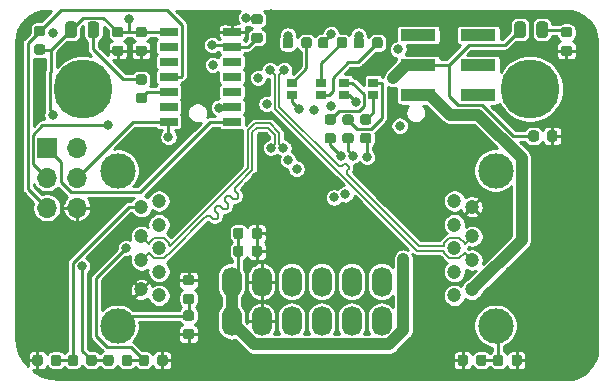
<source format=gbr>
%TF.GenerationSoftware,KiCad,Pcbnew,5.1.7-a382d34a8~88~ubuntu20.04.1*%
%TF.CreationDate,2020-12-12T08:47:46-08:00*%
%TF.ProjectId,syzygy-serdes-breakout,73797a79-6779-42d7-9365-726465732d62,rev?*%
%TF.SameCoordinates,Original*%
%TF.FileFunction,Copper,L1,Top*%
%TF.FilePolarity,Positive*%
%FSLAX46Y46*%
G04 Gerber Fmt 4.6, Leading zero omitted, Abs format (unit mm)*
G04 Created by KiCad (PCBNEW 5.1.7-a382d34a8~88~ubuntu20.04.1) date 2020-12-12 08:47:46*
%MOMM*%
%LPD*%
G01*
G04 APERTURE LIST*
%TA.AperFunction,SMDPad,CuDef*%
%ADD10R,0.850000X0.750000*%
%TD*%
%TA.AperFunction,SMDPad,CuDef*%
%ADD11R,1.549400X0.660400*%
%TD*%
%TA.AperFunction,ComponentPad*%
%ADD12O,1.700000X1.700000*%
%TD*%
%TA.AperFunction,ComponentPad*%
%ADD13R,1.700000X1.700000*%
%TD*%
%TA.AperFunction,SMDPad,CuDef*%
%ADD14R,3.000000X1.000000*%
%TD*%
%TA.AperFunction,ComponentPad*%
%ADD15C,3.000000*%
%TD*%
%TA.AperFunction,ComponentPad*%
%ADD16C,1.200000*%
%TD*%
%TA.AperFunction,ComponentPad*%
%ADD17O,1.700000X2.540000*%
%TD*%
%TA.AperFunction,ViaPad*%
%ADD18C,5.000000*%
%TD*%
%TA.AperFunction,ViaPad*%
%ADD19C,0.800000*%
%TD*%
%TA.AperFunction,Conductor*%
%ADD20C,0.250000*%
%TD*%
%TA.AperFunction,Conductor*%
%ADD21C,0.147000*%
%TD*%
%TA.AperFunction,Conductor*%
%ADD22C,1.000000*%
%TD*%
%TA.AperFunction,Conductor*%
%ADD23C,0.254000*%
%TD*%
%TA.AperFunction,Conductor*%
%ADD24C,0.100000*%
%TD*%
G04 APERTURE END LIST*
%TO.P,R16,2*%
%TO.N,/S15*%
%TA.AperFunction,SMDPad,CuDef*%
G36*
G01*
X104850000Y-95843750D02*
X104850000Y-96356250D01*
G75*
G02*
X104631250Y-96575000I-218750J0D01*
G01*
X104193750Y-96575000D01*
G75*
G02*
X103975000Y-96356250I0J218750D01*
G01*
X103975000Y-95843750D01*
G75*
G02*
X104193750Y-95625000I218750J0D01*
G01*
X104631250Y-95625000D01*
G75*
G02*
X104850000Y-95843750I0J-218750D01*
G01*
G37*
%TD.AperFunction*%
%TO.P,R16,1*%
%TO.N,Net-(D4-Pad1)*%
%TA.AperFunction,SMDPad,CuDef*%
G36*
G01*
X106425000Y-95843750D02*
X106425000Y-96356250D01*
G75*
G02*
X106206250Y-96575000I-218750J0D01*
G01*
X105768750Y-96575000D01*
G75*
G02*
X105550000Y-96356250I0J218750D01*
G01*
X105550000Y-95843750D01*
G75*
G02*
X105768750Y-95625000I218750J0D01*
G01*
X106206250Y-95625000D01*
G75*
G02*
X106425000Y-95843750I0J-218750D01*
G01*
G37*
%TD.AperFunction*%
%TD*%
%TO.P,R15,2*%
%TO.N,/S13*%
%TA.AperFunction,SMDPad,CuDef*%
G36*
G01*
X101850000Y-95843750D02*
X101850000Y-96356250D01*
G75*
G02*
X101631250Y-96575000I-218750J0D01*
G01*
X101193750Y-96575000D01*
G75*
G02*
X100975000Y-96356250I0J218750D01*
G01*
X100975000Y-95843750D01*
G75*
G02*
X101193750Y-95625000I218750J0D01*
G01*
X101631250Y-95625000D01*
G75*
G02*
X101850000Y-95843750I0J-218750D01*
G01*
G37*
%TD.AperFunction*%
%TO.P,R15,1*%
%TO.N,Net-(D4-Pad3)*%
%TA.AperFunction,SMDPad,CuDef*%
G36*
G01*
X103425000Y-95843750D02*
X103425000Y-96356250D01*
G75*
G02*
X103206250Y-96575000I-218750J0D01*
G01*
X102768750Y-96575000D01*
G75*
G02*
X102550000Y-96356250I0J218750D01*
G01*
X102550000Y-95843750D01*
G75*
G02*
X102768750Y-95625000I218750J0D01*
G01*
X103206250Y-95625000D01*
G75*
G02*
X103425000Y-95843750I0J-218750D01*
G01*
G37*
%TD.AperFunction*%
%TD*%
%TO.P,R14,2*%
%TO.N,/S11*%
%TA.AperFunction,SMDPad,CuDef*%
G36*
G01*
X98850000Y-95843750D02*
X98850000Y-96356250D01*
G75*
G02*
X98631250Y-96575000I-218750J0D01*
G01*
X98193750Y-96575000D01*
G75*
G02*
X97975000Y-96356250I0J218750D01*
G01*
X97975000Y-95843750D01*
G75*
G02*
X98193750Y-95625000I218750J0D01*
G01*
X98631250Y-95625000D01*
G75*
G02*
X98850000Y-95843750I0J-218750D01*
G01*
G37*
%TD.AperFunction*%
%TO.P,R14,1*%
%TO.N,Net-(D4-Pad4)*%
%TA.AperFunction,SMDPad,CuDef*%
G36*
G01*
X100425000Y-95843750D02*
X100425000Y-96356250D01*
G75*
G02*
X100206250Y-96575000I-218750J0D01*
G01*
X99768750Y-96575000D01*
G75*
G02*
X99550000Y-96356250I0J218750D01*
G01*
X99550000Y-95843750D01*
G75*
G02*
X99768750Y-95625000I218750J0D01*
G01*
X100206250Y-95625000D01*
G75*
G02*
X100425000Y-95843750I0J-218750D01*
G01*
G37*
%TD.AperFunction*%
%TD*%
%TO.P,R13,2*%
%TO.N,/S14*%
%TA.AperFunction,SMDPad,CuDef*%
G36*
G01*
X104743750Y-103750000D02*
X105256250Y-103750000D01*
G75*
G02*
X105475000Y-103968750I0J-218750D01*
G01*
X105475000Y-104406250D01*
G75*
G02*
X105256250Y-104625000I-218750J0D01*
G01*
X104743750Y-104625000D01*
G75*
G02*
X104525000Y-104406250I0J218750D01*
G01*
X104525000Y-103968750D01*
G75*
G02*
X104743750Y-103750000I218750J0D01*
G01*
G37*
%TD.AperFunction*%
%TO.P,R13,1*%
%TO.N,Net-(D3-Pad1)*%
%TA.AperFunction,SMDPad,CuDef*%
G36*
G01*
X104743750Y-102175000D02*
X105256250Y-102175000D01*
G75*
G02*
X105475000Y-102393750I0J-218750D01*
G01*
X105475000Y-102831250D01*
G75*
G02*
X105256250Y-103050000I-218750J0D01*
G01*
X104743750Y-103050000D01*
G75*
G02*
X104525000Y-102831250I0J218750D01*
G01*
X104525000Y-102393750D01*
G75*
G02*
X104743750Y-102175000I218750J0D01*
G01*
G37*
%TD.AperFunction*%
%TD*%
%TO.P,R12,2*%
%TO.N,/S12*%
%TA.AperFunction,SMDPad,CuDef*%
G36*
G01*
X103243750Y-103750000D02*
X103756250Y-103750000D01*
G75*
G02*
X103975000Y-103968750I0J-218750D01*
G01*
X103975000Y-104406250D01*
G75*
G02*
X103756250Y-104625000I-218750J0D01*
G01*
X103243750Y-104625000D01*
G75*
G02*
X103025000Y-104406250I0J218750D01*
G01*
X103025000Y-103968750D01*
G75*
G02*
X103243750Y-103750000I218750J0D01*
G01*
G37*
%TD.AperFunction*%
%TO.P,R12,1*%
%TO.N,Net-(D3-Pad3)*%
%TA.AperFunction,SMDPad,CuDef*%
G36*
G01*
X103243750Y-102175000D02*
X103756250Y-102175000D01*
G75*
G02*
X103975000Y-102393750I0J-218750D01*
G01*
X103975000Y-102831250D01*
G75*
G02*
X103756250Y-103050000I-218750J0D01*
G01*
X103243750Y-103050000D01*
G75*
G02*
X103025000Y-102831250I0J218750D01*
G01*
X103025000Y-102393750D01*
G75*
G02*
X103243750Y-102175000I218750J0D01*
G01*
G37*
%TD.AperFunction*%
%TD*%
%TO.P,R11,2*%
%TO.N,/S10*%
%TA.AperFunction,SMDPad,CuDef*%
G36*
G01*
X101743750Y-103750000D02*
X102256250Y-103750000D01*
G75*
G02*
X102475000Y-103968750I0J-218750D01*
G01*
X102475000Y-104406250D01*
G75*
G02*
X102256250Y-104625000I-218750J0D01*
G01*
X101743750Y-104625000D01*
G75*
G02*
X101525000Y-104406250I0J218750D01*
G01*
X101525000Y-103968750D01*
G75*
G02*
X101743750Y-103750000I218750J0D01*
G01*
G37*
%TD.AperFunction*%
%TO.P,R11,1*%
%TO.N,Net-(D3-Pad4)*%
%TA.AperFunction,SMDPad,CuDef*%
G36*
G01*
X101743750Y-102175000D02*
X102256250Y-102175000D01*
G75*
G02*
X102475000Y-102393750I0J-218750D01*
G01*
X102475000Y-102831250D01*
G75*
G02*
X102256250Y-103050000I-218750J0D01*
G01*
X101743750Y-103050000D01*
G75*
G02*
X101525000Y-102831250I0J218750D01*
G01*
X101525000Y-102393750D01*
G75*
G02*
X101743750Y-102175000I218750J0D01*
G01*
G37*
%TD.AperFunction*%
%TD*%
D10*
%TO.P,D4,2*%
%TO.N,VCC*%
X98775000Y-100525000D03*
%TO.P,D4,4*%
%TO.N,Net-(D4-Pad4)*%
X98775000Y-99475000D03*
%TO.P,D4,3*%
%TO.N,Net-(D4-Pad3)*%
X101225000Y-99475000D03*
%TO.P,D4,1*%
%TO.N,Net-(D4-Pad1)*%
X101225000Y-100525000D03*
%TD*%
%TO.P,D3,2*%
%TO.N,VCC*%
X103175000Y-100525000D03*
%TO.P,D3,4*%
%TO.N,Net-(D3-Pad4)*%
X103175000Y-99475000D03*
%TO.P,D3,3*%
%TO.N,Net-(D3-Pad3)*%
X105625000Y-99475000D03*
%TO.P,D3,1*%
%TO.N,Net-(D3-Pad1)*%
X105625000Y-100525000D03*
%TD*%
%TO.P,R10,2*%
%TO.N,/PB2*%
%TA.AperFunction,SMDPad,CuDef*%
G36*
G01*
X85743750Y-100350000D02*
X86256250Y-100350000D01*
G75*
G02*
X86475000Y-100568750I0J-218750D01*
G01*
X86475000Y-101006250D01*
G75*
G02*
X86256250Y-101225000I-218750J0D01*
G01*
X85743750Y-101225000D01*
G75*
G02*
X85525000Y-101006250I0J218750D01*
G01*
X85525000Y-100568750D01*
G75*
G02*
X85743750Y-100350000I218750J0D01*
G01*
G37*
%TD.AperFunction*%
%TO.P,R10,1*%
%TO.N,Net-(D2-Pad1)*%
%TA.AperFunction,SMDPad,CuDef*%
G36*
G01*
X85743750Y-98775000D02*
X86256250Y-98775000D01*
G75*
G02*
X86475000Y-98993750I0J-218750D01*
G01*
X86475000Y-99431250D01*
G75*
G02*
X86256250Y-99650000I-218750J0D01*
G01*
X85743750Y-99650000D01*
G75*
G02*
X85525000Y-99431250I0J218750D01*
G01*
X85525000Y-98993750D01*
G75*
G02*
X85743750Y-98775000I218750J0D01*
G01*
G37*
%TD.AperFunction*%
%TD*%
%TO.P,D2,2*%
%TO.N,+3V3*%
%TA.AperFunction,SMDPad,CuDef*%
G36*
G01*
X80550000Y-94543750D02*
X80550000Y-95456250D01*
G75*
G02*
X80306250Y-95700000I-243750J0D01*
G01*
X79818750Y-95700000D01*
G75*
G02*
X79575000Y-95456250I0J243750D01*
G01*
X79575000Y-94543750D01*
G75*
G02*
X79818750Y-94300000I243750J0D01*
G01*
X80306250Y-94300000D01*
G75*
G02*
X80550000Y-94543750I0J-243750D01*
G01*
G37*
%TD.AperFunction*%
%TO.P,D2,1*%
%TO.N,Net-(D2-Pad1)*%
%TA.AperFunction,SMDPad,CuDef*%
G36*
G01*
X82425000Y-94543750D02*
X82425000Y-95456250D01*
G75*
G02*
X82181250Y-95700000I-243750J0D01*
G01*
X81693750Y-95700000D01*
G75*
G02*
X81450000Y-95456250I0J243750D01*
G01*
X81450000Y-94543750D01*
G75*
G02*
X81693750Y-94300000I243750J0D01*
G01*
X82181250Y-94300000D01*
G75*
G02*
X82425000Y-94543750I0J-243750D01*
G01*
G37*
%TD.AperFunction*%
%TD*%
%TO.P,C7,2*%
%TO.N,GND*%
%TA.AperFunction,SMDPad,CuDef*%
G36*
G01*
X85743750Y-96350000D02*
X86256250Y-96350000D01*
G75*
G02*
X86475000Y-96568750I0J-218750D01*
G01*
X86475000Y-97006250D01*
G75*
G02*
X86256250Y-97225000I-218750J0D01*
G01*
X85743750Y-97225000D01*
G75*
G02*
X85525000Y-97006250I0J218750D01*
G01*
X85525000Y-96568750D01*
G75*
G02*
X85743750Y-96350000I218750J0D01*
G01*
G37*
%TD.AperFunction*%
%TO.P,C7,1*%
%TO.N,+3V3*%
%TA.AperFunction,SMDPad,CuDef*%
G36*
G01*
X85743750Y-94775000D02*
X86256250Y-94775000D01*
G75*
G02*
X86475000Y-94993750I0J-218750D01*
G01*
X86475000Y-95431250D01*
G75*
G02*
X86256250Y-95650000I-218750J0D01*
G01*
X85743750Y-95650000D01*
G75*
G02*
X85525000Y-95431250I0J218750D01*
G01*
X85525000Y-94993750D01*
G75*
G02*
X85743750Y-94775000I218750J0D01*
G01*
G37*
%TD.AperFunction*%
%TD*%
D11*
%TO.P,U1,14*%
%TO.N,GND*%
X93679700Y-95190000D03*
%TO.P,U1,13*%
%TO.N,/R_GA*%
X93679700Y-96460000D03*
%TO.P,U1,12*%
%TO.N,Net-(U1-Pad12)*%
X93679700Y-97730000D03*
%TO.P,U1,11*%
%TO.N,Net-(U1-Pad11)*%
X93679700Y-99000000D03*
%TO.P,U1,10*%
%TO.N,Net-(U1-Pad10)*%
X93679700Y-100270000D03*
%TO.P,U1,9*%
%TO.N,/PMCU_SCK*%
X93679700Y-101540000D03*
%TO.P,U1,8*%
%TO.N,/PMCU_MISO*%
X93679700Y-102810000D03*
%TO.P,U1,7*%
%TO.N,/PMCU_MOSI*%
X88320300Y-102810000D03*
%TO.P,U1,6*%
%TO.N,Net-(U1-Pad6)*%
X88320300Y-101540000D03*
%TO.P,U1,5*%
%TO.N,/PB2*%
X88320300Y-100270000D03*
%TO.P,U1,4*%
%TO.N,/PMCU_RESET*%
X88320300Y-99000000D03*
%TO.P,U1,3*%
%TO.N,Net-(U1-Pad3)*%
X88320300Y-97730000D03*
%TO.P,U1,2*%
%TO.N,Net-(U1-Pad2)*%
X88320300Y-96460000D03*
%TO.P,U1,1*%
%TO.N,+3V3*%
X88320300Y-95190000D03*
%TD*%
%TO.P,R9,2*%
%TO.N,/R_GA*%
%TA.AperFunction,SMDPad,CuDef*%
G36*
G01*
X95543750Y-95250000D02*
X96056250Y-95250000D01*
G75*
G02*
X96275000Y-95468750I0J-218750D01*
G01*
X96275000Y-95906250D01*
G75*
G02*
X96056250Y-96125000I-218750J0D01*
G01*
X95543750Y-96125000D01*
G75*
G02*
X95325000Y-95906250I0J218750D01*
G01*
X95325000Y-95468750D01*
G75*
G02*
X95543750Y-95250000I218750J0D01*
G01*
G37*
%TD.AperFunction*%
%TO.P,R9,1*%
%TO.N,+3V3*%
%TA.AperFunction,SMDPad,CuDef*%
G36*
G01*
X95543750Y-93675000D02*
X96056250Y-93675000D01*
G75*
G02*
X96275000Y-93893750I0J-218750D01*
G01*
X96275000Y-94331250D01*
G75*
G02*
X96056250Y-94550000I-218750J0D01*
G01*
X95543750Y-94550000D01*
G75*
G02*
X95325000Y-94331250I0J218750D01*
G01*
X95325000Y-93893750D01*
G75*
G02*
X95543750Y-93675000I218750J0D01*
G01*
G37*
%TD.AperFunction*%
%TD*%
%TO.P,R8,2*%
%TO.N,/PMCU_RESET*%
%TA.AperFunction,SMDPad,CuDef*%
G36*
G01*
X77656250Y-95550000D02*
X77143750Y-95550000D01*
G75*
G02*
X76925000Y-95331250I0J218750D01*
G01*
X76925000Y-94893750D01*
G75*
G02*
X77143750Y-94675000I218750J0D01*
G01*
X77656250Y-94675000D01*
G75*
G02*
X77875000Y-94893750I0J-218750D01*
G01*
X77875000Y-95331250D01*
G75*
G02*
X77656250Y-95550000I-218750J0D01*
G01*
G37*
%TD.AperFunction*%
%TO.P,R8,1*%
%TO.N,+3V3*%
%TA.AperFunction,SMDPad,CuDef*%
G36*
G01*
X77656250Y-97125000D02*
X77143750Y-97125000D01*
G75*
G02*
X76925000Y-96906250I0J218750D01*
G01*
X76925000Y-96468750D01*
G75*
G02*
X77143750Y-96250000I218750J0D01*
G01*
X77656250Y-96250000D01*
G75*
G02*
X77875000Y-96468750I0J-218750D01*
G01*
X77875000Y-96906250D01*
G75*
G02*
X77656250Y-97125000I-218750J0D01*
G01*
G37*
%TD.AperFunction*%
%TD*%
D12*
%TO.P,J5,6*%
%TO.N,GND*%
X80540000Y-110080000D03*
%TO.P,J5,5*%
%TO.N,/PMCU_RESET*%
X78000000Y-110080000D03*
%TO.P,J5,4*%
%TO.N,/PMCU_MOSI*%
X80540000Y-107540000D03*
%TO.P,J5,3*%
%TO.N,/PMCU_SCK*%
X78000000Y-107540000D03*
%TO.P,J5,2*%
%TO.N,+3V3*%
X80540000Y-105000000D03*
D13*
%TO.P,J5,1*%
%TO.N,/PMCU_MISO*%
X78000000Y-105000000D03*
%TD*%
%TO.P,C6,2*%
%TO.N,GND*%
%TA.AperFunction,SMDPad,CuDef*%
G36*
G01*
X95350000Y-112506250D02*
X95350000Y-111993750D01*
G75*
G02*
X95568750Y-111775000I218750J0D01*
G01*
X96006250Y-111775000D01*
G75*
G02*
X96225000Y-111993750I0J-218750D01*
G01*
X96225000Y-112506250D01*
G75*
G02*
X96006250Y-112725000I-218750J0D01*
G01*
X95568750Y-112725000D01*
G75*
G02*
X95350000Y-112506250I0J218750D01*
G01*
G37*
%TD.AperFunction*%
%TO.P,C6,1*%
%TO.N,VCC*%
%TA.AperFunction,SMDPad,CuDef*%
G36*
G01*
X93775000Y-112506250D02*
X93775000Y-111993750D01*
G75*
G02*
X93993750Y-111775000I218750J0D01*
G01*
X94431250Y-111775000D01*
G75*
G02*
X94650000Y-111993750I0J-218750D01*
G01*
X94650000Y-112506250D01*
G75*
G02*
X94431250Y-112725000I-218750J0D01*
G01*
X93993750Y-112725000D01*
G75*
G02*
X93775000Y-112506250I0J218750D01*
G01*
G37*
%TD.AperFunction*%
%TD*%
D14*
%TO.P,SW1,3*%
%TO.N,Net-(SW1-Pad3)*%
X109460000Y-95450000D03*
%TO.P,SW1,2*%
%TO.N,+5V*%
X109460000Y-98000000D03*
%TO.P,SW1,1*%
%TO.N,Net-(J2-Pad1)*%
X109460000Y-100540000D03*
%TO.P,SW1,6*%
%TO.N,Net-(SW1-Pad6)*%
X114540000Y-95460000D03*
%TO.P,SW1,5*%
%TO.N,Net-(SW1-Pad5)*%
X114540000Y-98000000D03*
%TO.P,SW1,4*%
%TO.N,Net-(SW1-Pad4)*%
X114540000Y-100540000D03*
%TD*%
%TO.P,R7,2*%
%TO.N,GND*%
%TA.AperFunction,SMDPad,CuDef*%
G36*
G01*
X87350000Y-123256250D02*
X87350000Y-122743750D01*
G75*
G02*
X87568750Y-122525000I218750J0D01*
G01*
X88006250Y-122525000D01*
G75*
G02*
X88225000Y-122743750I0J-218750D01*
G01*
X88225000Y-123256250D01*
G75*
G02*
X88006250Y-123475000I-218750J0D01*
G01*
X87568750Y-123475000D01*
G75*
G02*
X87350000Y-123256250I0J218750D01*
G01*
G37*
%TD.AperFunction*%
%TO.P,R7,1*%
%TO.N,/DRAIN*%
%TA.AperFunction,SMDPad,CuDef*%
G36*
G01*
X85775000Y-123256250D02*
X85775000Y-122743750D01*
G75*
G02*
X85993750Y-122525000I218750J0D01*
G01*
X86431250Y-122525000D01*
G75*
G02*
X86650000Y-122743750I0J-218750D01*
G01*
X86650000Y-123256250D01*
G75*
G02*
X86431250Y-123475000I-218750J0D01*
G01*
X85993750Y-123475000D01*
G75*
G02*
X85775000Y-123256250I0J218750D01*
G01*
G37*
%TD.AperFunction*%
%TD*%
%TO.P,R6,2*%
%TO.N,/DRAIN*%
%TA.AperFunction,SMDPad,CuDef*%
G36*
G01*
X84350000Y-123256250D02*
X84350000Y-122743750D01*
G75*
G02*
X84568750Y-122525000I218750J0D01*
G01*
X85006250Y-122525000D01*
G75*
G02*
X85225000Y-122743750I0J-218750D01*
G01*
X85225000Y-123256250D01*
G75*
G02*
X85006250Y-123475000I-218750J0D01*
G01*
X84568750Y-123475000D01*
G75*
G02*
X84350000Y-123256250I0J218750D01*
G01*
G37*
%TD.AperFunction*%
%TO.P,R6,1*%
%TO.N,+3V3*%
%TA.AperFunction,SMDPad,CuDef*%
G36*
G01*
X82775000Y-123256250D02*
X82775000Y-122743750D01*
G75*
G02*
X82993750Y-122525000I218750J0D01*
G01*
X83431250Y-122525000D01*
G75*
G02*
X83650000Y-122743750I0J-218750D01*
G01*
X83650000Y-123256250D01*
G75*
G02*
X83431250Y-123475000I-218750J0D01*
G01*
X82993750Y-123475000D01*
G75*
G02*
X82775000Y-123256250I0J218750D01*
G01*
G37*
%TD.AperFunction*%
%TD*%
%TO.P,R5,2*%
%TO.N,/SHIELD0*%
%TA.AperFunction,SMDPad,CuDef*%
G36*
G01*
X90256250Y-119650000D02*
X89743750Y-119650000D01*
G75*
G02*
X89525000Y-119431250I0J218750D01*
G01*
X89525000Y-118993750D01*
G75*
G02*
X89743750Y-118775000I218750J0D01*
G01*
X90256250Y-118775000D01*
G75*
G02*
X90475000Y-118993750I0J-218750D01*
G01*
X90475000Y-119431250D01*
G75*
G02*
X90256250Y-119650000I-218750J0D01*
G01*
G37*
%TD.AperFunction*%
%TO.P,R5,1*%
%TO.N,GND*%
%TA.AperFunction,SMDPad,CuDef*%
G36*
G01*
X90256250Y-121225000D02*
X89743750Y-121225000D01*
G75*
G02*
X89525000Y-121006250I0J218750D01*
G01*
X89525000Y-120568750D01*
G75*
G02*
X89743750Y-120350000I218750J0D01*
G01*
X90256250Y-120350000D01*
G75*
G02*
X90475000Y-120568750I0J-218750D01*
G01*
X90475000Y-121006250D01*
G75*
G02*
X90256250Y-121225000I-218750J0D01*
G01*
G37*
%TD.AperFunction*%
%TD*%
%TO.P,R4,2*%
%TO.N,GND*%
%TA.AperFunction,SMDPad,CuDef*%
G36*
G01*
X77650000Y-122743750D02*
X77650000Y-123256250D01*
G75*
G02*
X77431250Y-123475000I-218750J0D01*
G01*
X76993750Y-123475000D01*
G75*
G02*
X76775000Y-123256250I0J218750D01*
G01*
X76775000Y-122743750D01*
G75*
G02*
X76993750Y-122525000I218750J0D01*
G01*
X77431250Y-122525000D01*
G75*
G02*
X77650000Y-122743750I0J-218750D01*
G01*
G37*
%TD.AperFunction*%
%TO.P,R4,1*%
%TO.N,/WAKE*%
%TA.AperFunction,SMDPad,CuDef*%
G36*
G01*
X79225000Y-122743750D02*
X79225000Y-123256250D01*
G75*
G02*
X79006250Y-123475000I-218750J0D01*
G01*
X78568750Y-123475000D01*
G75*
G02*
X78350000Y-123256250I0J218750D01*
G01*
X78350000Y-122743750D01*
G75*
G02*
X78568750Y-122525000I218750J0D01*
G01*
X79006250Y-122525000D01*
G75*
G02*
X79225000Y-122743750I0J-218750D01*
G01*
G37*
%TD.AperFunction*%
%TD*%
%TO.P,R3,2*%
%TO.N,/WAKE*%
%TA.AperFunction,SMDPad,CuDef*%
G36*
G01*
X80650000Y-122743750D02*
X80650000Y-123256250D01*
G75*
G02*
X80431250Y-123475000I-218750J0D01*
G01*
X79993750Y-123475000D01*
G75*
G02*
X79775000Y-123256250I0J218750D01*
G01*
X79775000Y-122743750D01*
G75*
G02*
X79993750Y-122525000I218750J0D01*
G01*
X80431250Y-122525000D01*
G75*
G02*
X80650000Y-122743750I0J-218750D01*
G01*
G37*
%TD.AperFunction*%
%TO.P,R3,1*%
%TO.N,+3V3*%
%TA.AperFunction,SMDPad,CuDef*%
G36*
G01*
X82225000Y-122743750D02*
X82225000Y-123256250D01*
G75*
G02*
X82006250Y-123475000I-218750J0D01*
G01*
X81568750Y-123475000D01*
G75*
G02*
X81350000Y-123256250I0J218750D01*
G01*
X81350000Y-122743750D01*
G75*
G02*
X81568750Y-122525000I218750J0D01*
G01*
X82006250Y-122525000D01*
G75*
G02*
X82225000Y-122743750I0J-218750D01*
G01*
G37*
%TD.AperFunction*%
%TD*%
%TO.P,R2,2*%
%TO.N,GND*%
%TA.AperFunction,SMDPad,CuDef*%
G36*
G01*
X121743750Y-96350000D02*
X122256250Y-96350000D01*
G75*
G02*
X122475000Y-96568750I0J-218750D01*
G01*
X122475000Y-97006250D01*
G75*
G02*
X122256250Y-97225000I-218750J0D01*
G01*
X121743750Y-97225000D01*
G75*
G02*
X121525000Y-97006250I0J218750D01*
G01*
X121525000Y-96568750D01*
G75*
G02*
X121743750Y-96350000I218750J0D01*
G01*
G37*
%TD.AperFunction*%
%TO.P,R2,1*%
%TO.N,Net-(D1-Pad1)*%
%TA.AperFunction,SMDPad,CuDef*%
G36*
G01*
X121743750Y-94775000D02*
X122256250Y-94775000D01*
G75*
G02*
X122475000Y-94993750I0J-218750D01*
G01*
X122475000Y-95431250D01*
G75*
G02*
X122256250Y-95650000I-218750J0D01*
G01*
X121743750Y-95650000D01*
G75*
G02*
X121525000Y-95431250I0J218750D01*
G01*
X121525000Y-94993750D01*
G75*
G02*
X121743750Y-94775000I218750J0D01*
G01*
G37*
%TD.AperFunction*%
%TD*%
%TO.P,R1,2*%
%TO.N,/SHIELD1*%
%TA.AperFunction,SMDPad,CuDef*%
G36*
G01*
X116650000Y-122743750D02*
X116650000Y-123256250D01*
G75*
G02*
X116431250Y-123475000I-218750J0D01*
G01*
X115993750Y-123475000D01*
G75*
G02*
X115775000Y-123256250I0J218750D01*
G01*
X115775000Y-122743750D01*
G75*
G02*
X115993750Y-122525000I218750J0D01*
G01*
X116431250Y-122525000D01*
G75*
G02*
X116650000Y-122743750I0J-218750D01*
G01*
G37*
%TD.AperFunction*%
%TO.P,R1,1*%
%TO.N,GND*%
%TA.AperFunction,SMDPad,CuDef*%
G36*
G01*
X118225000Y-122743750D02*
X118225000Y-123256250D01*
G75*
G02*
X118006250Y-123475000I-218750J0D01*
G01*
X117568750Y-123475000D01*
G75*
G02*
X117350000Y-123256250I0J218750D01*
G01*
X117350000Y-122743750D01*
G75*
G02*
X117568750Y-122525000I218750J0D01*
G01*
X118006250Y-122525000D01*
G75*
G02*
X118225000Y-122743750I0J-218750D01*
G01*
G37*
%TD.AperFunction*%
%TD*%
D15*
%TO.P,J4,10*%
%TO.N,/SHIELD0*%
X84000000Y-120070000D03*
X84000000Y-106930000D03*
D16*
%TO.P,J4,9*%
%TO.N,/RX0_P*%
X87500000Y-109500000D03*
%TO.P,J4,8*%
%TO.N,/RX0_N*%
X87500000Y-111500000D03*
%TO.P,J4,7*%
%TO.N,/DRAIN*%
X87500000Y-113500000D03*
%TO.P,J4,6*%
%TO.N,/TX0_P*%
X87500000Y-115500000D03*
%TO.P,J4,5*%
%TO.N,/TX0_N*%
X87500000Y-117500000D03*
%TO.P,J4,4*%
%TO.N,GND*%
X86000000Y-117000000D03*
%TO.P,J4,3*%
%TO.N,/REFCLK_P*%
X86000000Y-114500000D03*
%TO.P,J4,2*%
%TO.N,/REFCLK_N*%
X86000000Y-112500000D03*
%TO.P,J4,1*%
%TO.N,/WAKE*%
X86000000Y-110000000D03*
%TD*%
D17*
%TO.P,J3,12*%
%TO.N,VCC*%
X93650000Y-119670000D03*
%TO.P,J3,6*%
X93650000Y-116330000D03*
%TO.P,J3,11*%
%TO.N,GND*%
X96190000Y-119670000D03*
%TO.P,J3,5*%
X96190000Y-116330000D03*
%TO.P,J3,10*%
%TO.N,/S2*%
X98730000Y-119670000D03*
%TO.P,J3,4*%
%TO.N,/S4*%
X98730000Y-116330000D03*
%TO.P,J3,9*%
%TO.N,/S3*%
X101270000Y-119670000D03*
%TO.P,J3,3*%
%TO.N,/S5*%
X101270000Y-116330000D03*
%TO.P,J3,8*%
%TO.N,/S6*%
X103810000Y-119670000D03*
%TO.P,J3,2*%
%TO.N,/S8*%
X103810000Y-116330000D03*
%TO.P,J3,7*%
%TO.N,/S7*%
X106350000Y-119670000D03*
%TO.P,J3,1*%
%TO.N,/S9*%
X106350000Y-116330000D03*
%TD*%
D15*
%TO.P,J2,10*%
%TO.N,/SHIELD1*%
X116000000Y-106930000D03*
X116000000Y-120070000D03*
D16*
%TO.P,J2,9*%
%TO.N,/TX1_P*%
X112500000Y-117500000D03*
%TO.P,J2,8*%
%TO.N,/TX1_N*%
X112500000Y-115500000D03*
%TO.P,J2,7*%
%TO.N,GND*%
X112500000Y-113500000D03*
%TO.P,J2,6*%
%TO.N,/RX1_P*%
X112500000Y-111500000D03*
%TO.P,J2,5*%
%TO.N,/RX1_N*%
X112500000Y-109500000D03*
%TO.P,J2,4*%
%TO.N,GND*%
X114000000Y-110000000D03*
%TO.P,J2,3*%
%TO.N,/S0_P*%
X114000000Y-112500000D03*
%TO.P,J2,2*%
%TO.N,/S0_N*%
X114000000Y-114500000D03*
%TO.P,J2,1*%
%TO.N,Net-(J2-Pad1)*%
X114000000Y-117000000D03*
%TD*%
%TO.P,D1,2*%
%TO.N,+5V*%
%TA.AperFunction,SMDPad,CuDef*%
G36*
G01*
X118550000Y-94543750D02*
X118550000Y-95456250D01*
G75*
G02*
X118306250Y-95700000I-243750J0D01*
G01*
X117818750Y-95700000D01*
G75*
G02*
X117575000Y-95456250I0J243750D01*
G01*
X117575000Y-94543750D01*
G75*
G02*
X117818750Y-94300000I243750J0D01*
G01*
X118306250Y-94300000D01*
G75*
G02*
X118550000Y-94543750I0J-243750D01*
G01*
G37*
%TD.AperFunction*%
%TO.P,D1,1*%
%TO.N,Net-(D1-Pad1)*%
%TA.AperFunction,SMDPad,CuDef*%
G36*
G01*
X120425000Y-94543750D02*
X120425000Y-95456250D01*
G75*
G02*
X120181250Y-95700000I-243750J0D01*
G01*
X119693750Y-95700000D01*
G75*
G02*
X119450000Y-95456250I0J243750D01*
G01*
X119450000Y-94543750D01*
G75*
G02*
X119693750Y-94300000I243750J0D01*
G01*
X120181250Y-94300000D01*
G75*
G02*
X120425000Y-94543750I0J-243750D01*
G01*
G37*
%TD.AperFunction*%
%TD*%
%TO.P,C5,2*%
%TO.N,/SHIELD0*%
%TA.AperFunction,SMDPad,CuDef*%
G36*
G01*
X89743750Y-117350000D02*
X90256250Y-117350000D01*
G75*
G02*
X90475000Y-117568750I0J-218750D01*
G01*
X90475000Y-118006250D01*
G75*
G02*
X90256250Y-118225000I-218750J0D01*
G01*
X89743750Y-118225000D01*
G75*
G02*
X89525000Y-118006250I0J218750D01*
G01*
X89525000Y-117568750D01*
G75*
G02*
X89743750Y-117350000I218750J0D01*
G01*
G37*
%TD.AperFunction*%
%TO.P,C5,1*%
%TO.N,GND*%
%TA.AperFunction,SMDPad,CuDef*%
G36*
G01*
X89743750Y-115775000D02*
X90256250Y-115775000D01*
G75*
G02*
X90475000Y-115993750I0J-218750D01*
G01*
X90475000Y-116431250D01*
G75*
G02*
X90256250Y-116650000I-218750J0D01*
G01*
X89743750Y-116650000D01*
G75*
G02*
X89525000Y-116431250I0J218750D01*
G01*
X89525000Y-115993750D01*
G75*
G02*
X89743750Y-115775000I218750J0D01*
G01*
G37*
%TD.AperFunction*%
%TD*%
%TO.P,C4,2*%
%TO.N,GND*%
%TA.AperFunction,SMDPad,CuDef*%
G36*
G01*
X120350000Y-104256250D02*
X120350000Y-103743750D01*
G75*
G02*
X120568750Y-103525000I218750J0D01*
G01*
X121006250Y-103525000D01*
G75*
G02*
X121225000Y-103743750I0J-218750D01*
G01*
X121225000Y-104256250D01*
G75*
G02*
X121006250Y-104475000I-218750J0D01*
G01*
X120568750Y-104475000D01*
G75*
G02*
X120350000Y-104256250I0J218750D01*
G01*
G37*
%TD.AperFunction*%
%TO.P,C4,1*%
%TO.N,+5V*%
%TA.AperFunction,SMDPad,CuDef*%
G36*
G01*
X118775000Y-104256250D02*
X118775000Y-103743750D01*
G75*
G02*
X118993750Y-103525000I218750J0D01*
G01*
X119431250Y-103525000D01*
G75*
G02*
X119650000Y-103743750I0J-218750D01*
G01*
X119650000Y-104256250D01*
G75*
G02*
X119431250Y-104475000I-218750J0D01*
G01*
X118993750Y-104475000D01*
G75*
G02*
X118775000Y-104256250I0J218750D01*
G01*
G37*
%TD.AperFunction*%
%TD*%
%TO.P,C3,2*%
%TO.N,GND*%
%TA.AperFunction,SMDPad,CuDef*%
G36*
G01*
X83743750Y-96350000D02*
X84256250Y-96350000D01*
G75*
G02*
X84475000Y-96568750I0J-218750D01*
G01*
X84475000Y-97006250D01*
G75*
G02*
X84256250Y-97225000I-218750J0D01*
G01*
X83743750Y-97225000D01*
G75*
G02*
X83525000Y-97006250I0J218750D01*
G01*
X83525000Y-96568750D01*
G75*
G02*
X83743750Y-96350000I218750J0D01*
G01*
G37*
%TD.AperFunction*%
%TO.P,C3,1*%
%TO.N,+3V3*%
%TA.AperFunction,SMDPad,CuDef*%
G36*
G01*
X83743750Y-94775000D02*
X84256250Y-94775000D01*
G75*
G02*
X84475000Y-94993750I0J-218750D01*
G01*
X84475000Y-95431250D01*
G75*
G02*
X84256250Y-95650000I-218750J0D01*
G01*
X83743750Y-95650000D01*
G75*
G02*
X83525000Y-95431250I0J218750D01*
G01*
X83525000Y-94993750D01*
G75*
G02*
X83743750Y-94775000I218750J0D01*
G01*
G37*
%TD.AperFunction*%
%TD*%
%TO.P,C2,2*%
%TO.N,GND*%
%TA.AperFunction,SMDPad,CuDef*%
G36*
G01*
X95350000Y-114006250D02*
X95350000Y-113493750D01*
G75*
G02*
X95568750Y-113275000I218750J0D01*
G01*
X96006250Y-113275000D01*
G75*
G02*
X96225000Y-113493750I0J-218750D01*
G01*
X96225000Y-114006250D01*
G75*
G02*
X96006250Y-114225000I-218750J0D01*
G01*
X95568750Y-114225000D01*
G75*
G02*
X95350000Y-114006250I0J218750D01*
G01*
G37*
%TD.AperFunction*%
%TO.P,C2,1*%
%TO.N,VCC*%
%TA.AperFunction,SMDPad,CuDef*%
G36*
G01*
X93775000Y-114006250D02*
X93775000Y-113493750D01*
G75*
G02*
X93993750Y-113275000I218750J0D01*
G01*
X94431250Y-113275000D01*
G75*
G02*
X94650000Y-113493750I0J-218750D01*
G01*
X94650000Y-114006250D01*
G75*
G02*
X94431250Y-114225000I-218750J0D01*
G01*
X93993750Y-114225000D01*
G75*
G02*
X93775000Y-114006250I0J218750D01*
G01*
G37*
%TD.AperFunction*%
%TD*%
%TO.P,C1,2*%
%TO.N,/SHIELD1*%
%TA.AperFunction,SMDPad,CuDef*%
G36*
G01*
X114350000Y-123256250D02*
X114350000Y-122743750D01*
G75*
G02*
X114568750Y-122525000I218750J0D01*
G01*
X115006250Y-122525000D01*
G75*
G02*
X115225000Y-122743750I0J-218750D01*
G01*
X115225000Y-123256250D01*
G75*
G02*
X115006250Y-123475000I-218750J0D01*
G01*
X114568750Y-123475000D01*
G75*
G02*
X114350000Y-123256250I0J218750D01*
G01*
G37*
%TD.AperFunction*%
%TO.P,C1,1*%
%TO.N,GND*%
%TA.AperFunction,SMDPad,CuDef*%
G36*
G01*
X112775000Y-123256250D02*
X112775000Y-122743750D01*
G75*
G02*
X112993750Y-122525000I218750J0D01*
G01*
X113431250Y-122525000D01*
G75*
G02*
X113650000Y-122743750I0J-218750D01*
G01*
X113650000Y-123256250D01*
G75*
G02*
X113431250Y-123475000I-218750J0D01*
G01*
X112993750Y-123475000D01*
G75*
G02*
X112775000Y-123256250I0J218750D01*
G01*
G37*
%TD.AperFunction*%
%TD*%
D18*
%TO.N,*%
X81090000Y-100000000D03*
X118910000Y-100000000D03*
D19*
X78500000Y-95250000D03*
%TO.N,+3V3*%
X94870000Y-94000000D03*
X85000000Y-94075020D03*
X107760000Y-96670000D03*
X81000000Y-115000000D03*
X78500000Y-102250000D03*
%TO.N,/S15*%
X104400000Y-95500000D03*
%TO.N,/S14*%
X105100000Y-105800000D03*
%TO.N,/S13*%
X102087102Y-95390199D03*
%TO.N,/S12*%
X103937340Y-105662660D03*
%TO.N,/S11*%
X98400000Y-95500000D03*
%TO.N,/S10*%
X102904087Y-105654727D03*
%TO.N,/S9*%
X102085930Y-101501250D03*
%TO.N,/S8*%
X103290000Y-108940000D03*
%TO.N,/S7*%
X100659675Y-101764996D03*
%TO.N,/S6*%
X102325716Y-109204913D03*
%TO.N,/S5*%
X96603393Y-101272340D03*
%TO.N,/S4*%
X99150000Y-106770000D03*
%TO.N,/S3*%
X95878383Y-99070010D03*
%TO.N,/S2*%
X98442899Y-106062870D03*
%TO.N,/REFCLK_N*%
X98026500Y-105000000D03*
%TO.N,/REFCLK_P*%
X96973500Y-105000000D03*
%TO.N,/R_GA*%
X92000000Y-96300000D03*
%TO.N,+5V*%
X92060000Y-97970000D03*
X107330000Y-99079998D03*
%TO.N,GND*%
X116800000Y-95000000D03*
X111250000Y-114500000D03*
X110250000Y-114500000D03*
X109500000Y-114750000D03*
X109500000Y-112250000D03*
X110500000Y-112500000D03*
X111500000Y-112250000D03*
X110250000Y-111500000D03*
X91000000Y-96000000D03*
X101100000Y-94900000D03*
X99300000Y-94900000D03*
X100200000Y-94900000D03*
X103000000Y-94900000D03*
X105300000Y-94900000D03*
X106200000Y-94900000D03*
X107100000Y-94900000D03*
X97000000Y-93660000D03*
X85000000Y-98000000D03*
X89000000Y-111750000D03*
X89750000Y-111000000D03*
X90500000Y-110250000D03*
X91250000Y-109500000D03*
X92000000Y-108750000D03*
X92750000Y-108000000D03*
X93500000Y-107250000D03*
X94250000Y-106500000D03*
X88750000Y-108500000D03*
X89500000Y-107750000D03*
X90250000Y-107000000D03*
X91000000Y-106250000D03*
X84500000Y-117500000D03*
X84500000Y-115500000D03*
X79250000Y-117500000D03*
X78250000Y-117500000D03*
X77500000Y-117000000D03*
X76750000Y-116250000D03*
X76250000Y-115500000D03*
X79250000Y-115500000D03*
X78500000Y-115000000D03*
X77750000Y-114250000D03*
X77250000Y-113500000D03*
X77000000Y-112750000D03*
X77000000Y-111750000D03*
X77250000Y-102250000D03*
X77250000Y-101250000D03*
X77250000Y-100250000D03*
X77250000Y-99250000D03*
X79250000Y-97250000D03*
X80000000Y-96500000D03*
X91000000Y-112500000D03*
X90250000Y-113250000D03*
X91750000Y-111750000D03*
X93000000Y-111750000D03*
X93750000Y-111000000D03*
X94500000Y-110250000D03*
X95250000Y-109500000D03*
X95000000Y-108250000D03*
X95750000Y-107500000D03*
X89500000Y-114000000D03*
X88750000Y-114750000D03*
X105000000Y-107500000D03*
X105000000Y-111500000D03*
X104250000Y-111500000D03*
X98400000Y-109750000D03*
X96750000Y-108250000D03*
X97250000Y-106000000D03*
X94250000Y-105750000D03*
X109500000Y-109500000D03*
X110750000Y-109500000D03*
X117200000Y-117600000D03*
X118000000Y-117600000D03*
X118800000Y-117600000D03*
X119600000Y-117600000D03*
X120400000Y-117600000D03*
X121200000Y-117600000D03*
X122000000Y-117400000D03*
X122600000Y-116800000D03*
X123200000Y-116200000D03*
X123800000Y-115600000D03*
X124000000Y-114800000D03*
X124000000Y-114000000D03*
X124000000Y-113200000D03*
X124000000Y-112400000D03*
X124000000Y-111600000D03*
X124000000Y-110800000D03*
X124000000Y-110000000D03*
X124000000Y-109200000D03*
X124000000Y-108400000D03*
X124000000Y-107600000D03*
X124000000Y-106800000D03*
X124000000Y-106000000D03*
X124000000Y-105200000D03*
X124000000Y-104400000D03*
X124000000Y-103600000D03*
X124000000Y-102800000D03*
X124000000Y-102000000D03*
X124000000Y-101200000D03*
X124000000Y-100400000D03*
X124000000Y-99600000D03*
X124000000Y-98800000D03*
X123400000Y-98000000D03*
X112400000Y-95000000D03*
X111600000Y-95000000D03*
X117200000Y-115400000D03*
X118000000Y-115400000D03*
X118800000Y-115400000D03*
X119600000Y-115400000D03*
X120400000Y-115400000D03*
X121200000Y-115400000D03*
X121800000Y-114800000D03*
X122000000Y-114000000D03*
X122000000Y-113200000D03*
X122000000Y-112400000D03*
X122000000Y-111600000D03*
X122000000Y-110800000D03*
X122000000Y-110000000D03*
X122000000Y-109200000D03*
X122000000Y-108400000D03*
X122000000Y-107600000D03*
X122000000Y-106800000D03*
X122000000Y-106000000D03*
X122000000Y-105200000D03*
X122000000Y-104400000D03*
X122000000Y-103600000D03*
X122000000Y-102800000D03*
X122000000Y-102000000D03*
X122000000Y-101200000D03*
X119000000Y-96600000D03*
%TO.N,/DRAIN*%
X84700000Y-113500000D03*
%TO.N,VCC*%
X108180000Y-114400000D03*
X107880000Y-103130000D03*
X99380000Y-101760000D03*
X104140000Y-101110000D03*
%TO.N,/PMCU_MOSI*%
X88300000Y-104100000D03*
%TO.N,/PMCU_SCK*%
X83200000Y-103100000D03*
X92600000Y-101600000D03*
%TO.N,/S0_N*%
X96900000Y-98400000D03*
%TO.N,/S0_P*%
X98100000Y-98400000D03*
%TD*%
D20*
%TO.N,+3V3*%
X81087510Y-93974990D02*
X82762490Y-93974990D01*
X80062500Y-95000000D02*
X81087510Y-93974990D01*
X82762490Y-93974990D02*
X84000000Y-95212500D01*
X78375000Y-96687500D02*
X80062500Y-95000000D01*
X77400000Y-96687500D02*
X78375000Y-96687500D01*
X88297800Y-95212500D02*
X88320300Y-95190000D01*
X86000000Y-95212500D02*
X88297800Y-95212500D01*
X95687500Y-94000000D02*
X95800000Y-94112500D01*
X94870000Y-94000000D02*
X95687500Y-94000000D01*
X85000000Y-95210000D02*
X85002500Y-95212500D01*
X85000000Y-94075020D02*
X85000000Y-95210000D01*
X85002500Y-95212500D02*
X86000000Y-95212500D01*
X84000000Y-95212500D02*
X85002500Y-95212500D01*
X83212500Y-123000000D02*
X83000000Y-123000000D01*
X81000000Y-122212500D02*
X81787500Y-123000000D01*
X81000000Y-115000000D02*
X81000000Y-122212500D01*
X81787500Y-123000000D02*
X83212500Y-123000000D01*
X78375000Y-98533998D02*
X78375000Y-96687500D01*
X78264999Y-98643999D02*
X78375000Y-98533998D01*
X78264999Y-101735001D02*
X78264999Y-98643999D01*
X78500000Y-102250000D02*
X78264999Y-101735001D01*
%TO.N,/S15*%
X104400000Y-96087500D02*
X104412500Y-96100000D01*
X104400000Y-95500000D02*
X104400000Y-96087500D01*
%TO.N,/S14*%
X105100000Y-104287500D02*
X105000000Y-104187500D01*
X105100000Y-105800000D02*
X105100000Y-104287500D01*
%TO.N,/S13*%
X101412500Y-96064801D02*
X102087102Y-95390199D01*
X101412500Y-96100000D02*
X101412500Y-96064801D01*
%TO.N,/S12*%
X103500000Y-105225320D02*
X103937340Y-105662660D01*
X103500000Y-104187500D02*
X103500000Y-105225320D01*
%TO.N,/S11*%
X98400000Y-96087500D02*
X98412500Y-96100000D01*
X98400000Y-95500000D02*
X98400000Y-96087500D01*
%TO.N,/S10*%
X102000000Y-104750640D02*
X102904087Y-105654727D01*
X102000000Y-104187500D02*
X102000000Y-104750640D01*
D21*
%TO.N,/REFCLK_N*%
X97700000Y-103717156D02*
X97700000Y-104673500D01*
X96882844Y-102900000D02*
X97700000Y-103717156D01*
X95617156Y-102900000D02*
X96882844Y-102900000D01*
X95000000Y-103517156D02*
X95617156Y-102900000D01*
X95000000Y-106717156D02*
X95000000Y-103517156D01*
X88417156Y-113300000D02*
X95000000Y-106717156D01*
X87080719Y-112626499D02*
X87919281Y-112626499D01*
X86000000Y-112500000D02*
X86626499Y-113126499D01*
X87919281Y-112626499D02*
X88373501Y-113080719D01*
X88373501Y-113080719D02*
X88373501Y-113256345D01*
X86626499Y-113126499D02*
X86626499Y-113080719D01*
X86626499Y-113080719D02*
X87080719Y-112626499D01*
X88373501Y-113256345D02*
X88417156Y-113300000D01*
X98026500Y-105000000D02*
X97700000Y-104673500D01*
%TO.N,/REFCLK_P*%
X97300000Y-104673500D02*
X96981805Y-104991695D01*
X96981805Y-104991695D02*
X96973500Y-105000000D01*
X97300000Y-104673500D02*
X96973500Y-105000000D01*
X88582844Y-113709938D02*
X87919281Y-114373501D01*
X92917823Y-110177033D02*
X92865301Y-110135146D01*
X92978350Y-110206179D02*
X92917823Y-110177033D01*
X94209125Y-109173570D02*
X94179977Y-109234096D01*
X93043843Y-110221129D02*
X92978350Y-110206179D01*
X93237043Y-110177032D02*
X93176516Y-110206180D01*
X93176516Y-110206180D02*
X93111023Y-110221128D01*
X93289565Y-110135146D02*
X93237043Y-110177032D01*
X94138092Y-109286619D02*
X94085570Y-109328505D01*
X93360598Y-110022097D02*
X93331450Y-110082623D01*
X93920391Y-108404470D02*
X93905441Y-108469965D01*
X93892370Y-109372602D02*
X93826877Y-109357652D01*
X93331450Y-110082623D02*
X93289565Y-110135146D01*
X93949537Y-108343945D02*
X93920391Y-108404470D01*
X93991423Y-108715686D02*
X94138092Y-108862355D01*
X93360597Y-109823931D02*
X93375545Y-109889425D01*
X92294368Y-109988477D02*
X92294368Y-109988476D01*
X93331449Y-109763405D02*
X93360597Y-109823931D01*
X97300000Y-103882844D02*
X96717156Y-103300000D01*
X93101011Y-109511690D02*
X93142896Y-109564213D01*
X92527018Y-110737952D02*
X92527019Y-110805130D01*
X93142896Y-109564213D02*
X93289565Y-109710882D01*
X93142895Y-109139949D02*
X93101010Y-109192472D01*
X93388617Y-109053971D02*
X93321439Y-109053970D01*
X93289565Y-109710882D02*
X93331449Y-109763405D01*
X93071863Y-109451165D02*
X93101011Y-109511690D01*
X93056915Y-109385670D02*
X93071863Y-109451165D01*
X91445841Y-110837004D02*
X91339776Y-110943068D01*
X93101010Y-109192472D02*
X93071864Y-109252997D01*
X92527019Y-110805130D02*
X92512071Y-110870624D01*
X93056914Y-109318492D02*
X93056915Y-109385670D01*
X93142895Y-109139950D02*
X93142895Y-109139949D01*
X93375545Y-109889425D02*
X93375546Y-109956603D01*
X93255945Y-109068918D02*
X93195419Y-109098066D01*
X92208387Y-110167019D02*
X92208388Y-110234197D01*
X93567160Y-109139951D02*
X93514637Y-109098067D01*
X93514637Y-109098067D02*
X93454111Y-109068919D01*
X93920390Y-108602638D02*
X93949538Y-108663163D01*
X95400000Y-103682844D02*
X95400000Y-106882844D01*
X96717156Y-103300000D02*
X95782844Y-103300000D01*
X93905441Y-108469965D02*
X93905442Y-108537143D01*
X93905442Y-108537143D02*
X93920390Y-108602638D01*
X92195316Y-111069656D02*
X92129823Y-111054706D01*
X93454111Y-109068919D02*
X93388617Y-109053971D01*
X93949538Y-108663163D02*
X93991423Y-108715686D01*
X92865301Y-110135146D02*
X92718633Y-109988478D01*
X95782844Y-103300000D02*
X95400000Y-103682844D01*
X87080719Y-114373501D02*
X86626499Y-113919281D01*
X95400000Y-106882844D02*
X93991422Y-108291422D01*
X93111023Y-110221128D02*
X93043843Y-110221129D01*
X92252484Y-110360217D02*
X92294369Y-110412740D01*
X86626499Y-113873501D02*
X86000000Y-114500000D01*
X97300000Y-104673500D02*
X97300000Y-103882844D01*
X93713828Y-109286619D02*
X93567160Y-109139951D01*
X92718633Y-109988478D02*
X92666110Y-109946594D01*
X91817583Y-110795121D02*
X91757057Y-110765973D01*
X93826877Y-109357652D02*
X93766350Y-109328506D01*
X94138092Y-108862355D02*
X94179976Y-108914878D01*
X93321439Y-109053970D02*
X93255945Y-109068918D01*
X94224073Y-109108076D02*
X94209125Y-109173570D01*
X92294369Y-110412740D02*
X92441038Y-110559409D01*
X93991422Y-108291422D02*
X93949537Y-108343945D01*
X94085570Y-109328505D02*
X94025043Y-109357653D01*
X94179976Y-108914878D02*
X94209124Y-108975404D01*
X94209124Y-108975404D02*
X94224072Y-109040898D01*
X93071864Y-109252997D02*
X93056914Y-109318492D01*
X92441038Y-110559409D02*
X92482922Y-110611932D01*
X93195419Y-109098066D02*
X93142895Y-109139950D01*
X94179977Y-109234096D02*
X94138092Y-109286619D01*
X91691563Y-110751025D02*
X91624385Y-110751024D01*
X93959550Y-109372601D02*
X93892370Y-109372602D01*
X94224072Y-109040898D02*
X94224073Y-109108076D01*
X93375546Y-109956603D02*
X93360598Y-110022097D01*
X94025043Y-109357653D02*
X93959550Y-109372601D01*
X86626499Y-113919281D02*
X86626499Y-113873501D01*
X93766350Y-109328506D02*
X93713828Y-109286619D01*
X92666110Y-109946594D02*
X92605584Y-109917446D01*
X92605584Y-109917446D02*
X92540090Y-109902498D01*
X92441038Y-110983673D02*
X92388516Y-111025559D01*
X92388516Y-111025559D02*
X92327989Y-111054707D01*
X92540090Y-109902498D02*
X92472912Y-109902497D01*
X92472912Y-109902497D02*
X92407418Y-109917445D01*
X92407418Y-109917445D02*
X92346892Y-109946593D01*
X92346892Y-109946593D02*
X92294368Y-109988477D01*
X92294368Y-109988476D02*
X92252483Y-110040999D01*
X92252483Y-110040999D02*
X92223337Y-110101524D01*
X92223337Y-110101524D02*
X92208387Y-110167019D01*
X92208388Y-110234197D02*
X92223336Y-110299692D01*
X92223336Y-110299692D02*
X92252484Y-110360217D01*
X92482922Y-110611932D02*
X92512070Y-110672458D01*
X92512070Y-110672458D02*
X92527018Y-110737952D01*
X92512071Y-110870624D02*
X92482923Y-110931150D01*
X92482923Y-110931150D02*
X92441038Y-110983673D01*
X92327989Y-111054707D02*
X92262496Y-111069655D01*
X92262496Y-111069655D02*
X92195316Y-111069656D01*
X92129823Y-111054706D02*
X92069296Y-111025560D01*
X92069296Y-111025560D02*
X92016774Y-110983673D01*
X92016774Y-110983673D02*
X91870106Y-110837005D01*
X91870106Y-110837005D02*
X91817583Y-110795121D01*
X91757057Y-110765973D02*
X91691563Y-110751025D01*
X91624385Y-110751024D02*
X91558891Y-110765972D01*
X91558891Y-110765972D02*
X91498365Y-110795120D01*
X91498365Y-110795120D02*
X91445841Y-110837004D01*
X87919281Y-114373501D02*
X87080719Y-114373501D01*
X91339776Y-110943068D02*
X88582844Y-113700000D01*
X88582844Y-113700000D02*
X88582844Y-113709938D01*
D20*
%TO.N,/R_GA*%
X95027500Y-96460000D02*
X93679700Y-96460000D01*
X95800000Y-95687500D02*
X95027500Y-96460000D01*
X93519700Y-96300000D02*
X93679700Y-96460000D01*
X92000000Y-96300000D02*
X93519700Y-96300000D01*
%TO.N,+5V*%
X108409998Y-98000000D02*
X109460000Y-98000000D01*
D22*
X107330000Y-99079998D02*
X108409998Y-98000000D01*
D20*
X109460000Y-98000000D02*
X112020000Y-98000000D01*
X116777499Y-96285001D02*
X118062500Y-95000000D01*
X113734999Y-96285001D02*
X116777499Y-96285001D01*
X112020000Y-98000000D02*
X113734999Y-96285001D01*
X114857744Y-101365001D02*
X112779999Y-101365001D01*
X119212500Y-104000000D02*
X117492743Y-104000000D01*
X112779999Y-101365001D02*
X112020000Y-100605002D01*
X117492743Y-104000000D02*
X114857744Y-101365001D01*
X112020000Y-100605002D02*
X112020000Y-98000000D01*
%TO.N,/SHIELD1*%
X114787500Y-123000000D02*
X116212500Y-123000000D01*
X116212500Y-120282500D02*
X116000000Y-120070000D01*
X116212500Y-123000000D02*
X116212500Y-120282500D01*
%TO.N,/SHIELD0*%
X90000000Y-117787500D02*
X90000000Y-119212500D01*
X84857500Y-119212500D02*
X84000000Y-120070000D01*
X90000000Y-119212500D02*
X84857500Y-119212500D01*
%TO.N,Net-(D1-Pad1)*%
X121787500Y-95000000D02*
X122000000Y-95212500D01*
X119937500Y-95000000D02*
X121787500Y-95000000D01*
D22*
%TO.N,Net-(J2-Pad1)*%
X118200001Y-112799999D02*
X118200001Y-105873999D01*
X114000000Y-117000000D02*
X118200001Y-112799999D01*
X118200001Y-105873999D02*
X114516014Y-102190012D01*
X110460000Y-100540000D02*
X109460000Y-100540000D01*
X114516014Y-102190012D02*
X112110012Y-102190012D01*
X112110012Y-102190012D02*
X110460000Y-100540000D01*
D20*
%TO.N,/DRAIN*%
X84787500Y-123000000D02*
X86212500Y-123000000D01*
X86212500Y-123000000D02*
X85107501Y-121895001D01*
X82174999Y-120946001D02*
X82174999Y-116025001D01*
X85107501Y-121895001D02*
X83123999Y-121895001D01*
X83123999Y-121895001D02*
X82174999Y-120946001D01*
X82174999Y-116025001D02*
X84700000Y-113500000D01*
%TO.N,/WAKE*%
X78787500Y-123000000D02*
X80212500Y-123000000D01*
X80212500Y-123000000D02*
X80212500Y-114714498D01*
X80212500Y-114714498D02*
X84926998Y-110000000D01*
X84926998Y-110000000D02*
X86000000Y-110000000D01*
D22*
%TO.N,VCC*%
X93650000Y-116730000D02*
X93650000Y-119270000D01*
X106992035Y-121640010D02*
X108180000Y-120452045D01*
X95547965Y-121640010D02*
X106992035Y-121640010D01*
X93650000Y-119742045D02*
X95547965Y-121640010D01*
X93650000Y-119270000D02*
X93650000Y-119742045D01*
X108180000Y-120452045D02*
X108180000Y-114400000D01*
D20*
X94212500Y-116167500D02*
X93650000Y-116730000D01*
X94212500Y-113750000D02*
X94212500Y-116167500D01*
X94212500Y-112250000D02*
X94212500Y-113750000D01*
X98775000Y-101155000D02*
X99380000Y-101760000D01*
X98775000Y-100525000D02*
X98775000Y-101155000D01*
X103555000Y-100525000D02*
X104140000Y-101110000D01*
X103175000Y-100525000D02*
X103555000Y-100525000D01*
%TO.N,/PMCU_MOSI*%
X85270000Y-102810000D02*
X80540000Y-107540000D01*
X88320300Y-102810000D02*
X85270000Y-102810000D01*
X88300000Y-102830300D02*
X88320300Y-102810000D01*
X88300000Y-104100000D02*
X88300000Y-102830300D01*
%TO.N,/PMCU_SCK*%
X77614998Y-103100000D02*
X83200000Y-103100000D01*
X76824999Y-106364999D02*
X76824999Y-103889999D01*
X76824999Y-103889999D02*
X77614998Y-103100000D01*
X78000000Y-107540000D02*
X76824999Y-106364999D01*
X92660000Y-101540000D02*
X92600000Y-101600000D01*
X93679700Y-101540000D02*
X92660000Y-101540000D01*
%TO.N,/PMCU_RESET*%
X76374988Y-96137512D02*
X77400000Y-95112500D01*
X76374988Y-108454988D02*
X76374988Y-96137512D01*
X78000000Y-110080000D02*
X76374988Y-108454988D01*
X89345000Y-99000000D02*
X88320300Y-99000000D01*
X77400000Y-95112500D02*
X79162490Y-93350010D01*
X79162490Y-93350010D02*
X88170212Y-93350010D01*
X88170212Y-93350010D02*
X89420001Y-94599799D01*
X89420001Y-94599799D02*
X89420001Y-98924999D01*
X89420001Y-98924999D02*
X89345000Y-99000000D01*
%TO.N,/PMCU_MISO*%
X79175001Y-106175001D02*
X78000000Y-105000000D01*
X79175001Y-107914003D02*
X79175001Y-106175001D01*
X80015999Y-108755001D02*
X79175001Y-107914003D01*
X85875997Y-108755001D02*
X80015999Y-108755001D01*
X91820998Y-102810000D02*
X85875997Y-108755001D01*
X93679700Y-102810000D02*
X91820998Y-102810000D01*
%TO.N,Net-(D2-Pad1)*%
X81937500Y-96666498D02*
X81937500Y-95000000D01*
X84483502Y-99212500D02*
X81937500Y-96666498D01*
X86000000Y-99212500D02*
X84483502Y-99212500D01*
%TO.N,/PB2*%
X86517500Y-100270000D02*
X86000000Y-100787500D01*
X88320300Y-100270000D02*
X86517500Y-100270000D01*
D21*
%TO.N,/S0_N*%
X97300000Y-101682844D02*
X109317156Y-113700000D01*
X113373501Y-113873501D02*
X114000000Y-114500000D01*
X113373501Y-113919281D02*
X113373501Y-113873501D01*
X112080719Y-114373501D02*
X112919281Y-114373501D01*
X111626499Y-113700000D02*
X111626499Y-113919281D01*
X112919281Y-114373501D02*
X113373501Y-113919281D01*
X109317156Y-113700000D02*
X111626499Y-113700000D01*
X96900000Y-98400000D02*
X97300000Y-98800000D01*
X111626499Y-113919281D02*
X112080719Y-114373501D01*
X97300000Y-98800000D02*
X97300000Y-101682844D01*
%TO.N,/S0_P*%
X103118881Y-106425252D02*
X103015433Y-106507748D01*
X103242985Y-106381826D02*
X103178487Y-106396547D01*
X103309142Y-106381826D02*
X103242985Y-106381826D01*
X103433246Y-106425252D02*
X103373641Y-106396547D01*
X103491422Y-106472952D02*
X103484970Y-106466500D01*
X103532670Y-106524676D02*
X103491422Y-106472952D01*
X103561374Y-106584281D02*
X103532670Y-106524676D01*
X102955827Y-106536452D02*
X102891329Y-106551174D01*
X103576096Y-106648780D02*
X103561374Y-106584281D01*
X103576096Y-106714937D02*
X103576096Y-106648780D01*
X102760673Y-106536452D02*
X102701068Y-106507748D01*
X103561374Y-106779435D02*
X103576096Y-106714937D01*
X103373641Y-106396547D02*
X103309142Y-106381826D01*
X103484970Y-106466500D02*
X103433246Y-106425252D01*
X103178487Y-106396547D02*
X103118881Y-106425252D01*
X103450173Y-107256854D02*
X103421469Y-107197248D01*
X103406747Y-107066593D02*
X103421469Y-107002094D01*
X113373501Y-113126499D02*
X113373501Y-113080719D01*
X103421469Y-107002094D02*
X103450173Y-106942489D01*
X112080719Y-112626499D02*
X111626499Y-113080719D01*
X103015433Y-106507748D02*
X102955827Y-106536452D01*
X109482844Y-113300000D02*
X103491422Y-107308578D01*
X114000000Y-112500000D02*
X113373501Y-113126499D01*
X112919281Y-112626499D02*
X112080719Y-112626499D01*
X113373501Y-113080719D02*
X112919281Y-112626499D01*
X103421469Y-107197248D02*
X103406747Y-107132750D01*
X111626499Y-113080719D02*
X111626499Y-113300000D01*
X103532670Y-106839041D02*
X103561374Y-106779435D01*
X103450173Y-106942489D02*
X103532670Y-106839041D01*
X102701068Y-106507748D02*
X102649344Y-106466500D01*
X103491422Y-107308578D02*
X103450173Y-107256854D01*
X111626499Y-113300000D02*
X109482844Y-113300000D01*
X103406747Y-107132750D02*
X103406747Y-107066593D01*
X102891329Y-106551174D02*
X102825172Y-106551174D01*
X102825172Y-106551174D02*
X102760673Y-106536452D01*
X102649344Y-106466500D02*
X97700000Y-101517156D01*
X97700000Y-101517156D02*
X97700000Y-98800000D01*
X97700000Y-98800000D02*
X98100000Y-98400000D01*
D20*
%TO.N,Net-(D3-Pad4)*%
X103175000Y-99475000D02*
X103850000Y-99475000D01*
X103850000Y-99475000D02*
X104865002Y-100490002D01*
X104865002Y-100490002D02*
X104865002Y-101458002D01*
X104865002Y-101458002D02*
X104473014Y-101849990D01*
X104473014Y-101849990D02*
X102762510Y-101849990D01*
X102762510Y-101849990D02*
X102000000Y-102612500D01*
%TO.N,Net-(D3-Pad3)*%
X105625000Y-99475000D02*
X106300000Y-99475000D01*
X106300000Y-99475000D02*
X106375001Y-99550001D01*
X106375001Y-99550001D02*
X106375001Y-102481493D01*
X106375001Y-102481493D02*
X105481484Y-103375010D01*
X105481484Y-103375010D02*
X104262510Y-103375010D01*
X104262510Y-103375010D02*
X103500000Y-102612500D01*
%TO.N,Net-(D3-Pad1)*%
X105000000Y-102612500D02*
X105187500Y-102612500D01*
X105625000Y-101987500D02*
X105000000Y-102612500D01*
X105625000Y-100525000D02*
X105625000Y-101987500D01*
%TO.N,Net-(D4-Pad4)*%
X99987500Y-98262500D02*
X98775000Y-99475000D01*
X99987500Y-96100000D02*
X99987500Y-98262500D01*
%TO.N,Net-(D4-Pad3)*%
X101225000Y-97862500D02*
X102987500Y-96100000D01*
X101225000Y-99475000D02*
X101225000Y-97862500D01*
%TO.N,Net-(D4-Pad1)*%
X101225000Y-100525000D02*
X101900000Y-100525000D01*
X102200000Y-99064998D02*
X103490001Y-97774997D01*
X101900000Y-100525000D02*
X102200000Y-100225000D01*
X102200000Y-100225000D02*
X102200000Y-99064998D01*
X103490001Y-97774997D02*
X104312503Y-97774997D01*
X104312503Y-97774997D02*
X105987500Y-96100000D01*
%TD*%
D23*
%TO.N,GND*%
X77504752Y-94292157D02*
X77143750Y-94292157D01*
X77026385Y-94303716D01*
X76913530Y-94337951D01*
X76809523Y-94393544D01*
X76718360Y-94468360D01*
X76643544Y-94559523D01*
X76587951Y-94663530D01*
X76553716Y-94776385D01*
X76542157Y-94893750D01*
X76542157Y-95254751D01*
X76034768Y-95762141D01*
X76015462Y-95777985D01*
X75952230Y-95855033D01*
X75940359Y-95877242D01*
X75905243Y-95942938D01*
X75876310Y-96038320D01*
X75866541Y-96137512D01*
X75868989Y-96162368D01*
X75868988Y-108430142D01*
X75866541Y-108454988D01*
X75868988Y-108479834D01*
X75868988Y-108479841D01*
X75876310Y-108554180D01*
X75905243Y-108649562D01*
X75952229Y-108737467D01*
X76015461Y-108814515D01*
X76034773Y-108830364D01*
X76848242Y-109643833D01*
X76816307Y-109720931D01*
X76769000Y-109958757D01*
X76769000Y-110201243D01*
X76816307Y-110439069D01*
X76909102Y-110663097D01*
X77043820Y-110864717D01*
X77215283Y-111036180D01*
X77416903Y-111170898D01*
X77640931Y-111263693D01*
X77878757Y-111311000D01*
X78121243Y-111311000D01*
X78359069Y-111263693D01*
X78583097Y-111170898D01*
X78784717Y-111036180D01*
X78956180Y-110864717D01*
X79090898Y-110663097D01*
X79183693Y-110439069D01*
X79216713Y-110273065D01*
X79324234Y-110273065D01*
X79342896Y-110366885D01*
X79421866Y-110594916D01*
X79543806Y-110803159D01*
X79704029Y-110983611D01*
X79896378Y-111129338D01*
X80113461Y-111234740D01*
X80346935Y-111295766D01*
X80539500Y-111215750D01*
X80539500Y-110080500D01*
X80540500Y-110080500D01*
X80540500Y-111215750D01*
X80733065Y-111295766D01*
X80966539Y-111234740D01*
X81183622Y-111129338D01*
X81375971Y-110983611D01*
X81536194Y-110803159D01*
X81658134Y-110594916D01*
X81737104Y-110366885D01*
X81755766Y-110273065D01*
X81675750Y-110080500D01*
X80540500Y-110080500D01*
X80539500Y-110080500D01*
X79404250Y-110080500D01*
X79324234Y-110273065D01*
X79216713Y-110273065D01*
X79231000Y-110201243D01*
X79231000Y-109958757D01*
X79183693Y-109720931D01*
X79090898Y-109496903D01*
X78956180Y-109295283D01*
X78784717Y-109123820D01*
X78583097Y-108989102D01*
X78359069Y-108896307D01*
X78121243Y-108849000D01*
X77878757Y-108849000D01*
X77640931Y-108896307D01*
X77563833Y-108928242D01*
X76880988Y-108245397D01*
X76880988Y-108055223D01*
X76909102Y-108123097D01*
X77043820Y-108324717D01*
X77215283Y-108496180D01*
X77416903Y-108630898D01*
X77640931Y-108723693D01*
X77878757Y-108771000D01*
X78121243Y-108771000D01*
X78359069Y-108723693D01*
X78583097Y-108630898D01*
X78784717Y-108496180D01*
X78913152Y-108367745D01*
X79640627Y-109095221D01*
X79656472Y-109114528D01*
X79718495Y-109165429D01*
X79704029Y-109176389D01*
X79543806Y-109356841D01*
X79421866Y-109565084D01*
X79342896Y-109793115D01*
X79324234Y-109886935D01*
X79404250Y-110079500D01*
X80539500Y-110079500D01*
X80539500Y-110059500D01*
X80540500Y-110059500D01*
X80540500Y-110079500D01*
X81675750Y-110079500D01*
X81755766Y-109886935D01*
X81737104Y-109793115D01*
X81658134Y-109565084D01*
X81536194Y-109356841D01*
X81451098Y-109261001D01*
X85351655Y-109261001D01*
X85238007Y-109374649D01*
X85158259Y-109494000D01*
X84951843Y-109494000D01*
X84926997Y-109491553D01*
X84902151Y-109494000D01*
X84902144Y-109494000D01*
X84827805Y-109501322D01*
X84732423Y-109530255D01*
X84644519Y-109577241D01*
X84567471Y-109640473D01*
X84551626Y-109659780D01*
X79872281Y-114339126D01*
X79852974Y-114354971D01*
X79789742Y-114432019D01*
X79786708Y-114437696D01*
X79742755Y-114519924D01*
X79713822Y-114615306D01*
X79704053Y-114714498D01*
X79706501Y-114739354D01*
X79706500Y-122218434D01*
X79659523Y-122243544D01*
X79568360Y-122318360D01*
X79500000Y-122401656D01*
X79431640Y-122318360D01*
X79340477Y-122243544D01*
X79236470Y-122187951D01*
X79123615Y-122153716D01*
X79006250Y-122142157D01*
X78568750Y-122142157D01*
X78451385Y-122153716D01*
X78338530Y-122187951D01*
X78234523Y-122243544D01*
X78143360Y-122318360D01*
X78068544Y-122409523D01*
X78028794Y-122483890D01*
X78025487Y-122450311D01*
X78003701Y-122378492D01*
X77968322Y-122312304D01*
X77920711Y-122254289D01*
X77862696Y-122206678D01*
X77796508Y-122171299D01*
X77724689Y-122149513D01*
X77650000Y-122142157D01*
X77308250Y-122144000D01*
X77213000Y-122239250D01*
X77213000Y-122999500D01*
X77233000Y-122999500D01*
X77233000Y-123000500D01*
X77213000Y-123000500D01*
X77213000Y-123760750D01*
X77308250Y-123856000D01*
X77650000Y-123857843D01*
X77724689Y-123850487D01*
X77796508Y-123828701D01*
X77862696Y-123793322D01*
X77920711Y-123745711D01*
X77968322Y-123687696D01*
X78003701Y-123621508D01*
X78025487Y-123549689D01*
X78028794Y-123516110D01*
X78068544Y-123590477D01*
X78143360Y-123681640D01*
X78234523Y-123756456D01*
X78338530Y-123812049D01*
X78451385Y-123846284D01*
X78568750Y-123857843D01*
X79006250Y-123857843D01*
X79123615Y-123846284D01*
X79236470Y-123812049D01*
X79340477Y-123756456D01*
X79431640Y-123681640D01*
X79500000Y-123598344D01*
X79568360Y-123681640D01*
X79659523Y-123756456D01*
X79763530Y-123812049D01*
X79876385Y-123846284D01*
X79993750Y-123857843D01*
X80431250Y-123857843D01*
X80548615Y-123846284D01*
X80661470Y-123812049D01*
X80765477Y-123756456D01*
X80856640Y-123681640D01*
X80931456Y-123590477D01*
X80987049Y-123486470D01*
X81000000Y-123443777D01*
X81012951Y-123486470D01*
X81068544Y-123590477D01*
X81143360Y-123681640D01*
X81234523Y-123756456D01*
X81338530Y-123812049D01*
X81451385Y-123846284D01*
X81568750Y-123857843D01*
X82006250Y-123857843D01*
X82123615Y-123846284D01*
X82236470Y-123812049D01*
X82340477Y-123756456D01*
X82431640Y-123681640D01*
X82500000Y-123598344D01*
X82568360Y-123681640D01*
X82659523Y-123756456D01*
X82763530Y-123812049D01*
X82876385Y-123846284D01*
X82993750Y-123857843D01*
X83431250Y-123857843D01*
X83548615Y-123846284D01*
X83661470Y-123812049D01*
X83765477Y-123756456D01*
X83856640Y-123681640D01*
X83931456Y-123590477D01*
X83987049Y-123486470D01*
X84000000Y-123443777D01*
X84012951Y-123486470D01*
X84068544Y-123590477D01*
X84143360Y-123681640D01*
X84234523Y-123756456D01*
X84338530Y-123812049D01*
X84451385Y-123846284D01*
X84568750Y-123857843D01*
X85006250Y-123857843D01*
X85123615Y-123846284D01*
X85236470Y-123812049D01*
X85340477Y-123756456D01*
X85431640Y-123681640D01*
X85500000Y-123598344D01*
X85568360Y-123681640D01*
X85659523Y-123756456D01*
X85763530Y-123812049D01*
X85876385Y-123846284D01*
X85993750Y-123857843D01*
X86431250Y-123857843D01*
X86548615Y-123846284D01*
X86661470Y-123812049D01*
X86765477Y-123756456D01*
X86856640Y-123681640D01*
X86931456Y-123590477D01*
X86971206Y-123516110D01*
X86974513Y-123549689D01*
X86996299Y-123621508D01*
X87031678Y-123687696D01*
X87079289Y-123745711D01*
X87137304Y-123793322D01*
X87203492Y-123828701D01*
X87275311Y-123850487D01*
X87350000Y-123857843D01*
X87691750Y-123856000D01*
X87787000Y-123760750D01*
X87787000Y-123000500D01*
X87788000Y-123000500D01*
X87788000Y-123760750D01*
X87883250Y-123856000D01*
X88225000Y-123857843D01*
X88299689Y-123850487D01*
X88371508Y-123828701D01*
X88437696Y-123793322D01*
X88495711Y-123745711D01*
X88543322Y-123687696D01*
X88578701Y-123621508D01*
X88600487Y-123549689D01*
X88607843Y-123475000D01*
X112392157Y-123475000D01*
X112399513Y-123549689D01*
X112421299Y-123621508D01*
X112456678Y-123687696D01*
X112504289Y-123745711D01*
X112562304Y-123793322D01*
X112628492Y-123828701D01*
X112700311Y-123850487D01*
X112775000Y-123857843D01*
X113116750Y-123856000D01*
X113212000Y-123760750D01*
X113212000Y-123000500D01*
X112489250Y-123000500D01*
X112394000Y-123095750D01*
X112392157Y-123475000D01*
X88607843Y-123475000D01*
X88606000Y-123095750D01*
X88510750Y-123000500D01*
X87788000Y-123000500D01*
X87787000Y-123000500D01*
X87767000Y-123000500D01*
X87767000Y-122999500D01*
X87787000Y-122999500D01*
X87787000Y-122239250D01*
X87788000Y-122239250D01*
X87788000Y-122999500D01*
X88510750Y-122999500D01*
X88606000Y-122904250D01*
X88607843Y-122525000D01*
X88600487Y-122450311D01*
X88578701Y-122378492D01*
X88543322Y-122312304D01*
X88495711Y-122254289D01*
X88437696Y-122206678D01*
X88371508Y-122171299D01*
X88299689Y-122149513D01*
X88225000Y-122142157D01*
X87883250Y-122144000D01*
X87788000Y-122239250D01*
X87787000Y-122239250D01*
X87691750Y-122144000D01*
X87350000Y-122142157D01*
X87275311Y-122149513D01*
X87203492Y-122171299D01*
X87137304Y-122206678D01*
X87079289Y-122254289D01*
X87031678Y-122312304D01*
X86996299Y-122378492D01*
X86974513Y-122450311D01*
X86971206Y-122483890D01*
X86931456Y-122409523D01*
X86856640Y-122318360D01*
X86765477Y-122243544D01*
X86661470Y-122187951D01*
X86548615Y-122153716D01*
X86431250Y-122142157D01*
X86070249Y-122142157D01*
X85482877Y-121554786D01*
X85467028Y-121535474D01*
X85389980Y-121472242D01*
X85303903Y-121426232D01*
X85461068Y-121269067D01*
X85490512Y-121225000D01*
X89142157Y-121225000D01*
X89149513Y-121299689D01*
X89171299Y-121371508D01*
X89206678Y-121437696D01*
X89254289Y-121495711D01*
X89312304Y-121543322D01*
X89378492Y-121578701D01*
X89450311Y-121600487D01*
X89525000Y-121607843D01*
X89904250Y-121606000D01*
X89999500Y-121510750D01*
X89999500Y-120788000D01*
X90000500Y-120788000D01*
X90000500Y-121510750D01*
X90095750Y-121606000D01*
X90475000Y-121607843D01*
X90549689Y-121600487D01*
X90621508Y-121578701D01*
X90687696Y-121543322D01*
X90745711Y-121495711D01*
X90793322Y-121437696D01*
X90828701Y-121371508D01*
X90850487Y-121299689D01*
X90857843Y-121225000D01*
X90856000Y-120883250D01*
X90760750Y-120788000D01*
X90000500Y-120788000D01*
X89999500Y-120788000D01*
X89239250Y-120788000D01*
X89144000Y-120883250D01*
X89142157Y-121225000D01*
X85490512Y-121225000D01*
X85666920Y-120960987D01*
X85808714Y-120618667D01*
X85881000Y-120255262D01*
X85881000Y-119884738D01*
X85847933Y-119718500D01*
X89218434Y-119718500D01*
X89243544Y-119765477D01*
X89318360Y-119856640D01*
X89409523Y-119931456D01*
X89483890Y-119971206D01*
X89450311Y-119974513D01*
X89378492Y-119996299D01*
X89312304Y-120031678D01*
X89254289Y-120079289D01*
X89206678Y-120137304D01*
X89171299Y-120203492D01*
X89149513Y-120275311D01*
X89142157Y-120350000D01*
X89144000Y-120691750D01*
X89239250Y-120787000D01*
X89999500Y-120787000D01*
X89999500Y-120767000D01*
X90000500Y-120767000D01*
X90000500Y-120787000D01*
X90760750Y-120787000D01*
X90856000Y-120691750D01*
X90857843Y-120350000D01*
X90850487Y-120275311D01*
X90828701Y-120203492D01*
X90793322Y-120137304D01*
X90745711Y-120079289D01*
X90687696Y-120031678D01*
X90621508Y-119996299D01*
X90549689Y-119974513D01*
X90516110Y-119971206D01*
X90590477Y-119931456D01*
X90681640Y-119856640D01*
X90756456Y-119765477D01*
X90812049Y-119661470D01*
X90846284Y-119548615D01*
X90857843Y-119431250D01*
X90857843Y-118993750D01*
X90846284Y-118876385D01*
X90812049Y-118763530D01*
X90756456Y-118659523D01*
X90681640Y-118568360D01*
X90598344Y-118500000D01*
X90681640Y-118431640D01*
X90756456Y-118340477D01*
X90812049Y-118236470D01*
X90846284Y-118123615D01*
X90857843Y-118006250D01*
X90857843Y-117568750D01*
X90846284Y-117451385D01*
X90812049Y-117338530D01*
X90756456Y-117234523D01*
X90681640Y-117143360D01*
X90590477Y-117068544D01*
X90516110Y-117028794D01*
X90549689Y-117025487D01*
X90621508Y-117003701D01*
X90687696Y-116968322D01*
X90745711Y-116920711D01*
X90793322Y-116862696D01*
X90828701Y-116796508D01*
X90850487Y-116724689D01*
X90857843Y-116650000D01*
X90856000Y-116308250D01*
X90760750Y-116213000D01*
X90000500Y-116213000D01*
X90000500Y-116233000D01*
X89999500Y-116233000D01*
X89999500Y-116213000D01*
X89239250Y-116213000D01*
X89144000Y-116308250D01*
X89142157Y-116650000D01*
X89149513Y-116724689D01*
X89171299Y-116796508D01*
X89206678Y-116862696D01*
X89254289Y-116920711D01*
X89312304Y-116968322D01*
X89378492Y-117003701D01*
X89450311Y-117025487D01*
X89483890Y-117028794D01*
X89409523Y-117068544D01*
X89318360Y-117143360D01*
X89243544Y-117234523D01*
X89187951Y-117338530D01*
X89153716Y-117451385D01*
X89142157Y-117568750D01*
X89142157Y-118006250D01*
X89153716Y-118123615D01*
X89187951Y-118236470D01*
X89243544Y-118340477D01*
X89318360Y-118431640D01*
X89401656Y-118500000D01*
X89318360Y-118568360D01*
X89243544Y-118659523D01*
X89218434Y-118706500D01*
X85296635Y-118706500D01*
X85199067Y-118608932D01*
X84890987Y-118403080D01*
X84548667Y-118261286D01*
X84185262Y-118189000D01*
X83814738Y-118189000D01*
X83451333Y-118261286D01*
X83109013Y-118403080D01*
X82800933Y-118608932D01*
X82680999Y-118728866D01*
X82680999Y-117630030D01*
X85370677Y-117630030D01*
X85420997Y-117797780D01*
X85587761Y-117895409D01*
X85770368Y-117958628D01*
X85961799Y-117985008D01*
X86154698Y-117973533D01*
X86341653Y-117924647D01*
X86515478Y-117840227D01*
X86565308Y-117806931D01*
X86630649Y-117964678D01*
X86738007Y-118125351D01*
X86874649Y-118261993D01*
X87035322Y-118369351D01*
X87213853Y-118443301D01*
X87403380Y-118481000D01*
X87596620Y-118481000D01*
X87786147Y-118443301D01*
X87964678Y-118369351D01*
X88125351Y-118261993D01*
X88261993Y-118125351D01*
X88369351Y-117964678D01*
X88443301Y-117786147D01*
X88481000Y-117596620D01*
X88481000Y-117403380D01*
X88443301Y-117213853D01*
X88369351Y-117035322D01*
X88261993Y-116874649D01*
X88125351Y-116738007D01*
X87964678Y-116630649D01*
X87786147Y-116556699D01*
X87596620Y-116519000D01*
X87403380Y-116519000D01*
X87213853Y-116556699D01*
X87035322Y-116630649D01*
X86934943Y-116697720D01*
X86924647Y-116658347D01*
X86840227Y-116484522D01*
X86797780Y-116420997D01*
X86630030Y-116370677D01*
X86000707Y-117000000D01*
X86014850Y-117014143D01*
X86014143Y-117014850D01*
X86000000Y-117000707D01*
X85370677Y-117630030D01*
X82680999Y-117630030D01*
X82680999Y-116961799D01*
X85014992Y-116961799D01*
X85026467Y-117154698D01*
X85075353Y-117341653D01*
X85159773Y-117515478D01*
X85202220Y-117579003D01*
X85369970Y-117629323D01*
X85999293Y-117000000D01*
X85369970Y-116370677D01*
X85202220Y-116420997D01*
X85104591Y-116587761D01*
X85041372Y-116770368D01*
X85014992Y-116961799D01*
X82680999Y-116961799D01*
X82680999Y-116369970D01*
X85370677Y-116369970D01*
X86000000Y-116999293D01*
X86629323Y-116369970D01*
X86579003Y-116202220D01*
X86412239Y-116104591D01*
X86229632Y-116041372D01*
X86038201Y-116014992D01*
X85845302Y-116026467D01*
X85658347Y-116075353D01*
X85484522Y-116159773D01*
X85420997Y-116202220D01*
X85370677Y-116369970D01*
X82680999Y-116369970D01*
X82680999Y-116234592D01*
X84634592Y-114281000D01*
X84776922Y-114281000D01*
X84927809Y-114250987D01*
X85064826Y-114194232D01*
X85056699Y-114213853D01*
X85019000Y-114403380D01*
X85019000Y-114596620D01*
X85056699Y-114786147D01*
X85130649Y-114964678D01*
X85238007Y-115125351D01*
X85374649Y-115261993D01*
X85535322Y-115369351D01*
X85713853Y-115443301D01*
X85903380Y-115481000D01*
X86096620Y-115481000D01*
X86286147Y-115443301D01*
X86464678Y-115369351D01*
X86535133Y-115322275D01*
X86519000Y-115403380D01*
X86519000Y-115596620D01*
X86556699Y-115786147D01*
X86630649Y-115964678D01*
X86738007Y-116125351D01*
X86874649Y-116261993D01*
X87035322Y-116369351D01*
X87213853Y-116443301D01*
X87403380Y-116481000D01*
X87596620Y-116481000D01*
X87786147Y-116443301D01*
X87964678Y-116369351D01*
X88125351Y-116261993D01*
X88261993Y-116125351D01*
X88369351Y-115964678D01*
X88443301Y-115786147D01*
X88445518Y-115775000D01*
X89142157Y-115775000D01*
X89144000Y-116116750D01*
X89239250Y-116212000D01*
X89999500Y-116212000D01*
X89999500Y-115489250D01*
X90000500Y-115489250D01*
X90000500Y-116212000D01*
X90760750Y-116212000D01*
X90856000Y-116116750D01*
X90857441Y-115849528D01*
X92419000Y-115849528D01*
X92419000Y-116810471D01*
X92436812Y-116991317D01*
X92507202Y-117223362D01*
X92621509Y-117437215D01*
X92769000Y-117616935D01*
X92769001Y-118383066D01*
X92621510Y-118562784D01*
X92507202Y-118776637D01*
X92436812Y-119008682D01*
X92419000Y-119189528D01*
X92419000Y-120150471D01*
X92436812Y-120331317D01*
X92507202Y-120563362D01*
X92621509Y-120777215D01*
X92775340Y-120964660D01*
X92962784Y-121118491D01*
X93176637Y-121232798D01*
X93408682Y-121303188D01*
X93650000Y-121326956D01*
X93891317Y-121303188D01*
X93948021Y-121285987D01*
X94894404Y-122232371D01*
X94921990Y-122265985D01*
X94985077Y-122317759D01*
X95056139Y-122376078D01*
X95195020Y-122450311D01*
X95209190Y-122457885D01*
X95375259Y-122508262D01*
X95504692Y-122521010D01*
X95504695Y-122521010D01*
X95547965Y-122525272D01*
X95591235Y-122521010D01*
X106948765Y-122521010D01*
X106992035Y-122525272D01*
X106994796Y-122525000D01*
X112392157Y-122525000D01*
X112394000Y-122904250D01*
X112489250Y-122999500D01*
X113212000Y-122999500D01*
X113212000Y-122239250D01*
X113213000Y-122239250D01*
X113213000Y-122999500D01*
X113233000Y-122999500D01*
X113233000Y-123000500D01*
X113213000Y-123000500D01*
X113213000Y-123760750D01*
X113308250Y-123856000D01*
X113650000Y-123857843D01*
X113724689Y-123850487D01*
X113796508Y-123828701D01*
X113862696Y-123793322D01*
X113920711Y-123745711D01*
X113968322Y-123687696D01*
X114003701Y-123621508D01*
X114025487Y-123549689D01*
X114028794Y-123516110D01*
X114068544Y-123590477D01*
X114143360Y-123681640D01*
X114234523Y-123756456D01*
X114338530Y-123812049D01*
X114451385Y-123846284D01*
X114568750Y-123857843D01*
X115006250Y-123857843D01*
X115123615Y-123846284D01*
X115236470Y-123812049D01*
X115340477Y-123756456D01*
X115431640Y-123681640D01*
X115500000Y-123598344D01*
X115568360Y-123681640D01*
X115659523Y-123756456D01*
X115763530Y-123812049D01*
X115876385Y-123846284D01*
X115993750Y-123857843D01*
X116431250Y-123857843D01*
X116548615Y-123846284D01*
X116661470Y-123812049D01*
X116765477Y-123756456D01*
X116856640Y-123681640D01*
X116931456Y-123590477D01*
X116971206Y-123516110D01*
X116974513Y-123549689D01*
X116996299Y-123621508D01*
X117031678Y-123687696D01*
X117079289Y-123745711D01*
X117137304Y-123793322D01*
X117203492Y-123828701D01*
X117275311Y-123850487D01*
X117350000Y-123857843D01*
X117691750Y-123856000D01*
X117787000Y-123760750D01*
X117787000Y-123000500D01*
X117788000Y-123000500D01*
X117788000Y-123760750D01*
X117883250Y-123856000D01*
X118225000Y-123857843D01*
X118299689Y-123850487D01*
X118371508Y-123828701D01*
X118437696Y-123793322D01*
X118495711Y-123745711D01*
X118543322Y-123687696D01*
X118578701Y-123621508D01*
X118600487Y-123549689D01*
X118607843Y-123475000D01*
X118606000Y-123095750D01*
X118510750Y-123000500D01*
X117788000Y-123000500D01*
X117787000Y-123000500D01*
X117767000Y-123000500D01*
X117767000Y-122999500D01*
X117787000Y-122999500D01*
X117787000Y-122239250D01*
X117788000Y-122239250D01*
X117788000Y-122999500D01*
X118510750Y-122999500D01*
X118606000Y-122904250D01*
X118607843Y-122525000D01*
X118600487Y-122450311D01*
X118578701Y-122378492D01*
X118543322Y-122312304D01*
X118495711Y-122254289D01*
X118437696Y-122206678D01*
X118371508Y-122171299D01*
X118299689Y-122149513D01*
X118225000Y-122142157D01*
X117883250Y-122144000D01*
X117788000Y-122239250D01*
X117787000Y-122239250D01*
X117691750Y-122144000D01*
X117350000Y-122142157D01*
X117275311Y-122149513D01*
X117203492Y-122171299D01*
X117137304Y-122206678D01*
X117079289Y-122254289D01*
X117031678Y-122312304D01*
X116996299Y-122378492D01*
X116974513Y-122450311D01*
X116971206Y-122483890D01*
X116931456Y-122409523D01*
X116856640Y-122318360D01*
X116765477Y-122243544D01*
X116718500Y-122218434D01*
X116718500Y-121808367D01*
X116890987Y-121736920D01*
X117199067Y-121531068D01*
X117461068Y-121269067D01*
X117666920Y-120960987D01*
X117808714Y-120618667D01*
X117881000Y-120255262D01*
X117881000Y-119884738D01*
X117808714Y-119521333D01*
X117666920Y-119179013D01*
X117461068Y-118870933D01*
X117199067Y-118608932D01*
X116890987Y-118403080D01*
X116548667Y-118261286D01*
X116185262Y-118189000D01*
X115814738Y-118189000D01*
X115451333Y-118261286D01*
X115109013Y-118403080D01*
X114800933Y-118608932D01*
X114538932Y-118870933D01*
X114333080Y-119179013D01*
X114191286Y-119521333D01*
X114119000Y-119884738D01*
X114119000Y-120255262D01*
X114191286Y-120618667D01*
X114333080Y-120960987D01*
X114538932Y-121269067D01*
X114800933Y-121531068D01*
X115109013Y-121736920D01*
X115451333Y-121878714D01*
X115706500Y-121929470D01*
X115706500Y-122218434D01*
X115659523Y-122243544D01*
X115568360Y-122318360D01*
X115500000Y-122401656D01*
X115431640Y-122318360D01*
X115340477Y-122243544D01*
X115236470Y-122187951D01*
X115123615Y-122153716D01*
X115006250Y-122142157D01*
X114568750Y-122142157D01*
X114451385Y-122153716D01*
X114338530Y-122187951D01*
X114234523Y-122243544D01*
X114143360Y-122318360D01*
X114068544Y-122409523D01*
X114028794Y-122483890D01*
X114025487Y-122450311D01*
X114003701Y-122378492D01*
X113968322Y-122312304D01*
X113920711Y-122254289D01*
X113862696Y-122206678D01*
X113796508Y-122171299D01*
X113724689Y-122149513D01*
X113650000Y-122142157D01*
X113308250Y-122144000D01*
X113213000Y-122239250D01*
X113212000Y-122239250D01*
X113116750Y-122144000D01*
X112775000Y-122142157D01*
X112700311Y-122149513D01*
X112628492Y-122171299D01*
X112562304Y-122206678D01*
X112504289Y-122254289D01*
X112456678Y-122312304D01*
X112421299Y-122378492D01*
X112399513Y-122450311D01*
X112392157Y-122525000D01*
X106994796Y-122525000D01*
X107035305Y-122521010D01*
X107035308Y-122521010D01*
X107164741Y-122508262D01*
X107330810Y-122457885D01*
X107483860Y-122376078D01*
X107618010Y-122265985D01*
X107645601Y-122232366D01*
X108772362Y-121105605D01*
X108805975Y-121078020D01*
X108881915Y-120985486D01*
X108916068Y-120943871D01*
X108997874Y-120790821D01*
X108997875Y-120790820D01*
X109048252Y-120624751D01*
X109061000Y-120495318D01*
X109061000Y-120495316D01*
X109065262Y-120452046D01*
X109061000Y-120408776D01*
X109061000Y-114356727D01*
X109048252Y-114227294D01*
X108997875Y-114061225D01*
X108954532Y-113980136D01*
X108979989Y-114005593D01*
X108994221Y-114022935D01*
X109011563Y-114037167D01*
X109011564Y-114037168D01*
X109063427Y-114079731D01*
X109082020Y-114089669D01*
X109142385Y-114121935D01*
X109228058Y-114147924D01*
X109294828Y-114154500D01*
X109294831Y-114154500D01*
X109317156Y-114156699D01*
X109339481Y-114154500D01*
X111236875Y-114154500D01*
X111246768Y-114173009D01*
X111303565Y-114242216D01*
X111320907Y-114256448D01*
X111743552Y-114679093D01*
X111757784Y-114696436D01*
X111775126Y-114710668D01*
X111775127Y-114710669D01*
X111826990Y-114753232D01*
X111848126Y-114764530D01*
X111738007Y-114874649D01*
X111630649Y-115035322D01*
X111556699Y-115213853D01*
X111519000Y-115403380D01*
X111519000Y-115596620D01*
X111556699Y-115786147D01*
X111630649Y-115964678D01*
X111738007Y-116125351D01*
X111874649Y-116261993D01*
X112035322Y-116369351D01*
X112213853Y-116443301D01*
X112403380Y-116481000D01*
X112596620Y-116481000D01*
X112786147Y-116443301D01*
X112964678Y-116369351D01*
X113125351Y-116261993D01*
X113261993Y-116125351D01*
X113369351Y-115964678D01*
X113443301Y-115786147D01*
X113481000Y-115596620D01*
X113481000Y-115403380D01*
X113464867Y-115322275D01*
X113535322Y-115369351D01*
X113713853Y-115443301D01*
X113903380Y-115481000D01*
X114096620Y-115481000D01*
X114286147Y-115443301D01*
X114328194Y-115425884D01*
X113685732Y-116068347D01*
X113535322Y-116130649D01*
X113374649Y-116238007D01*
X113238007Y-116374649D01*
X113130649Y-116535322D01*
X113063745Y-116696843D01*
X112964678Y-116630649D01*
X112786147Y-116556699D01*
X112596620Y-116519000D01*
X112403380Y-116519000D01*
X112213853Y-116556699D01*
X112035322Y-116630649D01*
X111874649Y-116738007D01*
X111738007Y-116874649D01*
X111630649Y-117035322D01*
X111556699Y-117213853D01*
X111519000Y-117403380D01*
X111519000Y-117596620D01*
X111556699Y-117786147D01*
X111630649Y-117964678D01*
X111738007Y-118125351D01*
X111874649Y-118261993D01*
X112035322Y-118369351D01*
X112213853Y-118443301D01*
X112403380Y-118481000D01*
X112596620Y-118481000D01*
X112786147Y-118443301D01*
X112964678Y-118369351D01*
X113125351Y-118261993D01*
X113261993Y-118125351D01*
X113369351Y-117964678D01*
X113436255Y-117803157D01*
X113535322Y-117869351D01*
X113713853Y-117943301D01*
X113903380Y-117981000D01*
X114096620Y-117981000D01*
X114286147Y-117943301D01*
X114464678Y-117869351D01*
X114625351Y-117761993D01*
X114761993Y-117625351D01*
X114869351Y-117464678D01*
X114931653Y-117314268D01*
X118792363Y-113453559D01*
X118825976Y-113425974D01*
X118880138Y-113359977D01*
X118936069Y-113291825D01*
X118984984Y-113200311D01*
X119017876Y-113138774D01*
X119068253Y-112972705D01*
X119081001Y-112843272D01*
X119081001Y-112843270D01*
X119085263Y-112800000D01*
X119081001Y-112756730D01*
X119081001Y-105917268D01*
X119085263Y-105873998D01*
X119081001Y-105830726D01*
X119068253Y-105701293D01*
X119017876Y-105535224D01*
X118977749Y-105460152D01*
X118936069Y-105382173D01*
X118862655Y-105292718D01*
X118825976Y-105248024D01*
X118792362Y-105220438D01*
X118077924Y-104506000D01*
X118448390Y-104506000D01*
X118493544Y-104590477D01*
X118568360Y-104681640D01*
X118659523Y-104756456D01*
X118763530Y-104812049D01*
X118876385Y-104846284D01*
X118993750Y-104857843D01*
X119431250Y-104857843D01*
X119548615Y-104846284D01*
X119661470Y-104812049D01*
X119765477Y-104756456D01*
X119856640Y-104681640D01*
X119931456Y-104590477D01*
X119971206Y-104516110D01*
X119974513Y-104549689D01*
X119996299Y-104621508D01*
X120031678Y-104687696D01*
X120079289Y-104745711D01*
X120137304Y-104793322D01*
X120203492Y-104828701D01*
X120275311Y-104850487D01*
X120350000Y-104857843D01*
X120691750Y-104856000D01*
X120787000Y-104760750D01*
X120787000Y-104000500D01*
X120788000Y-104000500D01*
X120788000Y-104760750D01*
X120883250Y-104856000D01*
X121225000Y-104857843D01*
X121299689Y-104850487D01*
X121371508Y-104828701D01*
X121437696Y-104793322D01*
X121495711Y-104745711D01*
X121543322Y-104687696D01*
X121578701Y-104621508D01*
X121600487Y-104549689D01*
X121607843Y-104475000D01*
X121606000Y-104095750D01*
X121510750Y-104000500D01*
X120788000Y-104000500D01*
X120787000Y-104000500D01*
X120767000Y-104000500D01*
X120767000Y-103999500D01*
X120787000Y-103999500D01*
X120787000Y-103239250D01*
X120788000Y-103239250D01*
X120788000Y-103999500D01*
X121510750Y-103999500D01*
X121606000Y-103904250D01*
X121607843Y-103525000D01*
X121600487Y-103450311D01*
X121578701Y-103378492D01*
X121543322Y-103312304D01*
X121495711Y-103254289D01*
X121437696Y-103206678D01*
X121371508Y-103171299D01*
X121299689Y-103149513D01*
X121225000Y-103142157D01*
X120883250Y-103144000D01*
X120788000Y-103239250D01*
X120787000Y-103239250D01*
X120691750Y-103144000D01*
X120350000Y-103142157D01*
X120275311Y-103149513D01*
X120203492Y-103171299D01*
X120137304Y-103206678D01*
X120079289Y-103254289D01*
X120031678Y-103312304D01*
X119996299Y-103378492D01*
X119974513Y-103450311D01*
X119971206Y-103483890D01*
X119931456Y-103409523D01*
X119856640Y-103318360D01*
X119765477Y-103243544D01*
X119661470Y-103187951D01*
X119548615Y-103153716D01*
X119431250Y-103142157D01*
X118993750Y-103142157D01*
X118876385Y-103153716D01*
X118763530Y-103187951D01*
X118659523Y-103243544D01*
X118568360Y-103318360D01*
X118493544Y-103409523D01*
X118448390Y-103494000D01*
X117702335Y-103494000D01*
X115631177Y-101422843D01*
X116040000Y-101422843D01*
X116114689Y-101415487D01*
X116186508Y-101393701D01*
X116252696Y-101358322D01*
X116310711Y-101310711D01*
X116326549Y-101291412D01*
X116356891Y-101364665D01*
X116672181Y-101836530D01*
X117073470Y-102237819D01*
X117545335Y-102553109D01*
X118069643Y-102770285D01*
X118626246Y-102881000D01*
X119193754Y-102881000D01*
X119750357Y-102770285D01*
X120274665Y-102553109D01*
X120746530Y-102237819D01*
X121147819Y-101836530D01*
X121463109Y-101364665D01*
X121680285Y-100840357D01*
X121791000Y-100283754D01*
X121791000Y-99716246D01*
X121680285Y-99159643D01*
X121463109Y-98635335D01*
X121147819Y-98163470D01*
X120746530Y-97762181D01*
X120274665Y-97446891D01*
X119750357Y-97229715D01*
X119726654Y-97225000D01*
X121142157Y-97225000D01*
X121149513Y-97299689D01*
X121171299Y-97371508D01*
X121206678Y-97437696D01*
X121254289Y-97495711D01*
X121312304Y-97543322D01*
X121378492Y-97578701D01*
X121450311Y-97600487D01*
X121525000Y-97607843D01*
X121904250Y-97606000D01*
X121999500Y-97510750D01*
X121999500Y-96788000D01*
X122000500Y-96788000D01*
X122000500Y-97510750D01*
X122095750Y-97606000D01*
X122475000Y-97607843D01*
X122549689Y-97600487D01*
X122621508Y-97578701D01*
X122687696Y-97543322D01*
X122745711Y-97495711D01*
X122793322Y-97437696D01*
X122828701Y-97371508D01*
X122850487Y-97299689D01*
X122857843Y-97225000D01*
X122856000Y-96883250D01*
X122760750Y-96788000D01*
X122000500Y-96788000D01*
X121999500Y-96788000D01*
X121239250Y-96788000D01*
X121144000Y-96883250D01*
X121142157Y-97225000D01*
X119726654Y-97225000D01*
X119193754Y-97119000D01*
X118626246Y-97119000D01*
X118069643Y-97229715D01*
X117545335Y-97446891D01*
X117073470Y-97762181D01*
X116672181Y-98163470D01*
X116418612Y-98542964D01*
X116422843Y-98500000D01*
X116422843Y-97500000D01*
X116415487Y-97425311D01*
X116393701Y-97353492D01*
X116358322Y-97287304D01*
X116310711Y-97229289D01*
X116252696Y-97181678D01*
X116186508Y-97146299D01*
X116114689Y-97124513D01*
X116040000Y-97117157D01*
X113618435Y-97117157D01*
X113944591Y-96791001D01*
X116752653Y-96791001D01*
X116777499Y-96793448D01*
X116802345Y-96791001D01*
X116802353Y-96791001D01*
X116876692Y-96783679D01*
X116972074Y-96754746D01*
X117059978Y-96707760D01*
X117137026Y-96644528D01*
X117152875Y-96625216D01*
X117706322Y-96071770D01*
X117818750Y-96082843D01*
X118306250Y-96082843D01*
X118428492Y-96070803D01*
X118546037Y-96035146D01*
X118654366Y-95977243D01*
X118749318Y-95899318D01*
X118827243Y-95804366D01*
X118885146Y-95696037D01*
X118920803Y-95578492D01*
X118932843Y-95456250D01*
X118932843Y-94543750D01*
X119067157Y-94543750D01*
X119067157Y-95456250D01*
X119079197Y-95578492D01*
X119114854Y-95696037D01*
X119172757Y-95804366D01*
X119250682Y-95899318D01*
X119345634Y-95977243D01*
X119453963Y-96035146D01*
X119571508Y-96070803D01*
X119693750Y-96082843D01*
X120181250Y-96082843D01*
X120303492Y-96070803D01*
X120421037Y-96035146D01*
X120529366Y-95977243D01*
X120624318Y-95899318D01*
X120702243Y-95804366D01*
X120760146Y-95696037D01*
X120795803Y-95578492D01*
X120802943Y-95506000D01*
X121149519Y-95506000D01*
X121153716Y-95548615D01*
X121187951Y-95661470D01*
X121243544Y-95765477D01*
X121318360Y-95856640D01*
X121409523Y-95931456D01*
X121483890Y-95971206D01*
X121450311Y-95974513D01*
X121378492Y-95996299D01*
X121312304Y-96031678D01*
X121254289Y-96079289D01*
X121206678Y-96137304D01*
X121171299Y-96203492D01*
X121149513Y-96275311D01*
X121142157Y-96350000D01*
X121144000Y-96691750D01*
X121239250Y-96787000D01*
X121999500Y-96787000D01*
X121999500Y-96767000D01*
X122000500Y-96767000D01*
X122000500Y-96787000D01*
X122760750Y-96787000D01*
X122856000Y-96691750D01*
X122857843Y-96350000D01*
X122850487Y-96275311D01*
X122828701Y-96203492D01*
X122793322Y-96137304D01*
X122745711Y-96079289D01*
X122687696Y-96031678D01*
X122621508Y-95996299D01*
X122549689Y-95974513D01*
X122516110Y-95971206D01*
X122590477Y-95931456D01*
X122681640Y-95856640D01*
X122756456Y-95765477D01*
X122812049Y-95661470D01*
X122846284Y-95548615D01*
X122857843Y-95431250D01*
X122857843Y-94993750D01*
X122846284Y-94876385D01*
X122812049Y-94763530D01*
X122756456Y-94659523D01*
X122681640Y-94568360D01*
X122590477Y-94493544D01*
X122486470Y-94437951D01*
X122373615Y-94403716D01*
X122256250Y-94392157D01*
X121743750Y-94392157D01*
X121626385Y-94403716D01*
X121513530Y-94437951D01*
X121409523Y-94493544D01*
X121408967Y-94494000D01*
X120802943Y-94494000D01*
X120795803Y-94421508D01*
X120760146Y-94303963D01*
X120702243Y-94195634D01*
X120624318Y-94100682D01*
X120529366Y-94022757D01*
X120421037Y-93964854D01*
X120303492Y-93929197D01*
X120181250Y-93917157D01*
X119693750Y-93917157D01*
X119571508Y-93929197D01*
X119453963Y-93964854D01*
X119345634Y-94022757D01*
X119250682Y-94100682D01*
X119172757Y-94195634D01*
X119114854Y-94303963D01*
X119079197Y-94421508D01*
X119067157Y-94543750D01*
X118932843Y-94543750D01*
X118920803Y-94421508D01*
X118885146Y-94303963D01*
X118827243Y-94195634D01*
X118749318Y-94100682D01*
X118654366Y-94022757D01*
X118546037Y-93964854D01*
X118428492Y-93929197D01*
X118306250Y-93917157D01*
X117818750Y-93917157D01*
X117696508Y-93929197D01*
X117578963Y-93964854D01*
X117470634Y-94022757D01*
X117375682Y-94100682D01*
X117297757Y-94195634D01*
X117239854Y-94303963D01*
X117204197Y-94421508D01*
X117192157Y-94543750D01*
X117192157Y-95154751D01*
X116567908Y-95779001D01*
X116422843Y-95779001D01*
X116422843Y-94960000D01*
X116415487Y-94885311D01*
X116393701Y-94813492D01*
X116358322Y-94747304D01*
X116310711Y-94689289D01*
X116252696Y-94641678D01*
X116186508Y-94606299D01*
X116114689Y-94584513D01*
X116040000Y-94577157D01*
X113040000Y-94577157D01*
X112965311Y-94584513D01*
X112893492Y-94606299D01*
X112827304Y-94641678D01*
X112769289Y-94689289D01*
X112721678Y-94747304D01*
X112686299Y-94813492D01*
X112664513Y-94885311D01*
X112657157Y-94960000D01*
X112657157Y-95960000D01*
X112664513Y-96034689D01*
X112686299Y-96106508D01*
X112721678Y-96172696D01*
X112769289Y-96230711D01*
X112827304Y-96278322D01*
X112893492Y-96313701D01*
X112965311Y-96335487D01*
X112968598Y-96335811D01*
X111810409Y-97494000D01*
X111342252Y-97494000D01*
X111335487Y-97425311D01*
X111313701Y-97353492D01*
X111278322Y-97287304D01*
X111230711Y-97229289D01*
X111172696Y-97181678D01*
X111106508Y-97146299D01*
X111034689Y-97124513D01*
X110960000Y-97117157D01*
X108434557Y-97117157D01*
X108409998Y-97114738D01*
X108401582Y-97115567D01*
X108452113Y-97039942D01*
X108510987Y-96897809D01*
X108541000Y-96746922D01*
X108541000Y-96593078D01*
X108510987Y-96442191D01*
X108465693Y-96332843D01*
X110960000Y-96332843D01*
X111034689Y-96325487D01*
X111106508Y-96303701D01*
X111172696Y-96268322D01*
X111230711Y-96220711D01*
X111278322Y-96162696D01*
X111313701Y-96096508D01*
X111335487Y-96024689D01*
X111342843Y-95950000D01*
X111342843Y-94950000D01*
X111335487Y-94875311D01*
X111313701Y-94803492D01*
X111278322Y-94737304D01*
X111230711Y-94679289D01*
X111172696Y-94631678D01*
X111106508Y-94596299D01*
X111034689Y-94574513D01*
X110960000Y-94567157D01*
X107960000Y-94567157D01*
X107885311Y-94574513D01*
X107813492Y-94596299D01*
X107747304Y-94631678D01*
X107689289Y-94679289D01*
X107641678Y-94737304D01*
X107606299Y-94803492D01*
X107584513Y-94875311D01*
X107577157Y-94950000D01*
X107577157Y-95910069D01*
X107532191Y-95919013D01*
X107390058Y-95977887D01*
X107262141Y-96063358D01*
X107153358Y-96172141D01*
X107067887Y-96300058D01*
X107009013Y-96442191D01*
X106979000Y-96593078D01*
X106979000Y-96746922D01*
X107009013Y-96897809D01*
X107067887Y-97039942D01*
X107153358Y-97167859D01*
X107262141Y-97276642D01*
X107390058Y-97362113D01*
X107532191Y-97420987D01*
X107583925Y-97431278D01*
X107577157Y-97500000D01*
X107577157Y-97586919D01*
X106676441Y-98487636D01*
X106593932Y-98588173D01*
X106512125Y-98741224D01*
X106461749Y-98907293D01*
X106453332Y-98992744D01*
X106411785Y-98980142D01*
X106403701Y-98953492D01*
X106368322Y-98887304D01*
X106320711Y-98829289D01*
X106262696Y-98781678D01*
X106196508Y-98746299D01*
X106124689Y-98724513D01*
X106050000Y-98717157D01*
X105200000Y-98717157D01*
X105125311Y-98724513D01*
X105053492Y-98746299D01*
X104987304Y-98781678D01*
X104929289Y-98829289D01*
X104881678Y-98887304D01*
X104846299Y-98953492D01*
X104824513Y-99025311D01*
X104817157Y-99100000D01*
X104817157Y-99726565D01*
X104225376Y-99134785D01*
X104209527Y-99115473D01*
X104132479Y-99052241D01*
X104044575Y-99005255D01*
X103961785Y-98980142D01*
X103953701Y-98953492D01*
X103918322Y-98887304D01*
X103870711Y-98829289D01*
X103812696Y-98781678D01*
X103746508Y-98746299D01*
X103674689Y-98724513D01*
X103600000Y-98717157D01*
X103263433Y-98717157D01*
X103699593Y-98280997D01*
X104287657Y-98280997D01*
X104312503Y-98283444D01*
X104337349Y-98280997D01*
X104337357Y-98280997D01*
X104411696Y-98273675D01*
X104507078Y-98244742D01*
X104594982Y-98197756D01*
X104672030Y-98134524D01*
X104687879Y-98115212D01*
X105845249Y-96957843D01*
X106206250Y-96957843D01*
X106323615Y-96946284D01*
X106436470Y-96912049D01*
X106540477Y-96856456D01*
X106631640Y-96781640D01*
X106706456Y-96690477D01*
X106762049Y-96586470D01*
X106796284Y-96473615D01*
X106807843Y-96356250D01*
X106807843Y-95843750D01*
X106796284Y-95726385D01*
X106762049Y-95613530D01*
X106706456Y-95509523D01*
X106631640Y-95418360D01*
X106540477Y-95343544D01*
X106436470Y-95287951D01*
X106323615Y-95253716D01*
X106206250Y-95242157D01*
X105768750Y-95242157D01*
X105651385Y-95253716D01*
X105538530Y-95287951D01*
X105434523Y-95343544D01*
X105343360Y-95418360D01*
X105268544Y-95509523D01*
X105212951Y-95613530D01*
X105200000Y-95656223D01*
X105187049Y-95613530D01*
X105177334Y-95595354D01*
X105181000Y-95576922D01*
X105181000Y-95423078D01*
X105150987Y-95272191D01*
X105092113Y-95130058D01*
X105006642Y-95002141D01*
X104897859Y-94893358D01*
X104769942Y-94807887D01*
X104627809Y-94749013D01*
X104476922Y-94719000D01*
X104323078Y-94719000D01*
X104172191Y-94749013D01*
X104030058Y-94807887D01*
X103902141Y-94893358D01*
X103793358Y-95002141D01*
X103707887Y-95130058D01*
X103649013Y-95272191D01*
X103621581Y-95410104D01*
X103540477Y-95343544D01*
X103436470Y-95287951D01*
X103323615Y-95253716D01*
X103206250Y-95242157D01*
X102853955Y-95242157D01*
X102838089Y-95162390D01*
X102779215Y-95020257D01*
X102693744Y-94892340D01*
X102584961Y-94783557D01*
X102457044Y-94698086D01*
X102314911Y-94639212D01*
X102164024Y-94609199D01*
X102010180Y-94609199D01*
X101859293Y-94639212D01*
X101717160Y-94698086D01*
X101589243Y-94783557D01*
X101480460Y-94892340D01*
X101394989Y-95020257D01*
X101336115Y-95162390D01*
X101320249Y-95242157D01*
X101193750Y-95242157D01*
X101076385Y-95253716D01*
X100963530Y-95287951D01*
X100859523Y-95343544D01*
X100768360Y-95418360D01*
X100700000Y-95501656D01*
X100631640Y-95418360D01*
X100540477Y-95343544D01*
X100436470Y-95287951D01*
X100323615Y-95253716D01*
X100206250Y-95242157D01*
X99768750Y-95242157D01*
X99651385Y-95253716D01*
X99538530Y-95287951D01*
X99434523Y-95343544D01*
X99343360Y-95418360D01*
X99268544Y-95509523D01*
X99212951Y-95613530D01*
X99200000Y-95656223D01*
X99187049Y-95613530D01*
X99177334Y-95595354D01*
X99181000Y-95576922D01*
X99181000Y-95423078D01*
X99150987Y-95272191D01*
X99092113Y-95130058D01*
X99006642Y-95002141D01*
X98897859Y-94893358D01*
X98769942Y-94807887D01*
X98627809Y-94749013D01*
X98476922Y-94719000D01*
X98323078Y-94719000D01*
X98172191Y-94749013D01*
X98030058Y-94807887D01*
X97902141Y-94893358D01*
X97793358Y-95002141D01*
X97707887Y-95130058D01*
X97649013Y-95272191D01*
X97619000Y-95423078D01*
X97619000Y-95576922D01*
X97630903Y-95636763D01*
X97603716Y-95726385D01*
X97592157Y-95843750D01*
X97592157Y-96356250D01*
X97603716Y-96473615D01*
X97637951Y-96586470D01*
X97693544Y-96690477D01*
X97768360Y-96781640D01*
X97859523Y-96856456D01*
X97963530Y-96912049D01*
X98076385Y-96946284D01*
X98193750Y-96957843D01*
X98631250Y-96957843D01*
X98748615Y-96946284D01*
X98861470Y-96912049D01*
X98965477Y-96856456D01*
X99056640Y-96781640D01*
X99131456Y-96690477D01*
X99187049Y-96586470D01*
X99200000Y-96543777D01*
X99212951Y-96586470D01*
X99268544Y-96690477D01*
X99343360Y-96781640D01*
X99434523Y-96856456D01*
X99481500Y-96881566D01*
X99481501Y-98052907D01*
X98817252Y-98717157D01*
X98813977Y-98717157D01*
X98850987Y-98627809D01*
X98881000Y-98476922D01*
X98881000Y-98323078D01*
X98850987Y-98172191D01*
X98792113Y-98030058D01*
X98706642Y-97902141D01*
X98597859Y-97793358D01*
X98469942Y-97707887D01*
X98327809Y-97649013D01*
X98176922Y-97619000D01*
X98023078Y-97619000D01*
X97872191Y-97649013D01*
X97730058Y-97707887D01*
X97602141Y-97793358D01*
X97500000Y-97895499D01*
X97397859Y-97793358D01*
X97269942Y-97707887D01*
X97127809Y-97649013D01*
X96976922Y-97619000D01*
X96823078Y-97619000D01*
X96672191Y-97649013D01*
X96530058Y-97707887D01*
X96402141Y-97793358D01*
X96293358Y-97902141D01*
X96207887Y-98030058D01*
X96149013Y-98172191D01*
X96119000Y-98323078D01*
X96119000Y-98324328D01*
X96106192Y-98319023D01*
X95955305Y-98289010D01*
X95801461Y-98289010D01*
X95650574Y-98319023D01*
X95508441Y-98377897D01*
X95380524Y-98463368D01*
X95271741Y-98572151D01*
X95186270Y-98700068D01*
X95127396Y-98842201D01*
X95097383Y-98993088D01*
X95097383Y-99146932D01*
X95127396Y-99297819D01*
X95186270Y-99439952D01*
X95271741Y-99567869D01*
X95380524Y-99676652D01*
X95508441Y-99762123D01*
X95650574Y-99820997D01*
X95801461Y-99851010D01*
X95955305Y-99851010D01*
X96106192Y-99820997D01*
X96248325Y-99762123D01*
X96376242Y-99676652D01*
X96485025Y-99567869D01*
X96570496Y-99439952D01*
X96629370Y-99297819D01*
X96659383Y-99146932D01*
X96659383Y-99145682D01*
X96672191Y-99150987D01*
X96823078Y-99181000D01*
X96845500Y-99181000D01*
X96845501Y-100527276D01*
X96831202Y-100521353D01*
X96680315Y-100491340D01*
X96526471Y-100491340D01*
X96375584Y-100521353D01*
X96233451Y-100580227D01*
X96105534Y-100665698D01*
X95996751Y-100774481D01*
X95911280Y-100902398D01*
X95852406Y-101044531D01*
X95822393Y-101195418D01*
X95822393Y-101349262D01*
X95852406Y-101500149D01*
X95911280Y-101642282D01*
X95996751Y-101770199D01*
X96105534Y-101878982D01*
X96233451Y-101964453D01*
X96375584Y-102023327D01*
X96526471Y-102053340D01*
X96680315Y-102053340D01*
X96831202Y-102023327D01*
X96950808Y-101973784D01*
X96962832Y-101988435D01*
X96977066Y-102005779D01*
X96994408Y-102020011D01*
X103146616Y-108172220D01*
X103062191Y-108189013D01*
X102920058Y-108247887D01*
X102792141Y-108333358D01*
X102683358Y-108442141D01*
X102649046Y-108493493D01*
X102553525Y-108453926D01*
X102402638Y-108423913D01*
X102248794Y-108423913D01*
X102097907Y-108453926D01*
X101955774Y-108512800D01*
X101827857Y-108598271D01*
X101719074Y-108707054D01*
X101633603Y-108834971D01*
X101574729Y-108977104D01*
X101544716Y-109127991D01*
X101544716Y-109281835D01*
X101574729Y-109432722D01*
X101633603Y-109574855D01*
X101719074Y-109702772D01*
X101827857Y-109811555D01*
X101955774Y-109897026D01*
X102097907Y-109955900D01*
X102248794Y-109985913D01*
X102402638Y-109985913D01*
X102553525Y-109955900D01*
X102695658Y-109897026D01*
X102823575Y-109811555D01*
X102932358Y-109702772D01*
X102966670Y-109651420D01*
X103062191Y-109690987D01*
X103213078Y-109721000D01*
X103366922Y-109721000D01*
X103517809Y-109690987D01*
X103659942Y-109632113D01*
X103787859Y-109546642D01*
X103896642Y-109437859D01*
X103982113Y-109309942D01*
X104040987Y-109167809D01*
X104057780Y-109083384D01*
X108599864Y-113625468D01*
X108518775Y-113582125D01*
X108352706Y-113531748D01*
X108180000Y-113514738D01*
X108007295Y-113531748D01*
X107841226Y-113582125D01*
X107688176Y-113663932D01*
X107554026Y-113774025D01*
X107443933Y-113908175D01*
X107362126Y-114061225D01*
X107311749Y-114227294D01*
X107299001Y-114356727D01*
X107299001Y-115125925D01*
X107224660Y-115035340D01*
X107037216Y-114881509D01*
X106823363Y-114767202D01*
X106591318Y-114696812D01*
X106350000Y-114673044D01*
X106108683Y-114696812D01*
X105876638Y-114767202D01*
X105662785Y-114881509D01*
X105475341Y-115035340D01*
X105321510Y-115222784D01*
X105207202Y-115436637D01*
X105136812Y-115668682D01*
X105119000Y-115849528D01*
X105119000Y-116810471D01*
X105136812Y-116991317D01*
X105207202Y-117223362D01*
X105321509Y-117437215D01*
X105475340Y-117624660D01*
X105662784Y-117778491D01*
X105876637Y-117892798D01*
X106108682Y-117963188D01*
X106350000Y-117986956D01*
X106591317Y-117963188D01*
X106823362Y-117892798D01*
X107037215Y-117778491D01*
X107224660Y-117624660D01*
X107299000Y-117534076D01*
X107299000Y-118465924D01*
X107224660Y-118375340D01*
X107037216Y-118221509D01*
X106823363Y-118107202D01*
X106591318Y-118036812D01*
X106350000Y-118013044D01*
X106108683Y-118036812D01*
X105876638Y-118107202D01*
X105662785Y-118221509D01*
X105475341Y-118375340D01*
X105321510Y-118562784D01*
X105207202Y-118776637D01*
X105136812Y-119008682D01*
X105119000Y-119189528D01*
X105119000Y-120150471D01*
X105136812Y-120331317D01*
X105207202Y-120563362D01*
X105311778Y-120759010D01*
X104848222Y-120759010D01*
X104952798Y-120563363D01*
X105023188Y-120331318D01*
X105041000Y-120150472D01*
X105041000Y-119189529D01*
X105023188Y-119008682D01*
X104952798Y-118776637D01*
X104838491Y-118562784D01*
X104684660Y-118375340D01*
X104497216Y-118221509D01*
X104283363Y-118107202D01*
X104051318Y-118036812D01*
X103810000Y-118013044D01*
X103568683Y-118036812D01*
X103336638Y-118107202D01*
X103122785Y-118221509D01*
X102935341Y-118375340D01*
X102781510Y-118562784D01*
X102667202Y-118776637D01*
X102596812Y-119008682D01*
X102579000Y-119189528D01*
X102579000Y-120150471D01*
X102596812Y-120331317D01*
X102667202Y-120563362D01*
X102771778Y-120759010D01*
X102308222Y-120759010D01*
X102412798Y-120563363D01*
X102483188Y-120331318D01*
X102501000Y-120150472D01*
X102501000Y-119189529D01*
X102483188Y-119008682D01*
X102412798Y-118776637D01*
X102298491Y-118562784D01*
X102144660Y-118375340D01*
X101957216Y-118221509D01*
X101743363Y-118107202D01*
X101511318Y-118036812D01*
X101270000Y-118013044D01*
X101028683Y-118036812D01*
X100796638Y-118107202D01*
X100582785Y-118221509D01*
X100395341Y-118375340D01*
X100241510Y-118562784D01*
X100127202Y-118776637D01*
X100056812Y-119008682D01*
X100039000Y-119189528D01*
X100039000Y-120150471D01*
X100056812Y-120331317D01*
X100127202Y-120563362D01*
X100231778Y-120759010D01*
X99768222Y-120759010D01*
X99872798Y-120563363D01*
X99943188Y-120331318D01*
X99961000Y-120150472D01*
X99961000Y-119189529D01*
X99943188Y-119008682D01*
X99872798Y-118776637D01*
X99758491Y-118562784D01*
X99604660Y-118375340D01*
X99417216Y-118221509D01*
X99203363Y-118107202D01*
X98971318Y-118036812D01*
X98730000Y-118013044D01*
X98488683Y-118036812D01*
X98256638Y-118107202D01*
X98042785Y-118221509D01*
X97855341Y-118375340D01*
X97701510Y-118562784D01*
X97587202Y-118776637D01*
X97516812Y-119008682D01*
X97499000Y-119189528D01*
X97499000Y-120150471D01*
X97516812Y-120331317D01*
X97587202Y-120563362D01*
X97691778Y-120759010D01*
X97221454Y-120759010D01*
X97327104Y-120561546D01*
X97397249Y-120330647D01*
X97421000Y-120090500D01*
X97421000Y-119670500D01*
X96190500Y-119670500D01*
X96190500Y-119690500D01*
X96189500Y-119690500D01*
X96189500Y-119670500D01*
X94959000Y-119670500D01*
X94959000Y-119805124D01*
X94881000Y-119727124D01*
X94881000Y-119249500D01*
X94959000Y-119249500D01*
X94959000Y-119669500D01*
X96189500Y-119669500D01*
X96189500Y-118114250D01*
X96190500Y-118114250D01*
X96190500Y-119669500D01*
X97421000Y-119669500D01*
X97421000Y-119249500D01*
X97397249Y-119009353D01*
X97327104Y-118778454D01*
X97213261Y-118565677D01*
X97060095Y-118379198D01*
X96873491Y-118226183D01*
X96660621Y-118112513D01*
X96429665Y-118042556D01*
X96383065Y-118034234D01*
X96190500Y-118114250D01*
X96189500Y-118114250D01*
X95996935Y-118034234D01*
X95950335Y-118042556D01*
X95719379Y-118112513D01*
X95506509Y-118226183D01*
X95319905Y-118379198D01*
X95166739Y-118565677D01*
X95052896Y-118778454D01*
X94982751Y-119009353D01*
X94959000Y-119249500D01*
X94881000Y-119249500D01*
X94881000Y-119189529D01*
X94863188Y-119008682D01*
X94792798Y-118776637D01*
X94678491Y-118562784D01*
X94531000Y-118383065D01*
X94531000Y-117616935D01*
X94678491Y-117437216D01*
X94792798Y-117223363D01*
X94863188Y-116991318D01*
X94881000Y-116810472D01*
X94881000Y-116330500D01*
X94959000Y-116330500D01*
X94959000Y-116750500D01*
X94982751Y-116990647D01*
X95052896Y-117221546D01*
X95166739Y-117434323D01*
X95319905Y-117620802D01*
X95506509Y-117773817D01*
X95719379Y-117887487D01*
X95950335Y-117957444D01*
X95996935Y-117965766D01*
X96189500Y-117885750D01*
X96189500Y-116330500D01*
X96190500Y-116330500D01*
X96190500Y-117885750D01*
X96383065Y-117965766D01*
X96429665Y-117957444D01*
X96660621Y-117887487D01*
X96873491Y-117773817D01*
X97060095Y-117620802D01*
X97213261Y-117434323D01*
X97327104Y-117221546D01*
X97397249Y-116990647D01*
X97421000Y-116750500D01*
X97421000Y-116330500D01*
X96190500Y-116330500D01*
X96189500Y-116330500D01*
X94959000Y-116330500D01*
X94881000Y-116330500D01*
X94881000Y-115909500D01*
X94959000Y-115909500D01*
X94959000Y-116329500D01*
X96189500Y-116329500D01*
X96189500Y-114774250D01*
X96190500Y-114774250D01*
X96190500Y-116329500D01*
X97421000Y-116329500D01*
X97421000Y-115909500D01*
X97415069Y-115849528D01*
X97499000Y-115849528D01*
X97499000Y-116810471D01*
X97516812Y-116991317D01*
X97587202Y-117223362D01*
X97701509Y-117437215D01*
X97855340Y-117624660D01*
X98042784Y-117778491D01*
X98256637Y-117892798D01*
X98488682Y-117963188D01*
X98730000Y-117986956D01*
X98971317Y-117963188D01*
X99203362Y-117892798D01*
X99417215Y-117778491D01*
X99604660Y-117624660D01*
X99758491Y-117437216D01*
X99872798Y-117223363D01*
X99943188Y-116991318D01*
X99961000Y-116810472D01*
X99961000Y-115849529D01*
X99961000Y-115849528D01*
X100039000Y-115849528D01*
X100039000Y-116810471D01*
X100056812Y-116991317D01*
X100127202Y-117223362D01*
X100241509Y-117437215D01*
X100395340Y-117624660D01*
X100582784Y-117778491D01*
X100796637Y-117892798D01*
X101028682Y-117963188D01*
X101270000Y-117986956D01*
X101511317Y-117963188D01*
X101743362Y-117892798D01*
X101957215Y-117778491D01*
X102144660Y-117624660D01*
X102298491Y-117437216D01*
X102412798Y-117223363D01*
X102483188Y-116991318D01*
X102501000Y-116810472D01*
X102501000Y-115849529D01*
X102501000Y-115849528D01*
X102579000Y-115849528D01*
X102579000Y-116810471D01*
X102596812Y-116991317D01*
X102667202Y-117223362D01*
X102781509Y-117437215D01*
X102935340Y-117624660D01*
X103122784Y-117778491D01*
X103336637Y-117892798D01*
X103568682Y-117963188D01*
X103810000Y-117986956D01*
X104051317Y-117963188D01*
X104283362Y-117892798D01*
X104497215Y-117778491D01*
X104684660Y-117624660D01*
X104838491Y-117437216D01*
X104952798Y-117223363D01*
X105023188Y-116991318D01*
X105041000Y-116810472D01*
X105041000Y-115849529D01*
X105023188Y-115668682D01*
X104952798Y-115436637D01*
X104838491Y-115222784D01*
X104684660Y-115035340D01*
X104497216Y-114881509D01*
X104283363Y-114767202D01*
X104051318Y-114696812D01*
X103810000Y-114673044D01*
X103568683Y-114696812D01*
X103336638Y-114767202D01*
X103122785Y-114881509D01*
X102935341Y-115035340D01*
X102781510Y-115222784D01*
X102667202Y-115436637D01*
X102596812Y-115668682D01*
X102579000Y-115849528D01*
X102501000Y-115849528D01*
X102483188Y-115668682D01*
X102412798Y-115436637D01*
X102298491Y-115222784D01*
X102144660Y-115035340D01*
X101957216Y-114881509D01*
X101743363Y-114767202D01*
X101511318Y-114696812D01*
X101270000Y-114673044D01*
X101028683Y-114696812D01*
X100796638Y-114767202D01*
X100582785Y-114881509D01*
X100395341Y-115035340D01*
X100241510Y-115222784D01*
X100127202Y-115436637D01*
X100056812Y-115668682D01*
X100039000Y-115849528D01*
X99961000Y-115849528D01*
X99943188Y-115668682D01*
X99872798Y-115436637D01*
X99758491Y-115222784D01*
X99604660Y-115035340D01*
X99417216Y-114881509D01*
X99203363Y-114767202D01*
X98971318Y-114696812D01*
X98730000Y-114673044D01*
X98488683Y-114696812D01*
X98256638Y-114767202D01*
X98042785Y-114881509D01*
X97855341Y-115035340D01*
X97701510Y-115222784D01*
X97587202Y-115436637D01*
X97516812Y-115668682D01*
X97499000Y-115849528D01*
X97415069Y-115849528D01*
X97397249Y-115669353D01*
X97327104Y-115438454D01*
X97213261Y-115225677D01*
X97060095Y-115039198D01*
X96873491Y-114886183D01*
X96660621Y-114772513D01*
X96429665Y-114702556D01*
X96383065Y-114694234D01*
X96190500Y-114774250D01*
X96189500Y-114774250D01*
X95996935Y-114694234D01*
X95950335Y-114702556D01*
X95719379Y-114772513D01*
X95506509Y-114886183D01*
X95319905Y-115039198D01*
X95166739Y-115225677D01*
X95052896Y-115438454D01*
X94982751Y-115669353D01*
X94959000Y-115909500D01*
X94881000Y-115909500D01*
X94881000Y-115849529D01*
X94863188Y-115668682D01*
X94792798Y-115436637D01*
X94718500Y-115297635D01*
X94718500Y-114531566D01*
X94765477Y-114506456D01*
X94856640Y-114431640D01*
X94931456Y-114340477D01*
X94971206Y-114266110D01*
X94974513Y-114299689D01*
X94996299Y-114371508D01*
X95031678Y-114437696D01*
X95079289Y-114495711D01*
X95137304Y-114543322D01*
X95203492Y-114578701D01*
X95275311Y-114600487D01*
X95350000Y-114607843D01*
X95691750Y-114606000D01*
X95787000Y-114510750D01*
X95787000Y-113750500D01*
X95788000Y-113750500D01*
X95788000Y-114510750D01*
X95883250Y-114606000D01*
X96225000Y-114607843D01*
X96299689Y-114600487D01*
X96371508Y-114578701D01*
X96437696Y-114543322D01*
X96495711Y-114495711D01*
X96543322Y-114437696D01*
X96578701Y-114371508D01*
X96600487Y-114299689D01*
X96607843Y-114225000D01*
X96606000Y-113845750D01*
X96510750Y-113750500D01*
X95788000Y-113750500D01*
X95787000Y-113750500D01*
X95767000Y-113750500D01*
X95767000Y-113749500D01*
X95787000Y-113749500D01*
X95787000Y-112250500D01*
X95788000Y-112250500D01*
X95788000Y-113749500D01*
X96510750Y-113749500D01*
X96606000Y-113654250D01*
X96607843Y-113275000D01*
X96600487Y-113200311D01*
X96578701Y-113128492D01*
X96543322Y-113062304D01*
X96495711Y-113004289D01*
X96490485Y-113000000D01*
X96495711Y-112995711D01*
X96543322Y-112937696D01*
X96578701Y-112871508D01*
X96600487Y-112799689D01*
X96607843Y-112725000D01*
X96606000Y-112345750D01*
X96510750Y-112250500D01*
X95788000Y-112250500D01*
X95787000Y-112250500D01*
X95767000Y-112250500D01*
X95767000Y-112249500D01*
X95787000Y-112249500D01*
X95787000Y-111489250D01*
X95788000Y-111489250D01*
X95788000Y-112249500D01*
X96510750Y-112249500D01*
X96606000Y-112154250D01*
X96607843Y-111775000D01*
X96600487Y-111700311D01*
X96578701Y-111628492D01*
X96543322Y-111562304D01*
X96495711Y-111504289D01*
X96437696Y-111456678D01*
X96371508Y-111421299D01*
X96299689Y-111399513D01*
X96225000Y-111392157D01*
X95883250Y-111394000D01*
X95788000Y-111489250D01*
X95787000Y-111489250D01*
X95691750Y-111394000D01*
X95350000Y-111392157D01*
X95275311Y-111399513D01*
X95203492Y-111421299D01*
X95137304Y-111456678D01*
X95079289Y-111504289D01*
X95031678Y-111562304D01*
X94996299Y-111628492D01*
X94974513Y-111700311D01*
X94971206Y-111733890D01*
X94931456Y-111659523D01*
X94856640Y-111568360D01*
X94765477Y-111493544D01*
X94661470Y-111437951D01*
X94548615Y-111403716D01*
X94431250Y-111392157D01*
X93993750Y-111392157D01*
X93876385Y-111403716D01*
X93763530Y-111437951D01*
X93659523Y-111493544D01*
X93568360Y-111568360D01*
X93493544Y-111659523D01*
X93437951Y-111763530D01*
X93403716Y-111876385D01*
X93392157Y-111993750D01*
X93392157Y-112506250D01*
X93403716Y-112623615D01*
X93437951Y-112736470D01*
X93493544Y-112840477D01*
X93568360Y-112931640D01*
X93651656Y-113000000D01*
X93568360Y-113068360D01*
X93493544Y-113159523D01*
X93437951Y-113263530D01*
X93403716Y-113376385D01*
X93392157Y-113493750D01*
X93392157Y-114006250D01*
X93403716Y-114123615D01*
X93437951Y-114236470D01*
X93493544Y-114340477D01*
X93568360Y-114431640D01*
X93659523Y-114506456D01*
X93706500Y-114531566D01*
X93706500Y-114678609D01*
X93650000Y-114673044D01*
X93408683Y-114696812D01*
X93176638Y-114767202D01*
X92962785Y-114881509D01*
X92775341Y-115035340D01*
X92621510Y-115222784D01*
X92507202Y-115436637D01*
X92436812Y-115668682D01*
X92419000Y-115849528D01*
X90857441Y-115849528D01*
X90857843Y-115775000D01*
X90850487Y-115700311D01*
X90828701Y-115628492D01*
X90793322Y-115562304D01*
X90745711Y-115504289D01*
X90687696Y-115456678D01*
X90621508Y-115421299D01*
X90549689Y-115399513D01*
X90475000Y-115392157D01*
X90095750Y-115394000D01*
X90000500Y-115489250D01*
X89999500Y-115489250D01*
X89904250Y-115394000D01*
X89525000Y-115392157D01*
X89450311Y-115399513D01*
X89378492Y-115421299D01*
X89312304Y-115456678D01*
X89254289Y-115504289D01*
X89206678Y-115562304D01*
X89171299Y-115628492D01*
X89149513Y-115700311D01*
X89142157Y-115775000D01*
X88445518Y-115775000D01*
X88481000Y-115596620D01*
X88481000Y-115403380D01*
X88443301Y-115213853D01*
X88369351Y-115035322D01*
X88261993Y-114874649D01*
X88151873Y-114764529D01*
X88173009Y-114753232D01*
X88242216Y-114696436D01*
X88256453Y-114679088D01*
X88888437Y-114047105D01*
X88905779Y-114032873D01*
X88920055Y-114015478D01*
X88962576Y-113963667D01*
X88963311Y-113962292D01*
X91657973Y-111267631D01*
X91666012Y-111275670D01*
X91667832Y-111278313D01*
X91697642Y-111307300D01*
X91711183Y-111320841D01*
X91713647Y-111322863D01*
X91715933Y-111325086D01*
X91730896Y-111337019D01*
X91763046Y-111363404D01*
X91765879Y-111364918D01*
X91773453Y-111370958D01*
X91794686Y-111390475D01*
X91827474Y-111410440D01*
X91859670Y-111431307D01*
X91886461Y-111441967D01*
X91918263Y-111457281D01*
X91943277Y-111471568D01*
X91979694Y-111483741D01*
X92015765Y-111496933D01*
X92044236Y-111501360D01*
X92078633Y-111509211D01*
X92106225Y-111517581D01*
X92144425Y-111521343D01*
X92182497Y-111526175D01*
X92211260Y-111524155D01*
X92246553Y-111524155D01*
X92275302Y-111526174D01*
X92313392Y-111521341D01*
X92351600Y-111517577D01*
X92379180Y-111509210D01*
X92413571Y-111501361D01*
X92442059Y-111496931D01*
X92478117Y-111483743D01*
X92514523Y-111471575D01*
X92539557Y-111457277D01*
X92571347Y-111441968D01*
X92598137Y-111431309D01*
X92630355Y-111410428D01*
X92663136Y-111390467D01*
X92684360Y-111370958D01*
X92711953Y-111348952D01*
X92735690Y-111332606D01*
X92762458Y-111305076D01*
X92789977Y-111278317D01*
X92806322Y-111254581D01*
X92828324Y-111226992D01*
X92847829Y-111205772D01*
X92867795Y-111172985D01*
X92888677Y-111140763D01*
X92899335Y-111113976D01*
X92914639Y-111082198D01*
X92928940Y-111057157D01*
X92941114Y-111020734D01*
X92954294Y-110984697D01*
X92958724Y-110956212D01*
X92966575Y-110921810D01*
X92974944Y-110894221D01*
X92978708Y-110855999D01*
X92983538Y-110817935D01*
X92981518Y-110789186D01*
X92981518Y-110753891D01*
X92983537Y-110725147D01*
X92978704Y-110687063D01*
X92977148Y-110671259D01*
X92992952Y-110672816D01*
X93031024Y-110677648D01*
X93059787Y-110675628D01*
X93095080Y-110675628D01*
X93123829Y-110677647D01*
X93161919Y-110672814D01*
X93200127Y-110669050D01*
X93227707Y-110660683D01*
X93262098Y-110652834D01*
X93290586Y-110648404D01*
X93326644Y-110635216D01*
X93363050Y-110623048D01*
X93388084Y-110608750D01*
X93419874Y-110593441D01*
X93446664Y-110582782D01*
X93478882Y-110561901D01*
X93511663Y-110541940D01*
X93532887Y-110522431D01*
X93560480Y-110500425D01*
X93584217Y-110484079D01*
X93610985Y-110456549D01*
X93638504Y-110429790D01*
X93654849Y-110406054D01*
X93676853Y-110378462D01*
X93696356Y-110357245D01*
X93716322Y-110324458D01*
X93737204Y-110292236D01*
X93747862Y-110265449D01*
X93763166Y-110233671D01*
X93777467Y-110208630D01*
X93789641Y-110172207D01*
X93802821Y-110136170D01*
X93807251Y-110107685D01*
X93815102Y-110073283D01*
X93823471Y-110045694D01*
X93827235Y-110007472D01*
X93832065Y-109969408D01*
X93830045Y-109940659D01*
X93830045Y-109905364D01*
X93832064Y-109876620D01*
X93827231Y-109838536D01*
X93825675Y-109822732D01*
X93841479Y-109824289D01*
X93879551Y-109829121D01*
X93908314Y-109827101D01*
X93943607Y-109827101D01*
X93972356Y-109829120D01*
X94010446Y-109824287D01*
X94048654Y-109820523D01*
X94076234Y-109812156D01*
X94110625Y-109804307D01*
X94139113Y-109799877D01*
X94175171Y-109786689D01*
X94211577Y-109774521D01*
X94236611Y-109760223D01*
X94268401Y-109744914D01*
X94295191Y-109734255D01*
X94327409Y-109713374D01*
X94360190Y-109693413D01*
X94381414Y-109673904D01*
X94409007Y-109651898D01*
X94432744Y-109635552D01*
X94459512Y-109608022D01*
X94487031Y-109581263D01*
X94503376Y-109557527D01*
X94525380Y-109529935D01*
X94544883Y-109508718D01*
X94564849Y-109475931D01*
X94585731Y-109443709D01*
X94596389Y-109416922D01*
X94611693Y-109385144D01*
X94625994Y-109360103D01*
X94638168Y-109323680D01*
X94651348Y-109287643D01*
X94655778Y-109259158D01*
X94663629Y-109224756D01*
X94671998Y-109197167D01*
X94675762Y-109158945D01*
X94680592Y-109120881D01*
X94678572Y-109092132D01*
X94678572Y-109056837D01*
X94680591Y-109028093D01*
X94675758Y-108990009D01*
X94671994Y-108951794D01*
X94663627Y-108924214D01*
X94655777Y-108889816D01*
X94651347Y-108861331D01*
X94638167Y-108825294D01*
X94625993Y-108788871D01*
X94611692Y-108763830D01*
X94596386Y-108732048D01*
X94585732Y-108705270D01*
X94564852Y-108673051D01*
X94544882Y-108640256D01*
X94525380Y-108619040D01*
X94519341Y-108611467D01*
X94517823Y-108608627D01*
X94491470Y-108576516D01*
X94479519Y-108561529D01*
X94477285Y-108559231D01*
X94475260Y-108556764D01*
X94461752Y-108543256D01*
X94432748Y-108513426D01*
X94430095Y-108511599D01*
X94422050Y-108503554D01*
X95705593Y-107220011D01*
X95722935Y-107205779D01*
X95755470Y-107166135D01*
X95779731Y-107136573D01*
X95812401Y-107075451D01*
X95821935Y-107057615D01*
X95847924Y-106971942D01*
X95854500Y-106905172D01*
X95854500Y-106905162D01*
X95856698Y-106882845D01*
X95854500Y-106860527D01*
X95854500Y-103871103D01*
X95971104Y-103754500D01*
X96528897Y-103754500D01*
X96845501Y-104071105D01*
X96845501Y-104229160D01*
X96745691Y-104249013D01*
X96603558Y-104307887D01*
X96475641Y-104393358D01*
X96366858Y-104502141D01*
X96281387Y-104630058D01*
X96222513Y-104772191D01*
X96192500Y-104923078D01*
X96192500Y-105076922D01*
X96222513Y-105227809D01*
X96281387Y-105369942D01*
X96366858Y-105497859D01*
X96475641Y-105606642D01*
X96603558Y-105692113D01*
X96745691Y-105750987D01*
X96896578Y-105781000D01*
X97050422Y-105781000D01*
X97201309Y-105750987D01*
X97343442Y-105692113D01*
X97471359Y-105606642D01*
X97500000Y-105578001D01*
X97528641Y-105606642D01*
X97656558Y-105692113D01*
X97737275Y-105725547D01*
X97691912Y-105835061D01*
X97661899Y-105985948D01*
X97661899Y-106139792D01*
X97691912Y-106290679D01*
X97750786Y-106432812D01*
X97836257Y-106560729D01*
X97945040Y-106669512D01*
X98072957Y-106754983D01*
X98215090Y-106813857D01*
X98365977Y-106843870D01*
X98369000Y-106843870D01*
X98369000Y-106846922D01*
X98399013Y-106997809D01*
X98457887Y-107139942D01*
X98543358Y-107267859D01*
X98652141Y-107376642D01*
X98780058Y-107462113D01*
X98922191Y-107520987D01*
X99073078Y-107551000D01*
X99226922Y-107551000D01*
X99377809Y-107520987D01*
X99519942Y-107462113D01*
X99647859Y-107376642D01*
X99756642Y-107267859D01*
X99842113Y-107139942D01*
X99900987Y-106997809D01*
X99931000Y-106846922D01*
X99931000Y-106693078D01*
X99900987Y-106542191D01*
X99842113Y-106400058D01*
X99756642Y-106272141D01*
X99647859Y-106163358D01*
X99519942Y-106077887D01*
X99377809Y-106019013D01*
X99226922Y-105989000D01*
X99223899Y-105989000D01*
X99223899Y-105985948D01*
X99193886Y-105835061D01*
X99135012Y-105692928D01*
X99049541Y-105565011D01*
X98940758Y-105456228D01*
X98812841Y-105370757D01*
X98732124Y-105337323D01*
X98777487Y-105227809D01*
X98807500Y-105076922D01*
X98807500Y-104923078D01*
X98777487Y-104772191D01*
X98718613Y-104630058D01*
X98633142Y-104502141D01*
X98524359Y-104393358D01*
X98396442Y-104307887D01*
X98254309Y-104249013D01*
X98154500Y-104229160D01*
X98154500Y-103739473D01*
X98156698Y-103717155D01*
X98154500Y-103694838D01*
X98154500Y-103694828D01*
X98147924Y-103628058D01*
X98121935Y-103542385D01*
X98096072Y-103494000D01*
X98079731Y-103463427D01*
X98037168Y-103411564D01*
X98037167Y-103411563D01*
X98022935Y-103394221D01*
X98005594Y-103379990D01*
X97220016Y-102594413D01*
X97205779Y-102577065D01*
X97136572Y-102520269D01*
X97057615Y-102478065D01*
X96971942Y-102452076D01*
X96905172Y-102445500D01*
X96905169Y-102445500D01*
X96882844Y-102443301D01*
X96860519Y-102445500D01*
X95639470Y-102445500D01*
X95617155Y-102443302D01*
X95594840Y-102445500D01*
X95594828Y-102445500D01*
X95528058Y-102452076D01*
X95442385Y-102478065D01*
X95435972Y-102481493D01*
X95363427Y-102520269D01*
X95311563Y-102562832D01*
X95311558Y-102562837D01*
X95294221Y-102577065D01*
X95279993Y-102594402D01*
X94837243Y-103037153D01*
X94837243Y-102479800D01*
X94829887Y-102405111D01*
X94808101Y-102333292D01*
X94772722Y-102267104D01*
X94725111Y-102209089D01*
X94683573Y-102175000D01*
X94725111Y-102140911D01*
X94772722Y-102082896D01*
X94808101Y-102016708D01*
X94829887Y-101944889D01*
X94837243Y-101870200D01*
X94837243Y-101209800D01*
X94829887Y-101135111D01*
X94808101Y-101063292D01*
X94772722Y-100997104D01*
X94725111Y-100939089D01*
X94683573Y-100905000D01*
X94725111Y-100870911D01*
X94772722Y-100812896D01*
X94808101Y-100746708D01*
X94829887Y-100674889D01*
X94837243Y-100600200D01*
X94837243Y-99939800D01*
X94829887Y-99865111D01*
X94808101Y-99793292D01*
X94772722Y-99727104D01*
X94725111Y-99669089D01*
X94683573Y-99635000D01*
X94725111Y-99600911D01*
X94772722Y-99542896D01*
X94808101Y-99476708D01*
X94829887Y-99404889D01*
X94837243Y-99330200D01*
X94837243Y-98669800D01*
X94829887Y-98595111D01*
X94808101Y-98523292D01*
X94772722Y-98457104D01*
X94725111Y-98399089D01*
X94683573Y-98365000D01*
X94725111Y-98330911D01*
X94772722Y-98272896D01*
X94808101Y-98206708D01*
X94829887Y-98134889D01*
X94837243Y-98060200D01*
X94837243Y-97399800D01*
X94829887Y-97325111D01*
X94808101Y-97253292D01*
X94772722Y-97187104D01*
X94725111Y-97129089D01*
X94683573Y-97095000D01*
X94725111Y-97060911D01*
X94772722Y-97002896D01*
X94792444Y-96966000D01*
X95002654Y-96966000D01*
X95027500Y-96968447D01*
X95052346Y-96966000D01*
X95052354Y-96966000D01*
X95126693Y-96958678D01*
X95222075Y-96929745D01*
X95309979Y-96882759D01*
X95387027Y-96819527D01*
X95402876Y-96800215D01*
X95695248Y-96507843D01*
X96056250Y-96507843D01*
X96173615Y-96496284D01*
X96286470Y-96462049D01*
X96390477Y-96406456D01*
X96481640Y-96331640D01*
X96556456Y-96240477D01*
X96612049Y-96136470D01*
X96646284Y-96023615D01*
X96657843Y-95906250D01*
X96657843Y-95468750D01*
X96646284Y-95351385D01*
X96612049Y-95238530D01*
X96556456Y-95134523D01*
X96481640Y-95043360D01*
X96390477Y-94968544D01*
X96286470Y-94912951D01*
X96243777Y-94900000D01*
X96286470Y-94887049D01*
X96390477Y-94831456D01*
X96481640Y-94756640D01*
X96556456Y-94665477D01*
X96612049Y-94561470D01*
X96646284Y-94448615D01*
X96657843Y-94331250D01*
X96657843Y-93893750D01*
X96646284Y-93776385D01*
X96612049Y-93663530D01*
X96556456Y-93559523D01*
X96481640Y-93468360D01*
X96405655Y-93406000D01*
X121980146Y-93406000D01*
X122503463Y-93457312D01*
X122987756Y-93603529D01*
X123434422Y-93841025D01*
X123826450Y-94160755D01*
X124148907Y-94550539D01*
X124389518Y-94995540D01*
X124539111Y-95478796D01*
X124594000Y-96001029D01*
X124594001Y-121980136D01*
X124542688Y-122503464D01*
X124396472Y-122987756D01*
X124158975Y-123434422D01*
X123839245Y-123826450D01*
X123449458Y-124148910D01*
X123004460Y-124389518D01*
X122521205Y-124539111D01*
X121998971Y-124594000D01*
X79019854Y-124594000D01*
X78302304Y-124523644D01*
X77631172Y-124321017D01*
X77012186Y-123991896D01*
X76847343Y-123857453D01*
X77116750Y-123856000D01*
X77212000Y-123760750D01*
X77212000Y-123000500D01*
X76489250Y-123000500D01*
X76394000Y-123095750D01*
X76392249Y-123456140D01*
X76022054Y-123008652D01*
X75760545Y-122525000D01*
X76392157Y-122525000D01*
X76394000Y-122904250D01*
X76489250Y-122999500D01*
X77212000Y-122999500D01*
X77212000Y-122239250D01*
X77116750Y-122144000D01*
X76775000Y-122142157D01*
X76700311Y-122149513D01*
X76628492Y-122171299D01*
X76562304Y-122206678D01*
X76504289Y-122254289D01*
X76456678Y-122312304D01*
X76421299Y-122378492D01*
X76399513Y-122450311D01*
X76392157Y-122525000D01*
X75760545Y-122525000D01*
X75688619Y-122391977D01*
X75481314Y-121722284D01*
X75406024Y-121005947D01*
X75406000Y-120999166D01*
X75406000Y-96019854D01*
X75457312Y-95496537D01*
X75603529Y-95012244D01*
X75841025Y-94565578D01*
X76160755Y-94173550D01*
X76550539Y-93851093D01*
X76995540Y-93610482D01*
X77478796Y-93460889D01*
X78001029Y-93406000D01*
X78390908Y-93406000D01*
X77504752Y-94292157D01*
%TA.AperFunction,Conductor*%
D24*
G36*
X77504752Y-94292157D02*
G01*
X77143750Y-94292157D01*
X77026385Y-94303716D01*
X76913530Y-94337951D01*
X76809523Y-94393544D01*
X76718360Y-94468360D01*
X76643544Y-94559523D01*
X76587951Y-94663530D01*
X76553716Y-94776385D01*
X76542157Y-94893750D01*
X76542157Y-95254751D01*
X76034768Y-95762141D01*
X76015462Y-95777985D01*
X75952230Y-95855033D01*
X75940359Y-95877242D01*
X75905243Y-95942938D01*
X75876310Y-96038320D01*
X75866541Y-96137512D01*
X75868989Y-96162368D01*
X75868988Y-108430142D01*
X75866541Y-108454988D01*
X75868988Y-108479834D01*
X75868988Y-108479841D01*
X75876310Y-108554180D01*
X75905243Y-108649562D01*
X75952229Y-108737467D01*
X76015461Y-108814515D01*
X76034773Y-108830364D01*
X76848242Y-109643833D01*
X76816307Y-109720931D01*
X76769000Y-109958757D01*
X76769000Y-110201243D01*
X76816307Y-110439069D01*
X76909102Y-110663097D01*
X77043820Y-110864717D01*
X77215283Y-111036180D01*
X77416903Y-111170898D01*
X77640931Y-111263693D01*
X77878757Y-111311000D01*
X78121243Y-111311000D01*
X78359069Y-111263693D01*
X78583097Y-111170898D01*
X78784717Y-111036180D01*
X78956180Y-110864717D01*
X79090898Y-110663097D01*
X79183693Y-110439069D01*
X79216713Y-110273065D01*
X79324234Y-110273065D01*
X79342896Y-110366885D01*
X79421866Y-110594916D01*
X79543806Y-110803159D01*
X79704029Y-110983611D01*
X79896378Y-111129338D01*
X80113461Y-111234740D01*
X80346935Y-111295766D01*
X80539500Y-111215750D01*
X80539500Y-110080500D01*
X80540500Y-110080500D01*
X80540500Y-111215750D01*
X80733065Y-111295766D01*
X80966539Y-111234740D01*
X81183622Y-111129338D01*
X81375971Y-110983611D01*
X81536194Y-110803159D01*
X81658134Y-110594916D01*
X81737104Y-110366885D01*
X81755766Y-110273065D01*
X81675750Y-110080500D01*
X80540500Y-110080500D01*
X80539500Y-110080500D01*
X79404250Y-110080500D01*
X79324234Y-110273065D01*
X79216713Y-110273065D01*
X79231000Y-110201243D01*
X79231000Y-109958757D01*
X79183693Y-109720931D01*
X79090898Y-109496903D01*
X78956180Y-109295283D01*
X78784717Y-109123820D01*
X78583097Y-108989102D01*
X78359069Y-108896307D01*
X78121243Y-108849000D01*
X77878757Y-108849000D01*
X77640931Y-108896307D01*
X77563833Y-108928242D01*
X76880988Y-108245397D01*
X76880988Y-108055223D01*
X76909102Y-108123097D01*
X77043820Y-108324717D01*
X77215283Y-108496180D01*
X77416903Y-108630898D01*
X77640931Y-108723693D01*
X77878757Y-108771000D01*
X78121243Y-108771000D01*
X78359069Y-108723693D01*
X78583097Y-108630898D01*
X78784717Y-108496180D01*
X78913152Y-108367745D01*
X79640627Y-109095221D01*
X79656472Y-109114528D01*
X79718495Y-109165429D01*
X79704029Y-109176389D01*
X79543806Y-109356841D01*
X79421866Y-109565084D01*
X79342896Y-109793115D01*
X79324234Y-109886935D01*
X79404250Y-110079500D01*
X80539500Y-110079500D01*
X80539500Y-110059500D01*
X80540500Y-110059500D01*
X80540500Y-110079500D01*
X81675750Y-110079500D01*
X81755766Y-109886935D01*
X81737104Y-109793115D01*
X81658134Y-109565084D01*
X81536194Y-109356841D01*
X81451098Y-109261001D01*
X85351655Y-109261001D01*
X85238007Y-109374649D01*
X85158259Y-109494000D01*
X84951843Y-109494000D01*
X84926997Y-109491553D01*
X84902151Y-109494000D01*
X84902144Y-109494000D01*
X84827805Y-109501322D01*
X84732423Y-109530255D01*
X84644519Y-109577241D01*
X84567471Y-109640473D01*
X84551626Y-109659780D01*
X79872281Y-114339126D01*
X79852974Y-114354971D01*
X79789742Y-114432019D01*
X79786708Y-114437696D01*
X79742755Y-114519924D01*
X79713822Y-114615306D01*
X79704053Y-114714498D01*
X79706501Y-114739354D01*
X79706500Y-122218434D01*
X79659523Y-122243544D01*
X79568360Y-122318360D01*
X79500000Y-122401656D01*
X79431640Y-122318360D01*
X79340477Y-122243544D01*
X79236470Y-122187951D01*
X79123615Y-122153716D01*
X79006250Y-122142157D01*
X78568750Y-122142157D01*
X78451385Y-122153716D01*
X78338530Y-122187951D01*
X78234523Y-122243544D01*
X78143360Y-122318360D01*
X78068544Y-122409523D01*
X78028794Y-122483890D01*
X78025487Y-122450311D01*
X78003701Y-122378492D01*
X77968322Y-122312304D01*
X77920711Y-122254289D01*
X77862696Y-122206678D01*
X77796508Y-122171299D01*
X77724689Y-122149513D01*
X77650000Y-122142157D01*
X77308250Y-122144000D01*
X77213000Y-122239250D01*
X77213000Y-122999500D01*
X77233000Y-122999500D01*
X77233000Y-123000500D01*
X77213000Y-123000500D01*
X77213000Y-123760750D01*
X77308250Y-123856000D01*
X77650000Y-123857843D01*
X77724689Y-123850487D01*
X77796508Y-123828701D01*
X77862696Y-123793322D01*
X77920711Y-123745711D01*
X77968322Y-123687696D01*
X78003701Y-123621508D01*
X78025487Y-123549689D01*
X78028794Y-123516110D01*
X78068544Y-123590477D01*
X78143360Y-123681640D01*
X78234523Y-123756456D01*
X78338530Y-123812049D01*
X78451385Y-123846284D01*
X78568750Y-123857843D01*
X79006250Y-123857843D01*
X79123615Y-123846284D01*
X79236470Y-123812049D01*
X79340477Y-123756456D01*
X79431640Y-123681640D01*
X79500000Y-123598344D01*
X79568360Y-123681640D01*
X79659523Y-123756456D01*
X79763530Y-123812049D01*
X79876385Y-123846284D01*
X79993750Y-123857843D01*
X80431250Y-123857843D01*
X80548615Y-123846284D01*
X80661470Y-123812049D01*
X80765477Y-123756456D01*
X80856640Y-123681640D01*
X80931456Y-123590477D01*
X80987049Y-123486470D01*
X81000000Y-123443777D01*
X81012951Y-123486470D01*
X81068544Y-123590477D01*
X81143360Y-123681640D01*
X81234523Y-123756456D01*
X81338530Y-123812049D01*
X81451385Y-123846284D01*
X81568750Y-123857843D01*
X82006250Y-123857843D01*
X82123615Y-123846284D01*
X82236470Y-123812049D01*
X82340477Y-123756456D01*
X82431640Y-123681640D01*
X82500000Y-123598344D01*
X82568360Y-123681640D01*
X82659523Y-123756456D01*
X82763530Y-123812049D01*
X82876385Y-123846284D01*
X82993750Y-123857843D01*
X83431250Y-123857843D01*
X83548615Y-123846284D01*
X83661470Y-123812049D01*
X83765477Y-123756456D01*
X83856640Y-123681640D01*
X83931456Y-123590477D01*
X83987049Y-123486470D01*
X84000000Y-123443777D01*
X84012951Y-123486470D01*
X84068544Y-123590477D01*
X84143360Y-123681640D01*
X84234523Y-123756456D01*
X84338530Y-123812049D01*
X84451385Y-123846284D01*
X84568750Y-123857843D01*
X85006250Y-123857843D01*
X85123615Y-123846284D01*
X85236470Y-123812049D01*
X85340477Y-123756456D01*
X85431640Y-123681640D01*
X85500000Y-123598344D01*
X85568360Y-123681640D01*
X85659523Y-123756456D01*
X85763530Y-123812049D01*
X85876385Y-123846284D01*
X85993750Y-123857843D01*
X86431250Y-123857843D01*
X86548615Y-123846284D01*
X86661470Y-123812049D01*
X86765477Y-123756456D01*
X86856640Y-123681640D01*
X86931456Y-123590477D01*
X86971206Y-123516110D01*
X86974513Y-123549689D01*
X86996299Y-123621508D01*
X87031678Y-123687696D01*
X87079289Y-123745711D01*
X87137304Y-123793322D01*
X87203492Y-123828701D01*
X87275311Y-123850487D01*
X87350000Y-123857843D01*
X87691750Y-123856000D01*
X87787000Y-123760750D01*
X87787000Y-123000500D01*
X87788000Y-123000500D01*
X87788000Y-123760750D01*
X87883250Y-123856000D01*
X88225000Y-123857843D01*
X88299689Y-123850487D01*
X88371508Y-123828701D01*
X88437696Y-123793322D01*
X88495711Y-123745711D01*
X88543322Y-123687696D01*
X88578701Y-123621508D01*
X88600487Y-123549689D01*
X88607843Y-123475000D01*
X112392157Y-123475000D01*
X112399513Y-123549689D01*
X112421299Y-123621508D01*
X112456678Y-123687696D01*
X112504289Y-123745711D01*
X112562304Y-123793322D01*
X112628492Y-123828701D01*
X112700311Y-123850487D01*
X112775000Y-123857843D01*
X113116750Y-123856000D01*
X113212000Y-123760750D01*
X113212000Y-123000500D01*
X112489250Y-123000500D01*
X112394000Y-123095750D01*
X112392157Y-123475000D01*
X88607843Y-123475000D01*
X88606000Y-123095750D01*
X88510750Y-123000500D01*
X87788000Y-123000500D01*
X87787000Y-123000500D01*
X87767000Y-123000500D01*
X87767000Y-122999500D01*
X87787000Y-122999500D01*
X87787000Y-122239250D01*
X87788000Y-122239250D01*
X87788000Y-122999500D01*
X88510750Y-122999500D01*
X88606000Y-122904250D01*
X88607843Y-122525000D01*
X88600487Y-122450311D01*
X88578701Y-122378492D01*
X88543322Y-122312304D01*
X88495711Y-122254289D01*
X88437696Y-122206678D01*
X88371508Y-122171299D01*
X88299689Y-122149513D01*
X88225000Y-122142157D01*
X87883250Y-122144000D01*
X87788000Y-122239250D01*
X87787000Y-122239250D01*
X87691750Y-122144000D01*
X87350000Y-122142157D01*
X87275311Y-122149513D01*
X87203492Y-122171299D01*
X87137304Y-122206678D01*
X87079289Y-122254289D01*
X87031678Y-122312304D01*
X86996299Y-122378492D01*
X86974513Y-122450311D01*
X86971206Y-122483890D01*
X86931456Y-122409523D01*
X86856640Y-122318360D01*
X86765477Y-122243544D01*
X86661470Y-122187951D01*
X86548615Y-122153716D01*
X86431250Y-122142157D01*
X86070249Y-122142157D01*
X85482877Y-121554786D01*
X85467028Y-121535474D01*
X85389980Y-121472242D01*
X85303903Y-121426232D01*
X85461068Y-121269067D01*
X85490512Y-121225000D01*
X89142157Y-121225000D01*
X89149513Y-121299689D01*
X89171299Y-121371508D01*
X89206678Y-121437696D01*
X89254289Y-121495711D01*
X89312304Y-121543322D01*
X89378492Y-121578701D01*
X89450311Y-121600487D01*
X89525000Y-121607843D01*
X89904250Y-121606000D01*
X89999500Y-121510750D01*
X89999500Y-120788000D01*
X90000500Y-120788000D01*
X90000500Y-121510750D01*
X90095750Y-121606000D01*
X90475000Y-121607843D01*
X90549689Y-121600487D01*
X90621508Y-121578701D01*
X90687696Y-121543322D01*
X90745711Y-121495711D01*
X90793322Y-121437696D01*
X90828701Y-121371508D01*
X90850487Y-121299689D01*
X90857843Y-121225000D01*
X90856000Y-120883250D01*
X90760750Y-120788000D01*
X90000500Y-120788000D01*
X89999500Y-120788000D01*
X89239250Y-120788000D01*
X89144000Y-120883250D01*
X89142157Y-121225000D01*
X85490512Y-121225000D01*
X85666920Y-120960987D01*
X85808714Y-120618667D01*
X85881000Y-120255262D01*
X85881000Y-119884738D01*
X85847933Y-119718500D01*
X89218434Y-119718500D01*
X89243544Y-119765477D01*
X89318360Y-119856640D01*
X89409523Y-119931456D01*
X89483890Y-119971206D01*
X89450311Y-119974513D01*
X89378492Y-119996299D01*
X89312304Y-120031678D01*
X89254289Y-120079289D01*
X89206678Y-120137304D01*
X89171299Y-120203492D01*
X89149513Y-120275311D01*
X89142157Y-120350000D01*
X89144000Y-120691750D01*
X89239250Y-120787000D01*
X89999500Y-120787000D01*
X89999500Y-120767000D01*
X90000500Y-120767000D01*
X90000500Y-120787000D01*
X90760750Y-120787000D01*
X90856000Y-120691750D01*
X90857843Y-120350000D01*
X90850487Y-120275311D01*
X90828701Y-120203492D01*
X90793322Y-120137304D01*
X90745711Y-120079289D01*
X90687696Y-120031678D01*
X90621508Y-119996299D01*
X90549689Y-119974513D01*
X90516110Y-119971206D01*
X90590477Y-119931456D01*
X90681640Y-119856640D01*
X90756456Y-119765477D01*
X90812049Y-119661470D01*
X90846284Y-119548615D01*
X90857843Y-119431250D01*
X90857843Y-118993750D01*
X90846284Y-118876385D01*
X90812049Y-118763530D01*
X90756456Y-118659523D01*
X90681640Y-118568360D01*
X90598344Y-118500000D01*
X90681640Y-118431640D01*
X90756456Y-118340477D01*
X90812049Y-118236470D01*
X90846284Y-118123615D01*
X90857843Y-118006250D01*
X90857843Y-117568750D01*
X90846284Y-117451385D01*
X90812049Y-117338530D01*
X90756456Y-117234523D01*
X90681640Y-117143360D01*
X90590477Y-117068544D01*
X90516110Y-117028794D01*
X90549689Y-117025487D01*
X90621508Y-117003701D01*
X90687696Y-116968322D01*
X90745711Y-116920711D01*
X90793322Y-116862696D01*
X90828701Y-116796508D01*
X90850487Y-116724689D01*
X90857843Y-116650000D01*
X90856000Y-116308250D01*
X90760750Y-116213000D01*
X90000500Y-116213000D01*
X90000500Y-116233000D01*
X89999500Y-116233000D01*
X89999500Y-116213000D01*
X89239250Y-116213000D01*
X89144000Y-116308250D01*
X89142157Y-116650000D01*
X89149513Y-116724689D01*
X89171299Y-116796508D01*
X89206678Y-116862696D01*
X89254289Y-116920711D01*
X89312304Y-116968322D01*
X89378492Y-117003701D01*
X89450311Y-117025487D01*
X89483890Y-117028794D01*
X89409523Y-117068544D01*
X89318360Y-117143360D01*
X89243544Y-117234523D01*
X89187951Y-117338530D01*
X89153716Y-117451385D01*
X89142157Y-117568750D01*
X89142157Y-118006250D01*
X89153716Y-118123615D01*
X89187951Y-118236470D01*
X89243544Y-118340477D01*
X89318360Y-118431640D01*
X89401656Y-118500000D01*
X89318360Y-118568360D01*
X89243544Y-118659523D01*
X89218434Y-118706500D01*
X85296635Y-118706500D01*
X85199067Y-118608932D01*
X84890987Y-118403080D01*
X84548667Y-118261286D01*
X84185262Y-118189000D01*
X83814738Y-118189000D01*
X83451333Y-118261286D01*
X83109013Y-118403080D01*
X82800933Y-118608932D01*
X82680999Y-118728866D01*
X82680999Y-117630030D01*
X85370677Y-117630030D01*
X85420997Y-117797780D01*
X85587761Y-117895409D01*
X85770368Y-117958628D01*
X85961799Y-117985008D01*
X86154698Y-117973533D01*
X86341653Y-117924647D01*
X86515478Y-117840227D01*
X86565308Y-117806931D01*
X86630649Y-117964678D01*
X86738007Y-118125351D01*
X86874649Y-118261993D01*
X87035322Y-118369351D01*
X87213853Y-118443301D01*
X87403380Y-118481000D01*
X87596620Y-118481000D01*
X87786147Y-118443301D01*
X87964678Y-118369351D01*
X88125351Y-118261993D01*
X88261993Y-118125351D01*
X88369351Y-117964678D01*
X88443301Y-117786147D01*
X88481000Y-117596620D01*
X88481000Y-117403380D01*
X88443301Y-117213853D01*
X88369351Y-117035322D01*
X88261993Y-116874649D01*
X88125351Y-116738007D01*
X87964678Y-116630649D01*
X87786147Y-116556699D01*
X87596620Y-116519000D01*
X87403380Y-116519000D01*
X87213853Y-116556699D01*
X87035322Y-116630649D01*
X86934943Y-116697720D01*
X86924647Y-116658347D01*
X86840227Y-116484522D01*
X86797780Y-116420997D01*
X86630030Y-116370677D01*
X86000707Y-117000000D01*
X86014850Y-117014143D01*
X86014143Y-117014850D01*
X86000000Y-117000707D01*
X85370677Y-117630030D01*
X82680999Y-117630030D01*
X82680999Y-116961799D01*
X85014992Y-116961799D01*
X85026467Y-117154698D01*
X85075353Y-117341653D01*
X85159773Y-117515478D01*
X85202220Y-117579003D01*
X85369970Y-117629323D01*
X85999293Y-117000000D01*
X85369970Y-116370677D01*
X85202220Y-116420997D01*
X85104591Y-116587761D01*
X85041372Y-116770368D01*
X85014992Y-116961799D01*
X82680999Y-116961799D01*
X82680999Y-116369970D01*
X85370677Y-116369970D01*
X86000000Y-116999293D01*
X86629323Y-116369970D01*
X86579003Y-116202220D01*
X86412239Y-116104591D01*
X86229632Y-116041372D01*
X86038201Y-116014992D01*
X85845302Y-116026467D01*
X85658347Y-116075353D01*
X85484522Y-116159773D01*
X85420997Y-116202220D01*
X85370677Y-116369970D01*
X82680999Y-116369970D01*
X82680999Y-116234592D01*
X84634592Y-114281000D01*
X84776922Y-114281000D01*
X84927809Y-114250987D01*
X85064826Y-114194232D01*
X85056699Y-114213853D01*
X85019000Y-114403380D01*
X85019000Y-114596620D01*
X85056699Y-114786147D01*
X85130649Y-114964678D01*
X85238007Y-115125351D01*
X85374649Y-115261993D01*
X85535322Y-115369351D01*
X85713853Y-115443301D01*
X85903380Y-115481000D01*
X86096620Y-115481000D01*
X86286147Y-115443301D01*
X86464678Y-115369351D01*
X86535133Y-115322275D01*
X86519000Y-115403380D01*
X86519000Y-115596620D01*
X86556699Y-115786147D01*
X86630649Y-115964678D01*
X86738007Y-116125351D01*
X86874649Y-116261993D01*
X87035322Y-116369351D01*
X87213853Y-116443301D01*
X87403380Y-116481000D01*
X87596620Y-116481000D01*
X87786147Y-116443301D01*
X87964678Y-116369351D01*
X88125351Y-116261993D01*
X88261993Y-116125351D01*
X88369351Y-115964678D01*
X88443301Y-115786147D01*
X88445518Y-115775000D01*
X89142157Y-115775000D01*
X89144000Y-116116750D01*
X89239250Y-116212000D01*
X89999500Y-116212000D01*
X89999500Y-115489250D01*
X90000500Y-115489250D01*
X90000500Y-116212000D01*
X90760750Y-116212000D01*
X90856000Y-116116750D01*
X90857441Y-115849528D01*
X92419000Y-115849528D01*
X92419000Y-116810471D01*
X92436812Y-116991317D01*
X92507202Y-117223362D01*
X92621509Y-117437215D01*
X92769000Y-117616935D01*
X92769001Y-118383066D01*
X92621510Y-118562784D01*
X92507202Y-118776637D01*
X92436812Y-119008682D01*
X92419000Y-119189528D01*
X92419000Y-120150471D01*
X92436812Y-120331317D01*
X92507202Y-120563362D01*
X92621509Y-120777215D01*
X92775340Y-120964660D01*
X92962784Y-121118491D01*
X93176637Y-121232798D01*
X93408682Y-121303188D01*
X93650000Y-121326956D01*
X93891317Y-121303188D01*
X93948021Y-121285987D01*
X94894404Y-122232371D01*
X94921990Y-122265985D01*
X94985077Y-122317759D01*
X95056139Y-122376078D01*
X95195020Y-122450311D01*
X95209190Y-122457885D01*
X95375259Y-122508262D01*
X95504692Y-122521010D01*
X95504695Y-122521010D01*
X95547965Y-122525272D01*
X95591235Y-122521010D01*
X106948765Y-122521010D01*
X106992035Y-122525272D01*
X106994796Y-122525000D01*
X112392157Y-122525000D01*
X112394000Y-122904250D01*
X112489250Y-122999500D01*
X113212000Y-122999500D01*
X113212000Y-122239250D01*
X113213000Y-122239250D01*
X113213000Y-122999500D01*
X113233000Y-122999500D01*
X113233000Y-123000500D01*
X113213000Y-123000500D01*
X113213000Y-123760750D01*
X113308250Y-123856000D01*
X113650000Y-123857843D01*
X113724689Y-123850487D01*
X113796508Y-123828701D01*
X113862696Y-123793322D01*
X113920711Y-123745711D01*
X113968322Y-123687696D01*
X114003701Y-123621508D01*
X114025487Y-123549689D01*
X114028794Y-123516110D01*
X114068544Y-123590477D01*
X114143360Y-123681640D01*
X114234523Y-123756456D01*
X114338530Y-123812049D01*
X114451385Y-123846284D01*
X114568750Y-123857843D01*
X115006250Y-123857843D01*
X115123615Y-123846284D01*
X115236470Y-123812049D01*
X115340477Y-123756456D01*
X115431640Y-123681640D01*
X115500000Y-123598344D01*
X115568360Y-123681640D01*
X115659523Y-123756456D01*
X115763530Y-123812049D01*
X115876385Y-123846284D01*
X115993750Y-123857843D01*
X116431250Y-123857843D01*
X116548615Y-123846284D01*
X116661470Y-123812049D01*
X116765477Y-123756456D01*
X116856640Y-123681640D01*
X116931456Y-123590477D01*
X116971206Y-123516110D01*
X116974513Y-123549689D01*
X116996299Y-123621508D01*
X117031678Y-123687696D01*
X117079289Y-123745711D01*
X117137304Y-123793322D01*
X117203492Y-123828701D01*
X117275311Y-123850487D01*
X117350000Y-123857843D01*
X117691750Y-123856000D01*
X117787000Y-123760750D01*
X117787000Y-123000500D01*
X117788000Y-123000500D01*
X117788000Y-123760750D01*
X117883250Y-123856000D01*
X118225000Y-123857843D01*
X118299689Y-123850487D01*
X118371508Y-123828701D01*
X118437696Y-123793322D01*
X118495711Y-123745711D01*
X118543322Y-123687696D01*
X118578701Y-123621508D01*
X118600487Y-123549689D01*
X118607843Y-123475000D01*
X118606000Y-123095750D01*
X118510750Y-123000500D01*
X117788000Y-123000500D01*
X117787000Y-123000500D01*
X117767000Y-123000500D01*
X117767000Y-122999500D01*
X117787000Y-122999500D01*
X117787000Y-122239250D01*
X117788000Y-122239250D01*
X117788000Y-122999500D01*
X118510750Y-122999500D01*
X118606000Y-122904250D01*
X118607843Y-122525000D01*
X118600487Y-122450311D01*
X118578701Y-122378492D01*
X118543322Y-122312304D01*
X118495711Y-122254289D01*
X118437696Y-122206678D01*
X118371508Y-122171299D01*
X118299689Y-122149513D01*
X118225000Y-122142157D01*
X117883250Y-122144000D01*
X117788000Y-122239250D01*
X117787000Y-122239250D01*
X117691750Y-122144000D01*
X117350000Y-122142157D01*
X117275311Y-122149513D01*
X117203492Y-122171299D01*
X117137304Y-122206678D01*
X117079289Y-122254289D01*
X117031678Y-122312304D01*
X116996299Y-122378492D01*
X116974513Y-122450311D01*
X116971206Y-122483890D01*
X116931456Y-122409523D01*
X116856640Y-122318360D01*
X116765477Y-122243544D01*
X116718500Y-122218434D01*
X116718500Y-121808367D01*
X116890987Y-121736920D01*
X117199067Y-121531068D01*
X117461068Y-121269067D01*
X117666920Y-120960987D01*
X117808714Y-120618667D01*
X117881000Y-120255262D01*
X117881000Y-119884738D01*
X117808714Y-119521333D01*
X117666920Y-119179013D01*
X117461068Y-118870933D01*
X117199067Y-118608932D01*
X116890987Y-118403080D01*
X116548667Y-118261286D01*
X116185262Y-118189000D01*
X115814738Y-118189000D01*
X115451333Y-118261286D01*
X115109013Y-118403080D01*
X114800933Y-118608932D01*
X114538932Y-118870933D01*
X114333080Y-119179013D01*
X114191286Y-119521333D01*
X114119000Y-119884738D01*
X114119000Y-120255262D01*
X114191286Y-120618667D01*
X114333080Y-120960987D01*
X114538932Y-121269067D01*
X114800933Y-121531068D01*
X115109013Y-121736920D01*
X115451333Y-121878714D01*
X115706500Y-121929470D01*
X115706500Y-122218434D01*
X115659523Y-122243544D01*
X115568360Y-122318360D01*
X115500000Y-122401656D01*
X115431640Y-122318360D01*
X115340477Y-122243544D01*
X115236470Y-122187951D01*
X115123615Y-122153716D01*
X115006250Y-122142157D01*
X114568750Y-122142157D01*
X114451385Y-122153716D01*
X114338530Y-122187951D01*
X114234523Y-122243544D01*
X114143360Y-122318360D01*
X114068544Y-122409523D01*
X114028794Y-122483890D01*
X114025487Y-122450311D01*
X114003701Y-122378492D01*
X113968322Y-122312304D01*
X113920711Y-122254289D01*
X113862696Y-122206678D01*
X113796508Y-122171299D01*
X113724689Y-122149513D01*
X113650000Y-122142157D01*
X113308250Y-122144000D01*
X113213000Y-122239250D01*
X113212000Y-122239250D01*
X113116750Y-122144000D01*
X112775000Y-122142157D01*
X112700311Y-122149513D01*
X112628492Y-122171299D01*
X112562304Y-122206678D01*
X112504289Y-122254289D01*
X112456678Y-122312304D01*
X112421299Y-122378492D01*
X112399513Y-122450311D01*
X112392157Y-122525000D01*
X106994796Y-122525000D01*
X107035305Y-122521010D01*
X107035308Y-122521010D01*
X107164741Y-122508262D01*
X107330810Y-122457885D01*
X107483860Y-122376078D01*
X107618010Y-122265985D01*
X107645601Y-122232366D01*
X108772362Y-121105605D01*
X108805975Y-121078020D01*
X108881915Y-120985486D01*
X108916068Y-120943871D01*
X108997874Y-120790821D01*
X108997875Y-120790820D01*
X109048252Y-120624751D01*
X109061000Y-120495318D01*
X109061000Y-120495316D01*
X109065262Y-120452046D01*
X109061000Y-120408776D01*
X109061000Y-114356727D01*
X109048252Y-114227294D01*
X108997875Y-114061225D01*
X108954532Y-113980136D01*
X108979989Y-114005593D01*
X108994221Y-114022935D01*
X109011563Y-114037167D01*
X109011564Y-114037168D01*
X109063427Y-114079731D01*
X109082020Y-114089669D01*
X109142385Y-114121935D01*
X109228058Y-114147924D01*
X109294828Y-114154500D01*
X109294831Y-114154500D01*
X109317156Y-114156699D01*
X109339481Y-114154500D01*
X111236875Y-114154500D01*
X111246768Y-114173009D01*
X111303565Y-114242216D01*
X111320907Y-114256448D01*
X111743552Y-114679093D01*
X111757784Y-114696436D01*
X111775126Y-114710668D01*
X111775127Y-114710669D01*
X111826990Y-114753232D01*
X111848126Y-114764530D01*
X111738007Y-114874649D01*
X111630649Y-115035322D01*
X111556699Y-115213853D01*
X111519000Y-115403380D01*
X111519000Y-115596620D01*
X111556699Y-115786147D01*
X111630649Y-115964678D01*
X111738007Y-116125351D01*
X111874649Y-116261993D01*
X112035322Y-116369351D01*
X112213853Y-116443301D01*
X112403380Y-116481000D01*
X112596620Y-116481000D01*
X112786147Y-116443301D01*
X112964678Y-116369351D01*
X113125351Y-116261993D01*
X113261993Y-116125351D01*
X113369351Y-115964678D01*
X113443301Y-115786147D01*
X113481000Y-115596620D01*
X113481000Y-115403380D01*
X113464867Y-115322275D01*
X113535322Y-115369351D01*
X113713853Y-115443301D01*
X113903380Y-115481000D01*
X114096620Y-115481000D01*
X114286147Y-115443301D01*
X114328194Y-115425884D01*
X113685732Y-116068347D01*
X113535322Y-116130649D01*
X113374649Y-116238007D01*
X113238007Y-116374649D01*
X113130649Y-116535322D01*
X113063745Y-116696843D01*
X112964678Y-116630649D01*
X112786147Y-116556699D01*
X112596620Y-116519000D01*
X112403380Y-116519000D01*
X112213853Y-116556699D01*
X112035322Y-116630649D01*
X111874649Y-116738007D01*
X111738007Y-116874649D01*
X111630649Y-117035322D01*
X111556699Y-117213853D01*
X111519000Y-117403380D01*
X111519000Y-117596620D01*
X111556699Y-117786147D01*
X111630649Y-117964678D01*
X111738007Y-118125351D01*
X111874649Y-118261993D01*
X112035322Y-118369351D01*
X112213853Y-118443301D01*
X112403380Y-118481000D01*
X112596620Y-118481000D01*
X112786147Y-118443301D01*
X112964678Y-118369351D01*
X113125351Y-118261993D01*
X113261993Y-118125351D01*
X113369351Y-117964678D01*
X113436255Y-117803157D01*
X113535322Y-117869351D01*
X113713853Y-117943301D01*
X113903380Y-117981000D01*
X114096620Y-117981000D01*
X114286147Y-117943301D01*
X114464678Y-117869351D01*
X114625351Y-117761993D01*
X114761993Y-117625351D01*
X114869351Y-117464678D01*
X114931653Y-117314268D01*
X118792363Y-113453559D01*
X118825976Y-113425974D01*
X118880138Y-113359977D01*
X118936069Y-113291825D01*
X118984984Y-113200311D01*
X119017876Y-113138774D01*
X119068253Y-112972705D01*
X119081001Y-112843272D01*
X119081001Y-112843270D01*
X119085263Y-112800000D01*
X119081001Y-112756730D01*
X119081001Y-105917268D01*
X119085263Y-105873998D01*
X119081001Y-105830726D01*
X119068253Y-105701293D01*
X119017876Y-105535224D01*
X118977749Y-105460152D01*
X118936069Y-105382173D01*
X118862655Y-105292718D01*
X118825976Y-105248024D01*
X118792362Y-105220438D01*
X118077924Y-104506000D01*
X118448390Y-104506000D01*
X118493544Y-104590477D01*
X118568360Y-104681640D01*
X118659523Y-104756456D01*
X118763530Y-104812049D01*
X118876385Y-104846284D01*
X118993750Y-104857843D01*
X119431250Y-104857843D01*
X119548615Y-104846284D01*
X119661470Y-104812049D01*
X119765477Y-104756456D01*
X119856640Y-104681640D01*
X119931456Y-104590477D01*
X119971206Y-104516110D01*
X119974513Y-104549689D01*
X119996299Y-104621508D01*
X120031678Y-104687696D01*
X120079289Y-104745711D01*
X120137304Y-104793322D01*
X120203492Y-104828701D01*
X120275311Y-104850487D01*
X120350000Y-104857843D01*
X120691750Y-104856000D01*
X120787000Y-104760750D01*
X120787000Y-104000500D01*
X120788000Y-104000500D01*
X120788000Y-104760750D01*
X120883250Y-104856000D01*
X121225000Y-104857843D01*
X121299689Y-104850487D01*
X121371508Y-104828701D01*
X121437696Y-104793322D01*
X121495711Y-104745711D01*
X121543322Y-104687696D01*
X121578701Y-104621508D01*
X121600487Y-104549689D01*
X121607843Y-104475000D01*
X121606000Y-104095750D01*
X121510750Y-104000500D01*
X120788000Y-104000500D01*
X120787000Y-104000500D01*
X120767000Y-104000500D01*
X120767000Y-103999500D01*
X120787000Y-103999500D01*
X120787000Y-103239250D01*
X120788000Y-103239250D01*
X120788000Y-103999500D01*
X121510750Y-103999500D01*
X121606000Y-103904250D01*
X121607843Y-103525000D01*
X121600487Y-103450311D01*
X121578701Y-103378492D01*
X121543322Y-103312304D01*
X121495711Y-103254289D01*
X121437696Y-103206678D01*
X121371508Y-103171299D01*
X121299689Y-103149513D01*
X121225000Y-103142157D01*
X120883250Y-103144000D01*
X120788000Y-103239250D01*
X120787000Y-103239250D01*
X120691750Y-103144000D01*
X120350000Y-103142157D01*
X120275311Y-103149513D01*
X120203492Y-103171299D01*
X120137304Y-103206678D01*
X120079289Y-103254289D01*
X120031678Y-103312304D01*
X119996299Y-103378492D01*
X119974513Y-103450311D01*
X119971206Y-103483890D01*
X119931456Y-103409523D01*
X119856640Y-103318360D01*
X119765477Y-103243544D01*
X119661470Y-103187951D01*
X119548615Y-103153716D01*
X119431250Y-103142157D01*
X118993750Y-103142157D01*
X118876385Y-103153716D01*
X118763530Y-103187951D01*
X118659523Y-103243544D01*
X118568360Y-103318360D01*
X118493544Y-103409523D01*
X118448390Y-103494000D01*
X117702335Y-103494000D01*
X115631177Y-101422843D01*
X116040000Y-101422843D01*
X116114689Y-101415487D01*
X116186508Y-101393701D01*
X116252696Y-101358322D01*
X116310711Y-101310711D01*
X116326549Y-101291412D01*
X116356891Y-101364665D01*
X116672181Y-101836530D01*
X117073470Y-102237819D01*
X117545335Y-102553109D01*
X118069643Y-102770285D01*
X118626246Y-102881000D01*
X119193754Y-102881000D01*
X119750357Y-102770285D01*
X120274665Y-102553109D01*
X120746530Y-102237819D01*
X121147819Y-101836530D01*
X121463109Y-101364665D01*
X121680285Y-100840357D01*
X121791000Y-100283754D01*
X121791000Y-99716246D01*
X121680285Y-99159643D01*
X121463109Y-98635335D01*
X121147819Y-98163470D01*
X120746530Y-97762181D01*
X120274665Y-97446891D01*
X119750357Y-97229715D01*
X119726654Y-97225000D01*
X121142157Y-97225000D01*
X121149513Y-97299689D01*
X121171299Y-97371508D01*
X121206678Y-97437696D01*
X121254289Y-97495711D01*
X121312304Y-97543322D01*
X121378492Y-97578701D01*
X121450311Y-97600487D01*
X121525000Y-97607843D01*
X121904250Y-97606000D01*
X121999500Y-97510750D01*
X121999500Y-96788000D01*
X122000500Y-96788000D01*
X122000500Y-97510750D01*
X122095750Y-97606000D01*
X122475000Y-97607843D01*
X122549689Y-97600487D01*
X122621508Y-97578701D01*
X122687696Y-97543322D01*
X122745711Y-97495711D01*
X122793322Y-97437696D01*
X122828701Y-97371508D01*
X122850487Y-97299689D01*
X122857843Y-97225000D01*
X122856000Y-96883250D01*
X122760750Y-96788000D01*
X122000500Y-96788000D01*
X121999500Y-96788000D01*
X121239250Y-96788000D01*
X121144000Y-96883250D01*
X121142157Y-97225000D01*
X119726654Y-97225000D01*
X119193754Y-97119000D01*
X118626246Y-97119000D01*
X118069643Y-97229715D01*
X117545335Y-97446891D01*
X117073470Y-97762181D01*
X116672181Y-98163470D01*
X116418612Y-98542964D01*
X116422843Y-98500000D01*
X116422843Y-97500000D01*
X116415487Y-97425311D01*
X116393701Y-97353492D01*
X116358322Y-97287304D01*
X116310711Y-97229289D01*
X116252696Y-97181678D01*
X116186508Y-97146299D01*
X116114689Y-97124513D01*
X116040000Y-97117157D01*
X113618435Y-97117157D01*
X113944591Y-96791001D01*
X116752653Y-96791001D01*
X116777499Y-96793448D01*
X116802345Y-96791001D01*
X116802353Y-96791001D01*
X116876692Y-96783679D01*
X116972074Y-96754746D01*
X117059978Y-96707760D01*
X117137026Y-96644528D01*
X117152875Y-96625216D01*
X117706322Y-96071770D01*
X117818750Y-96082843D01*
X118306250Y-96082843D01*
X118428492Y-96070803D01*
X118546037Y-96035146D01*
X118654366Y-95977243D01*
X118749318Y-95899318D01*
X118827243Y-95804366D01*
X118885146Y-95696037D01*
X118920803Y-95578492D01*
X118932843Y-95456250D01*
X118932843Y-94543750D01*
X119067157Y-94543750D01*
X119067157Y-95456250D01*
X119079197Y-95578492D01*
X119114854Y-95696037D01*
X119172757Y-95804366D01*
X119250682Y-95899318D01*
X119345634Y-95977243D01*
X119453963Y-96035146D01*
X119571508Y-96070803D01*
X119693750Y-96082843D01*
X120181250Y-96082843D01*
X120303492Y-96070803D01*
X120421037Y-96035146D01*
X120529366Y-95977243D01*
X120624318Y-95899318D01*
X120702243Y-95804366D01*
X120760146Y-95696037D01*
X120795803Y-95578492D01*
X120802943Y-95506000D01*
X121149519Y-95506000D01*
X121153716Y-95548615D01*
X121187951Y-95661470D01*
X121243544Y-95765477D01*
X121318360Y-95856640D01*
X121409523Y-95931456D01*
X121483890Y-95971206D01*
X121450311Y-95974513D01*
X121378492Y-95996299D01*
X121312304Y-96031678D01*
X121254289Y-96079289D01*
X121206678Y-96137304D01*
X121171299Y-96203492D01*
X121149513Y-96275311D01*
X121142157Y-96350000D01*
X121144000Y-96691750D01*
X121239250Y-96787000D01*
X121999500Y-96787000D01*
X121999500Y-96767000D01*
X122000500Y-96767000D01*
X122000500Y-96787000D01*
X122760750Y-96787000D01*
X122856000Y-96691750D01*
X122857843Y-96350000D01*
X122850487Y-96275311D01*
X122828701Y-96203492D01*
X122793322Y-96137304D01*
X122745711Y-96079289D01*
X122687696Y-96031678D01*
X122621508Y-95996299D01*
X122549689Y-95974513D01*
X122516110Y-95971206D01*
X122590477Y-95931456D01*
X122681640Y-95856640D01*
X122756456Y-95765477D01*
X122812049Y-95661470D01*
X122846284Y-95548615D01*
X122857843Y-95431250D01*
X122857843Y-94993750D01*
X122846284Y-94876385D01*
X122812049Y-94763530D01*
X122756456Y-94659523D01*
X122681640Y-94568360D01*
X122590477Y-94493544D01*
X122486470Y-94437951D01*
X122373615Y-94403716D01*
X122256250Y-94392157D01*
X121743750Y-94392157D01*
X121626385Y-94403716D01*
X121513530Y-94437951D01*
X121409523Y-94493544D01*
X121408967Y-94494000D01*
X120802943Y-94494000D01*
X120795803Y-94421508D01*
X120760146Y-94303963D01*
X120702243Y-94195634D01*
X120624318Y-94100682D01*
X120529366Y-94022757D01*
X120421037Y-93964854D01*
X120303492Y-93929197D01*
X120181250Y-93917157D01*
X119693750Y-93917157D01*
X119571508Y-93929197D01*
X119453963Y-93964854D01*
X119345634Y-94022757D01*
X119250682Y-94100682D01*
X119172757Y-94195634D01*
X119114854Y-94303963D01*
X119079197Y-94421508D01*
X119067157Y-94543750D01*
X118932843Y-94543750D01*
X118920803Y-94421508D01*
X118885146Y-94303963D01*
X118827243Y-94195634D01*
X118749318Y-94100682D01*
X118654366Y-94022757D01*
X118546037Y-93964854D01*
X118428492Y-93929197D01*
X118306250Y-93917157D01*
X117818750Y-93917157D01*
X117696508Y-93929197D01*
X117578963Y-93964854D01*
X117470634Y-94022757D01*
X117375682Y-94100682D01*
X117297757Y-94195634D01*
X117239854Y-94303963D01*
X117204197Y-94421508D01*
X117192157Y-94543750D01*
X117192157Y-95154751D01*
X116567908Y-95779001D01*
X116422843Y-95779001D01*
X116422843Y-94960000D01*
X116415487Y-94885311D01*
X116393701Y-94813492D01*
X116358322Y-94747304D01*
X116310711Y-94689289D01*
X116252696Y-94641678D01*
X116186508Y-94606299D01*
X116114689Y-94584513D01*
X116040000Y-94577157D01*
X113040000Y-94577157D01*
X112965311Y-94584513D01*
X112893492Y-94606299D01*
X112827304Y-94641678D01*
X112769289Y-94689289D01*
X112721678Y-94747304D01*
X112686299Y-94813492D01*
X112664513Y-94885311D01*
X112657157Y-94960000D01*
X112657157Y-95960000D01*
X112664513Y-96034689D01*
X112686299Y-96106508D01*
X112721678Y-96172696D01*
X112769289Y-96230711D01*
X112827304Y-96278322D01*
X112893492Y-96313701D01*
X112965311Y-96335487D01*
X112968598Y-96335811D01*
X111810409Y-97494000D01*
X111342252Y-97494000D01*
X111335487Y-97425311D01*
X111313701Y-97353492D01*
X111278322Y-97287304D01*
X111230711Y-97229289D01*
X111172696Y-97181678D01*
X111106508Y-97146299D01*
X111034689Y-97124513D01*
X110960000Y-97117157D01*
X108434557Y-97117157D01*
X108409998Y-97114738D01*
X108401582Y-97115567D01*
X108452113Y-97039942D01*
X108510987Y-96897809D01*
X108541000Y-96746922D01*
X108541000Y-96593078D01*
X108510987Y-96442191D01*
X108465693Y-96332843D01*
X110960000Y-96332843D01*
X111034689Y-96325487D01*
X111106508Y-96303701D01*
X111172696Y-96268322D01*
X111230711Y-96220711D01*
X111278322Y-96162696D01*
X111313701Y-96096508D01*
X111335487Y-96024689D01*
X111342843Y-95950000D01*
X111342843Y-94950000D01*
X111335487Y-94875311D01*
X111313701Y-94803492D01*
X111278322Y-94737304D01*
X111230711Y-94679289D01*
X111172696Y-94631678D01*
X111106508Y-94596299D01*
X111034689Y-94574513D01*
X110960000Y-94567157D01*
X107960000Y-94567157D01*
X107885311Y-94574513D01*
X107813492Y-94596299D01*
X107747304Y-94631678D01*
X107689289Y-94679289D01*
X107641678Y-94737304D01*
X107606299Y-94803492D01*
X107584513Y-94875311D01*
X107577157Y-94950000D01*
X107577157Y-95910069D01*
X107532191Y-95919013D01*
X107390058Y-95977887D01*
X107262141Y-96063358D01*
X107153358Y-96172141D01*
X107067887Y-96300058D01*
X107009013Y-96442191D01*
X106979000Y-96593078D01*
X106979000Y-96746922D01*
X107009013Y-96897809D01*
X107067887Y-97039942D01*
X107153358Y-97167859D01*
X107262141Y-97276642D01*
X107390058Y-97362113D01*
X107532191Y-97420987D01*
X107583925Y-97431278D01*
X107577157Y-97500000D01*
X107577157Y-97586919D01*
X106676441Y-98487636D01*
X106593932Y-98588173D01*
X106512125Y-98741224D01*
X106461749Y-98907293D01*
X106453332Y-98992744D01*
X106411785Y-98980142D01*
X106403701Y-98953492D01*
X106368322Y-98887304D01*
X106320711Y-98829289D01*
X106262696Y-98781678D01*
X106196508Y-98746299D01*
X106124689Y-98724513D01*
X106050000Y-98717157D01*
X105200000Y-98717157D01*
X105125311Y-98724513D01*
X105053492Y-98746299D01*
X104987304Y-98781678D01*
X104929289Y-98829289D01*
X104881678Y-98887304D01*
X104846299Y-98953492D01*
X104824513Y-99025311D01*
X104817157Y-99100000D01*
X104817157Y-99726565D01*
X104225376Y-99134785D01*
X104209527Y-99115473D01*
X104132479Y-99052241D01*
X104044575Y-99005255D01*
X103961785Y-98980142D01*
X103953701Y-98953492D01*
X103918322Y-98887304D01*
X103870711Y-98829289D01*
X103812696Y-98781678D01*
X103746508Y-98746299D01*
X103674689Y-98724513D01*
X103600000Y-98717157D01*
X103263433Y-98717157D01*
X103699593Y-98280997D01*
X104287657Y-98280997D01*
X104312503Y-98283444D01*
X104337349Y-98280997D01*
X104337357Y-98280997D01*
X104411696Y-98273675D01*
X104507078Y-98244742D01*
X104594982Y-98197756D01*
X104672030Y-98134524D01*
X104687879Y-98115212D01*
X105845249Y-96957843D01*
X106206250Y-96957843D01*
X106323615Y-96946284D01*
X106436470Y-96912049D01*
X106540477Y-96856456D01*
X106631640Y-96781640D01*
X106706456Y-96690477D01*
X106762049Y-96586470D01*
X106796284Y-96473615D01*
X106807843Y-96356250D01*
X106807843Y-95843750D01*
X106796284Y-95726385D01*
X106762049Y-95613530D01*
X106706456Y-95509523D01*
X106631640Y-95418360D01*
X106540477Y-95343544D01*
X106436470Y-95287951D01*
X106323615Y-95253716D01*
X106206250Y-95242157D01*
X105768750Y-95242157D01*
X105651385Y-95253716D01*
X105538530Y-95287951D01*
X105434523Y-95343544D01*
X105343360Y-95418360D01*
X105268544Y-95509523D01*
X105212951Y-95613530D01*
X105200000Y-95656223D01*
X105187049Y-95613530D01*
X105177334Y-95595354D01*
X105181000Y-95576922D01*
X105181000Y-95423078D01*
X105150987Y-95272191D01*
X105092113Y-95130058D01*
X105006642Y-95002141D01*
X104897859Y-94893358D01*
X104769942Y-94807887D01*
X104627809Y-94749013D01*
X104476922Y-94719000D01*
X104323078Y-94719000D01*
X104172191Y-94749013D01*
X104030058Y-94807887D01*
X103902141Y-94893358D01*
X103793358Y-95002141D01*
X103707887Y-95130058D01*
X103649013Y-95272191D01*
X103621581Y-95410104D01*
X103540477Y-95343544D01*
X103436470Y-95287951D01*
X103323615Y-95253716D01*
X103206250Y-95242157D01*
X102853955Y-95242157D01*
X102838089Y-95162390D01*
X102779215Y-95020257D01*
X102693744Y-94892340D01*
X102584961Y-94783557D01*
X102457044Y-94698086D01*
X102314911Y-94639212D01*
X102164024Y-94609199D01*
X102010180Y-94609199D01*
X101859293Y-94639212D01*
X101717160Y-94698086D01*
X101589243Y-94783557D01*
X101480460Y-94892340D01*
X101394989Y-95020257D01*
X101336115Y-95162390D01*
X101320249Y-95242157D01*
X101193750Y-95242157D01*
X101076385Y-95253716D01*
X100963530Y-95287951D01*
X100859523Y-95343544D01*
X100768360Y-95418360D01*
X100700000Y-95501656D01*
X100631640Y-95418360D01*
X100540477Y-95343544D01*
X100436470Y-95287951D01*
X100323615Y-95253716D01*
X100206250Y-95242157D01*
X99768750Y-95242157D01*
X99651385Y-95253716D01*
X99538530Y-95287951D01*
X99434523Y-95343544D01*
X99343360Y-95418360D01*
X99268544Y-95509523D01*
X99212951Y-95613530D01*
X99200000Y-95656223D01*
X99187049Y-95613530D01*
X99177334Y-95595354D01*
X99181000Y-95576922D01*
X99181000Y-95423078D01*
X99150987Y-95272191D01*
X99092113Y-95130058D01*
X99006642Y-95002141D01*
X98897859Y-94893358D01*
X98769942Y-94807887D01*
X98627809Y-94749013D01*
X98476922Y-94719000D01*
X98323078Y-94719000D01*
X98172191Y-94749013D01*
X98030058Y-94807887D01*
X97902141Y-94893358D01*
X97793358Y-95002141D01*
X97707887Y-95130058D01*
X97649013Y-95272191D01*
X97619000Y-95423078D01*
X97619000Y-95576922D01*
X97630903Y-95636763D01*
X97603716Y-95726385D01*
X97592157Y-95843750D01*
X97592157Y-96356250D01*
X97603716Y-96473615D01*
X97637951Y-96586470D01*
X97693544Y-96690477D01*
X97768360Y-96781640D01*
X97859523Y-96856456D01*
X97963530Y-96912049D01*
X98076385Y-96946284D01*
X98193750Y-96957843D01*
X98631250Y-96957843D01*
X98748615Y-96946284D01*
X98861470Y-96912049D01*
X98965477Y-96856456D01*
X99056640Y-96781640D01*
X99131456Y-96690477D01*
X99187049Y-96586470D01*
X99200000Y-96543777D01*
X99212951Y-96586470D01*
X99268544Y-96690477D01*
X99343360Y-96781640D01*
X99434523Y-96856456D01*
X99481500Y-96881566D01*
X99481501Y-98052907D01*
X98817252Y-98717157D01*
X98813977Y-98717157D01*
X98850987Y-98627809D01*
X98881000Y-98476922D01*
X98881000Y-98323078D01*
X98850987Y-98172191D01*
X98792113Y-98030058D01*
X98706642Y-97902141D01*
X98597859Y-97793358D01*
X98469942Y-97707887D01*
X98327809Y-97649013D01*
X98176922Y-97619000D01*
X98023078Y-97619000D01*
X97872191Y-97649013D01*
X97730058Y-97707887D01*
X97602141Y-97793358D01*
X97500000Y-97895499D01*
X97397859Y-97793358D01*
X97269942Y-97707887D01*
X97127809Y-97649013D01*
X96976922Y-97619000D01*
X96823078Y-97619000D01*
X96672191Y-97649013D01*
X96530058Y-97707887D01*
X96402141Y-97793358D01*
X96293358Y-97902141D01*
X96207887Y-98030058D01*
X96149013Y-98172191D01*
X96119000Y-98323078D01*
X96119000Y-98324328D01*
X96106192Y-98319023D01*
X95955305Y-98289010D01*
X95801461Y-98289010D01*
X95650574Y-98319023D01*
X95508441Y-98377897D01*
X95380524Y-98463368D01*
X95271741Y-98572151D01*
X95186270Y-98700068D01*
X95127396Y-98842201D01*
X95097383Y-98993088D01*
X95097383Y-99146932D01*
X95127396Y-99297819D01*
X95186270Y-99439952D01*
X95271741Y-99567869D01*
X95380524Y-99676652D01*
X95508441Y-99762123D01*
X95650574Y-99820997D01*
X95801461Y-99851010D01*
X95955305Y-99851010D01*
X96106192Y-99820997D01*
X96248325Y-99762123D01*
X96376242Y-99676652D01*
X96485025Y-99567869D01*
X96570496Y-99439952D01*
X96629370Y-99297819D01*
X96659383Y-99146932D01*
X96659383Y-99145682D01*
X96672191Y-99150987D01*
X96823078Y-99181000D01*
X96845500Y-99181000D01*
X96845501Y-100527276D01*
X96831202Y-100521353D01*
X96680315Y-100491340D01*
X96526471Y-100491340D01*
X96375584Y-100521353D01*
X96233451Y-100580227D01*
X96105534Y-100665698D01*
X95996751Y-100774481D01*
X95911280Y-100902398D01*
X95852406Y-101044531D01*
X95822393Y-101195418D01*
X95822393Y-101349262D01*
X95852406Y-101500149D01*
X95911280Y-101642282D01*
X95996751Y-101770199D01*
X96105534Y-101878982D01*
X96233451Y-101964453D01*
X96375584Y-102023327D01*
X96526471Y-102053340D01*
X96680315Y-102053340D01*
X96831202Y-102023327D01*
X96950808Y-101973784D01*
X96962832Y-101988435D01*
X96977066Y-102005779D01*
X96994408Y-102020011D01*
X103146616Y-108172220D01*
X103062191Y-108189013D01*
X102920058Y-108247887D01*
X102792141Y-108333358D01*
X102683358Y-108442141D01*
X102649046Y-108493493D01*
X102553525Y-108453926D01*
X102402638Y-108423913D01*
X102248794Y-108423913D01*
X102097907Y-108453926D01*
X101955774Y-108512800D01*
X101827857Y-108598271D01*
X101719074Y-108707054D01*
X101633603Y-108834971D01*
X101574729Y-108977104D01*
X101544716Y-109127991D01*
X101544716Y-109281835D01*
X101574729Y-109432722D01*
X101633603Y-109574855D01*
X101719074Y-109702772D01*
X101827857Y-109811555D01*
X101955774Y-109897026D01*
X102097907Y-109955900D01*
X102248794Y-109985913D01*
X102402638Y-109985913D01*
X102553525Y-109955900D01*
X102695658Y-109897026D01*
X102823575Y-109811555D01*
X102932358Y-109702772D01*
X102966670Y-109651420D01*
X103062191Y-109690987D01*
X103213078Y-109721000D01*
X103366922Y-109721000D01*
X103517809Y-109690987D01*
X103659942Y-109632113D01*
X103787859Y-109546642D01*
X103896642Y-109437859D01*
X103982113Y-109309942D01*
X104040987Y-109167809D01*
X104057780Y-109083384D01*
X108599864Y-113625468D01*
X108518775Y-113582125D01*
X108352706Y-113531748D01*
X108180000Y-113514738D01*
X108007295Y-113531748D01*
X107841226Y-113582125D01*
X107688176Y-113663932D01*
X107554026Y-113774025D01*
X107443933Y-113908175D01*
X107362126Y-114061225D01*
X107311749Y-114227294D01*
X107299001Y-114356727D01*
X107299001Y-115125925D01*
X107224660Y-115035340D01*
X107037216Y-114881509D01*
X106823363Y-114767202D01*
X106591318Y-114696812D01*
X106350000Y-114673044D01*
X106108683Y-114696812D01*
X105876638Y-114767202D01*
X105662785Y-114881509D01*
X105475341Y-115035340D01*
X105321510Y-115222784D01*
X105207202Y-115436637D01*
X105136812Y-115668682D01*
X105119000Y-115849528D01*
X105119000Y-116810471D01*
X105136812Y-116991317D01*
X105207202Y-117223362D01*
X105321509Y-117437215D01*
X105475340Y-117624660D01*
X105662784Y-117778491D01*
X105876637Y-117892798D01*
X106108682Y-117963188D01*
X106350000Y-117986956D01*
X106591317Y-117963188D01*
X106823362Y-117892798D01*
X107037215Y-117778491D01*
X107224660Y-117624660D01*
X107299000Y-117534076D01*
X107299000Y-118465924D01*
X107224660Y-118375340D01*
X107037216Y-118221509D01*
X106823363Y-118107202D01*
X106591318Y-118036812D01*
X106350000Y-118013044D01*
X106108683Y-118036812D01*
X105876638Y-118107202D01*
X105662785Y-118221509D01*
X105475341Y-118375340D01*
X105321510Y-118562784D01*
X105207202Y-118776637D01*
X105136812Y-119008682D01*
X105119000Y-119189528D01*
X105119000Y-120150471D01*
X105136812Y-120331317D01*
X105207202Y-120563362D01*
X105311778Y-120759010D01*
X104848222Y-120759010D01*
X104952798Y-120563363D01*
X105023188Y-120331318D01*
X105041000Y-120150472D01*
X105041000Y-119189529D01*
X105023188Y-119008682D01*
X104952798Y-118776637D01*
X104838491Y-118562784D01*
X104684660Y-118375340D01*
X104497216Y-118221509D01*
X104283363Y-118107202D01*
X104051318Y-118036812D01*
X103810000Y-118013044D01*
X103568683Y-118036812D01*
X103336638Y-118107202D01*
X103122785Y-118221509D01*
X102935341Y-118375340D01*
X102781510Y-118562784D01*
X102667202Y-118776637D01*
X102596812Y-119008682D01*
X102579000Y-119189528D01*
X102579000Y-120150471D01*
X102596812Y-120331317D01*
X102667202Y-120563362D01*
X102771778Y-120759010D01*
X102308222Y-120759010D01*
X102412798Y-120563363D01*
X102483188Y-120331318D01*
X102501000Y-120150472D01*
X102501000Y-119189529D01*
X102483188Y-119008682D01*
X102412798Y-118776637D01*
X102298491Y-118562784D01*
X102144660Y-118375340D01*
X101957216Y-118221509D01*
X101743363Y-118107202D01*
X101511318Y-118036812D01*
X101270000Y-118013044D01*
X101028683Y-118036812D01*
X100796638Y-118107202D01*
X100582785Y-118221509D01*
X100395341Y-118375340D01*
X100241510Y-118562784D01*
X100127202Y-118776637D01*
X100056812Y-119008682D01*
X100039000Y-119189528D01*
X100039000Y-120150471D01*
X100056812Y-120331317D01*
X100127202Y-120563362D01*
X100231778Y-120759010D01*
X99768222Y-120759010D01*
X99872798Y-120563363D01*
X99943188Y-120331318D01*
X99961000Y-120150472D01*
X99961000Y-119189529D01*
X99943188Y-119008682D01*
X99872798Y-118776637D01*
X99758491Y-118562784D01*
X99604660Y-118375340D01*
X99417216Y-118221509D01*
X99203363Y-118107202D01*
X98971318Y-118036812D01*
X98730000Y-118013044D01*
X98488683Y-118036812D01*
X98256638Y-118107202D01*
X98042785Y-118221509D01*
X97855341Y-118375340D01*
X97701510Y-118562784D01*
X97587202Y-118776637D01*
X97516812Y-119008682D01*
X97499000Y-119189528D01*
X97499000Y-120150471D01*
X97516812Y-120331317D01*
X97587202Y-120563362D01*
X97691778Y-120759010D01*
X97221454Y-120759010D01*
X97327104Y-120561546D01*
X97397249Y-120330647D01*
X97421000Y-120090500D01*
X97421000Y-119670500D01*
X96190500Y-119670500D01*
X96190500Y-119690500D01*
X96189500Y-119690500D01*
X96189500Y-119670500D01*
X94959000Y-119670500D01*
X94959000Y-119805124D01*
X94881000Y-119727124D01*
X94881000Y-119249500D01*
X94959000Y-119249500D01*
X94959000Y-119669500D01*
X96189500Y-119669500D01*
X96189500Y-118114250D01*
X96190500Y-118114250D01*
X96190500Y-119669500D01*
X97421000Y-119669500D01*
X97421000Y-119249500D01*
X97397249Y-119009353D01*
X97327104Y-118778454D01*
X97213261Y-118565677D01*
X97060095Y-118379198D01*
X96873491Y-118226183D01*
X96660621Y-118112513D01*
X96429665Y-118042556D01*
X96383065Y-118034234D01*
X96190500Y-118114250D01*
X96189500Y-118114250D01*
X95996935Y-118034234D01*
X95950335Y-118042556D01*
X95719379Y-118112513D01*
X95506509Y-118226183D01*
X95319905Y-118379198D01*
X95166739Y-118565677D01*
X95052896Y-118778454D01*
X94982751Y-119009353D01*
X94959000Y-119249500D01*
X94881000Y-119249500D01*
X94881000Y-119189529D01*
X94863188Y-119008682D01*
X94792798Y-118776637D01*
X94678491Y-118562784D01*
X94531000Y-118383065D01*
X94531000Y-117616935D01*
X94678491Y-117437216D01*
X94792798Y-117223363D01*
X94863188Y-116991318D01*
X94881000Y-116810472D01*
X94881000Y-116330500D01*
X94959000Y-116330500D01*
X94959000Y-116750500D01*
X94982751Y-116990647D01*
X95052896Y-117221546D01*
X95166739Y-117434323D01*
X95319905Y-117620802D01*
X95506509Y-117773817D01*
X95719379Y-117887487D01*
X95950335Y-117957444D01*
X95996935Y-117965766D01*
X96189500Y-117885750D01*
X96189500Y-116330500D01*
X96190500Y-116330500D01*
X96190500Y-117885750D01*
X96383065Y-117965766D01*
X96429665Y-117957444D01*
X96660621Y-117887487D01*
X96873491Y-117773817D01*
X97060095Y-117620802D01*
X97213261Y-117434323D01*
X97327104Y-117221546D01*
X97397249Y-116990647D01*
X97421000Y-116750500D01*
X97421000Y-116330500D01*
X96190500Y-116330500D01*
X96189500Y-116330500D01*
X94959000Y-116330500D01*
X94881000Y-116330500D01*
X94881000Y-115909500D01*
X94959000Y-115909500D01*
X94959000Y-116329500D01*
X96189500Y-116329500D01*
X96189500Y-114774250D01*
X96190500Y-114774250D01*
X96190500Y-116329500D01*
X97421000Y-116329500D01*
X97421000Y-115909500D01*
X97415069Y-115849528D01*
X97499000Y-115849528D01*
X97499000Y-116810471D01*
X97516812Y-116991317D01*
X97587202Y-117223362D01*
X97701509Y-117437215D01*
X97855340Y-117624660D01*
X98042784Y-117778491D01*
X98256637Y-117892798D01*
X98488682Y-117963188D01*
X98730000Y-117986956D01*
X98971317Y-117963188D01*
X99203362Y-117892798D01*
X99417215Y-117778491D01*
X99604660Y-117624660D01*
X99758491Y-117437216D01*
X99872798Y-117223363D01*
X99943188Y-116991318D01*
X99961000Y-116810472D01*
X99961000Y-115849529D01*
X99961000Y-115849528D01*
X100039000Y-115849528D01*
X100039000Y-116810471D01*
X100056812Y-116991317D01*
X100127202Y-117223362D01*
X100241509Y-117437215D01*
X100395340Y-117624660D01*
X100582784Y-117778491D01*
X100796637Y-117892798D01*
X101028682Y-117963188D01*
X101270000Y-117986956D01*
X101511317Y-117963188D01*
X101743362Y-117892798D01*
X101957215Y-117778491D01*
X102144660Y-117624660D01*
X102298491Y-117437216D01*
X102412798Y-117223363D01*
X102483188Y-116991318D01*
X102501000Y-116810472D01*
X102501000Y-115849529D01*
X102501000Y-115849528D01*
X102579000Y-115849528D01*
X102579000Y-116810471D01*
X102596812Y-116991317D01*
X102667202Y-117223362D01*
X102781509Y-117437215D01*
X102935340Y-117624660D01*
X103122784Y-117778491D01*
X103336637Y-117892798D01*
X103568682Y-117963188D01*
X103810000Y-117986956D01*
X104051317Y-117963188D01*
X104283362Y-117892798D01*
X104497215Y-117778491D01*
X104684660Y-117624660D01*
X104838491Y-117437216D01*
X104952798Y-117223363D01*
X105023188Y-116991318D01*
X105041000Y-116810472D01*
X105041000Y-115849529D01*
X105023188Y-115668682D01*
X104952798Y-115436637D01*
X104838491Y-115222784D01*
X104684660Y-115035340D01*
X104497216Y-114881509D01*
X104283363Y-114767202D01*
X104051318Y-114696812D01*
X103810000Y-114673044D01*
X103568683Y-114696812D01*
X103336638Y-114767202D01*
X103122785Y-114881509D01*
X102935341Y-115035340D01*
X102781510Y-115222784D01*
X102667202Y-115436637D01*
X102596812Y-115668682D01*
X102579000Y-115849528D01*
X102501000Y-115849528D01*
X102483188Y-115668682D01*
X102412798Y-115436637D01*
X102298491Y-115222784D01*
X102144660Y-115035340D01*
X101957216Y-114881509D01*
X101743363Y-114767202D01*
X101511318Y-114696812D01*
X101270000Y-114673044D01*
X101028683Y-114696812D01*
X100796638Y-114767202D01*
X100582785Y-114881509D01*
X100395341Y-115035340D01*
X100241510Y-115222784D01*
X100127202Y-115436637D01*
X100056812Y-115668682D01*
X100039000Y-115849528D01*
X99961000Y-115849528D01*
X99943188Y-115668682D01*
X99872798Y-115436637D01*
X99758491Y-115222784D01*
X99604660Y-115035340D01*
X99417216Y-114881509D01*
X99203363Y-114767202D01*
X98971318Y-114696812D01*
X98730000Y-114673044D01*
X98488683Y-114696812D01*
X98256638Y-114767202D01*
X98042785Y-114881509D01*
X97855341Y-115035340D01*
X97701510Y-115222784D01*
X97587202Y-115436637D01*
X97516812Y-115668682D01*
X97499000Y-115849528D01*
X97415069Y-115849528D01*
X97397249Y-115669353D01*
X97327104Y-115438454D01*
X97213261Y-115225677D01*
X97060095Y-115039198D01*
X96873491Y-114886183D01*
X96660621Y-114772513D01*
X96429665Y-114702556D01*
X96383065Y-114694234D01*
X96190500Y-114774250D01*
X96189500Y-114774250D01*
X95996935Y-114694234D01*
X95950335Y-114702556D01*
X95719379Y-114772513D01*
X95506509Y-114886183D01*
X95319905Y-115039198D01*
X95166739Y-115225677D01*
X95052896Y-115438454D01*
X94982751Y-115669353D01*
X94959000Y-115909500D01*
X94881000Y-115909500D01*
X94881000Y-115849529D01*
X94863188Y-115668682D01*
X94792798Y-115436637D01*
X94718500Y-115297635D01*
X94718500Y-114531566D01*
X94765477Y-114506456D01*
X94856640Y-114431640D01*
X94931456Y-114340477D01*
X94971206Y-114266110D01*
X94974513Y-114299689D01*
X94996299Y-114371508D01*
X95031678Y-114437696D01*
X95079289Y-114495711D01*
X95137304Y-114543322D01*
X95203492Y-114578701D01*
X95275311Y-114600487D01*
X95350000Y-114607843D01*
X95691750Y-114606000D01*
X95787000Y-114510750D01*
X95787000Y-113750500D01*
X95788000Y-113750500D01*
X95788000Y-114510750D01*
X95883250Y-114606000D01*
X96225000Y-114607843D01*
X96299689Y-114600487D01*
X96371508Y-114578701D01*
X96437696Y-114543322D01*
X96495711Y-114495711D01*
X96543322Y-114437696D01*
X96578701Y-114371508D01*
X96600487Y-114299689D01*
X96607843Y-114225000D01*
X96606000Y-113845750D01*
X96510750Y-113750500D01*
X95788000Y-113750500D01*
X95787000Y-113750500D01*
X95767000Y-113750500D01*
X95767000Y-113749500D01*
X95787000Y-113749500D01*
X95787000Y-112250500D01*
X95788000Y-112250500D01*
X95788000Y-113749500D01*
X96510750Y-113749500D01*
X96606000Y-113654250D01*
X96607843Y-113275000D01*
X96600487Y-113200311D01*
X96578701Y-113128492D01*
X96543322Y-113062304D01*
X96495711Y-113004289D01*
X96490485Y-113000000D01*
X96495711Y-112995711D01*
X96543322Y-112937696D01*
X96578701Y-112871508D01*
X96600487Y-112799689D01*
X96607843Y-112725000D01*
X96606000Y-112345750D01*
X96510750Y-112250500D01*
X95788000Y-112250500D01*
X95787000Y-112250500D01*
X95767000Y-112250500D01*
X95767000Y-112249500D01*
X95787000Y-112249500D01*
X95787000Y-111489250D01*
X95788000Y-111489250D01*
X95788000Y-112249500D01*
X96510750Y-112249500D01*
X96606000Y-112154250D01*
X96607843Y-111775000D01*
X96600487Y-111700311D01*
X96578701Y-111628492D01*
X96543322Y-111562304D01*
X96495711Y-111504289D01*
X96437696Y-111456678D01*
X96371508Y-111421299D01*
X96299689Y-111399513D01*
X96225000Y-111392157D01*
X95883250Y-111394000D01*
X95788000Y-111489250D01*
X95787000Y-111489250D01*
X95691750Y-111394000D01*
X95350000Y-111392157D01*
X95275311Y-111399513D01*
X95203492Y-111421299D01*
X95137304Y-111456678D01*
X95079289Y-111504289D01*
X95031678Y-111562304D01*
X94996299Y-111628492D01*
X94974513Y-111700311D01*
X94971206Y-111733890D01*
X94931456Y-111659523D01*
X94856640Y-111568360D01*
X94765477Y-111493544D01*
X94661470Y-111437951D01*
X94548615Y-111403716D01*
X94431250Y-111392157D01*
X93993750Y-111392157D01*
X93876385Y-111403716D01*
X93763530Y-111437951D01*
X93659523Y-111493544D01*
X93568360Y-111568360D01*
X93493544Y-111659523D01*
X93437951Y-111763530D01*
X93403716Y-111876385D01*
X93392157Y-111993750D01*
X93392157Y-112506250D01*
X93403716Y-112623615D01*
X93437951Y-112736470D01*
X93493544Y-112840477D01*
X93568360Y-112931640D01*
X93651656Y-113000000D01*
X93568360Y-113068360D01*
X93493544Y-113159523D01*
X93437951Y-113263530D01*
X93403716Y-113376385D01*
X93392157Y-113493750D01*
X93392157Y-114006250D01*
X93403716Y-114123615D01*
X93437951Y-114236470D01*
X93493544Y-114340477D01*
X93568360Y-114431640D01*
X93659523Y-114506456D01*
X93706500Y-114531566D01*
X93706500Y-114678609D01*
X93650000Y-114673044D01*
X93408683Y-114696812D01*
X93176638Y-114767202D01*
X92962785Y-114881509D01*
X92775341Y-115035340D01*
X92621510Y-115222784D01*
X92507202Y-115436637D01*
X92436812Y-115668682D01*
X92419000Y-115849528D01*
X90857441Y-115849528D01*
X90857843Y-115775000D01*
X90850487Y-115700311D01*
X90828701Y-115628492D01*
X90793322Y-115562304D01*
X90745711Y-115504289D01*
X90687696Y-115456678D01*
X90621508Y-115421299D01*
X90549689Y-115399513D01*
X90475000Y-115392157D01*
X90095750Y-115394000D01*
X90000500Y-115489250D01*
X89999500Y-115489250D01*
X89904250Y-115394000D01*
X89525000Y-115392157D01*
X89450311Y-115399513D01*
X89378492Y-115421299D01*
X89312304Y-115456678D01*
X89254289Y-115504289D01*
X89206678Y-115562304D01*
X89171299Y-115628492D01*
X89149513Y-115700311D01*
X89142157Y-115775000D01*
X88445518Y-115775000D01*
X88481000Y-115596620D01*
X88481000Y-115403380D01*
X88443301Y-115213853D01*
X88369351Y-115035322D01*
X88261993Y-114874649D01*
X88151873Y-114764529D01*
X88173009Y-114753232D01*
X88242216Y-114696436D01*
X88256453Y-114679088D01*
X88888437Y-114047105D01*
X88905779Y-114032873D01*
X88920055Y-114015478D01*
X88962576Y-113963667D01*
X88963311Y-113962292D01*
X91657973Y-111267631D01*
X91666012Y-111275670D01*
X91667832Y-111278313D01*
X91697642Y-111307300D01*
X91711183Y-111320841D01*
X91713647Y-111322863D01*
X91715933Y-111325086D01*
X91730896Y-111337019D01*
X91763046Y-111363404D01*
X91765879Y-111364918D01*
X91773453Y-111370958D01*
X91794686Y-111390475D01*
X91827474Y-111410440D01*
X91859670Y-111431307D01*
X91886461Y-111441967D01*
X91918263Y-111457281D01*
X91943277Y-111471568D01*
X91979694Y-111483741D01*
X92015765Y-111496933D01*
X92044236Y-111501360D01*
X92078633Y-111509211D01*
X92106225Y-111517581D01*
X92144425Y-111521343D01*
X92182497Y-111526175D01*
X92211260Y-111524155D01*
X92246553Y-111524155D01*
X92275302Y-111526174D01*
X92313392Y-111521341D01*
X92351600Y-111517577D01*
X92379180Y-111509210D01*
X92413571Y-111501361D01*
X92442059Y-111496931D01*
X92478117Y-111483743D01*
X92514523Y-111471575D01*
X92539557Y-111457277D01*
X92571347Y-111441968D01*
X92598137Y-111431309D01*
X92630355Y-111410428D01*
X92663136Y-111390467D01*
X92684360Y-111370958D01*
X92711953Y-111348952D01*
X92735690Y-111332606D01*
X92762458Y-111305076D01*
X92789977Y-111278317D01*
X92806322Y-111254581D01*
X92828324Y-111226992D01*
X92847829Y-111205772D01*
X92867795Y-111172985D01*
X92888677Y-111140763D01*
X92899335Y-111113976D01*
X92914639Y-111082198D01*
X92928940Y-111057157D01*
X92941114Y-111020734D01*
X92954294Y-110984697D01*
X92958724Y-110956212D01*
X92966575Y-110921810D01*
X92974944Y-110894221D01*
X92978708Y-110855999D01*
X92983538Y-110817935D01*
X92981518Y-110789186D01*
X92981518Y-110753891D01*
X92983537Y-110725147D01*
X92978704Y-110687063D01*
X92977148Y-110671259D01*
X92992952Y-110672816D01*
X93031024Y-110677648D01*
X93059787Y-110675628D01*
X93095080Y-110675628D01*
X93123829Y-110677647D01*
X93161919Y-110672814D01*
X93200127Y-110669050D01*
X93227707Y-110660683D01*
X93262098Y-110652834D01*
X93290586Y-110648404D01*
X93326644Y-110635216D01*
X93363050Y-110623048D01*
X93388084Y-110608750D01*
X93419874Y-110593441D01*
X93446664Y-110582782D01*
X93478882Y-110561901D01*
X93511663Y-110541940D01*
X93532887Y-110522431D01*
X93560480Y-110500425D01*
X93584217Y-110484079D01*
X93610985Y-110456549D01*
X93638504Y-110429790D01*
X93654849Y-110406054D01*
X93676853Y-110378462D01*
X93696356Y-110357245D01*
X93716322Y-110324458D01*
X93737204Y-110292236D01*
X93747862Y-110265449D01*
X93763166Y-110233671D01*
X93777467Y-110208630D01*
X93789641Y-110172207D01*
X93802821Y-110136170D01*
X93807251Y-110107685D01*
X93815102Y-110073283D01*
X93823471Y-110045694D01*
X93827235Y-110007472D01*
X93832065Y-109969408D01*
X93830045Y-109940659D01*
X93830045Y-109905364D01*
X93832064Y-109876620D01*
X93827231Y-109838536D01*
X93825675Y-109822732D01*
X93841479Y-109824289D01*
X93879551Y-109829121D01*
X93908314Y-109827101D01*
X93943607Y-109827101D01*
X93972356Y-109829120D01*
X94010446Y-109824287D01*
X94048654Y-109820523D01*
X94076234Y-109812156D01*
X94110625Y-109804307D01*
X94139113Y-109799877D01*
X94175171Y-109786689D01*
X94211577Y-109774521D01*
X94236611Y-109760223D01*
X94268401Y-109744914D01*
X94295191Y-109734255D01*
X94327409Y-109713374D01*
X94360190Y-109693413D01*
X94381414Y-109673904D01*
X94409007Y-109651898D01*
X94432744Y-109635552D01*
X94459512Y-109608022D01*
X94487031Y-109581263D01*
X94503376Y-109557527D01*
X94525380Y-109529935D01*
X94544883Y-109508718D01*
X94564849Y-109475931D01*
X94585731Y-109443709D01*
X94596389Y-109416922D01*
X94611693Y-109385144D01*
X94625994Y-109360103D01*
X94638168Y-109323680D01*
X94651348Y-109287643D01*
X94655778Y-109259158D01*
X94663629Y-109224756D01*
X94671998Y-109197167D01*
X94675762Y-109158945D01*
X94680592Y-109120881D01*
X94678572Y-109092132D01*
X94678572Y-109056837D01*
X94680591Y-109028093D01*
X94675758Y-108990009D01*
X94671994Y-108951794D01*
X94663627Y-108924214D01*
X94655777Y-108889816D01*
X94651347Y-108861331D01*
X94638167Y-108825294D01*
X94625993Y-108788871D01*
X94611692Y-108763830D01*
X94596386Y-108732048D01*
X94585732Y-108705270D01*
X94564852Y-108673051D01*
X94544882Y-108640256D01*
X94525380Y-108619040D01*
X94519341Y-108611467D01*
X94517823Y-108608627D01*
X94491470Y-108576516D01*
X94479519Y-108561529D01*
X94477285Y-108559231D01*
X94475260Y-108556764D01*
X94461752Y-108543256D01*
X94432748Y-108513426D01*
X94430095Y-108511599D01*
X94422050Y-108503554D01*
X95705593Y-107220011D01*
X95722935Y-107205779D01*
X95755470Y-107166135D01*
X95779731Y-107136573D01*
X95812401Y-107075451D01*
X95821935Y-107057615D01*
X95847924Y-106971942D01*
X95854500Y-106905172D01*
X95854500Y-106905162D01*
X95856698Y-106882845D01*
X95854500Y-106860527D01*
X95854500Y-103871103D01*
X95971104Y-103754500D01*
X96528897Y-103754500D01*
X96845501Y-104071105D01*
X96845501Y-104229160D01*
X96745691Y-104249013D01*
X96603558Y-104307887D01*
X96475641Y-104393358D01*
X96366858Y-104502141D01*
X96281387Y-104630058D01*
X96222513Y-104772191D01*
X96192500Y-104923078D01*
X96192500Y-105076922D01*
X96222513Y-105227809D01*
X96281387Y-105369942D01*
X96366858Y-105497859D01*
X96475641Y-105606642D01*
X96603558Y-105692113D01*
X96745691Y-105750987D01*
X96896578Y-105781000D01*
X97050422Y-105781000D01*
X97201309Y-105750987D01*
X97343442Y-105692113D01*
X97471359Y-105606642D01*
X97500000Y-105578001D01*
X97528641Y-105606642D01*
X97656558Y-105692113D01*
X97737275Y-105725547D01*
X97691912Y-105835061D01*
X97661899Y-105985948D01*
X97661899Y-106139792D01*
X97691912Y-106290679D01*
X97750786Y-106432812D01*
X97836257Y-106560729D01*
X97945040Y-106669512D01*
X98072957Y-106754983D01*
X98215090Y-106813857D01*
X98365977Y-106843870D01*
X98369000Y-106843870D01*
X98369000Y-106846922D01*
X98399013Y-106997809D01*
X98457887Y-107139942D01*
X98543358Y-107267859D01*
X98652141Y-107376642D01*
X98780058Y-107462113D01*
X98922191Y-107520987D01*
X99073078Y-107551000D01*
X99226922Y-107551000D01*
X99377809Y-107520987D01*
X99519942Y-107462113D01*
X99647859Y-107376642D01*
X99756642Y-107267859D01*
X99842113Y-107139942D01*
X99900987Y-106997809D01*
X99931000Y-106846922D01*
X99931000Y-106693078D01*
X99900987Y-106542191D01*
X99842113Y-106400058D01*
X99756642Y-106272141D01*
X99647859Y-106163358D01*
X99519942Y-106077887D01*
X99377809Y-106019013D01*
X99226922Y-105989000D01*
X99223899Y-105989000D01*
X99223899Y-105985948D01*
X99193886Y-105835061D01*
X99135012Y-105692928D01*
X99049541Y-105565011D01*
X98940758Y-105456228D01*
X98812841Y-105370757D01*
X98732124Y-105337323D01*
X98777487Y-105227809D01*
X98807500Y-105076922D01*
X98807500Y-104923078D01*
X98777487Y-104772191D01*
X98718613Y-104630058D01*
X98633142Y-104502141D01*
X98524359Y-104393358D01*
X98396442Y-104307887D01*
X98254309Y-104249013D01*
X98154500Y-104229160D01*
X98154500Y-103739473D01*
X98156698Y-103717155D01*
X98154500Y-103694838D01*
X98154500Y-103694828D01*
X98147924Y-103628058D01*
X98121935Y-103542385D01*
X98096072Y-103494000D01*
X98079731Y-103463427D01*
X98037168Y-103411564D01*
X98037167Y-103411563D01*
X98022935Y-103394221D01*
X98005594Y-103379990D01*
X97220016Y-102594413D01*
X97205779Y-102577065D01*
X97136572Y-102520269D01*
X97057615Y-102478065D01*
X96971942Y-102452076D01*
X96905172Y-102445500D01*
X96905169Y-102445500D01*
X96882844Y-102443301D01*
X96860519Y-102445500D01*
X95639470Y-102445500D01*
X95617155Y-102443302D01*
X95594840Y-102445500D01*
X95594828Y-102445500D01*
X95528058Y-102452076D01*
X95442385Y-102478065D01*
X95435972Y-102481493D01*
X95363427Y-102520269D01*
X95311563Y-102562832D01*
X95311558Y-102562837D01*
X95294221Y-102577065D01*
X95279993Y-102594402D01*
X94837243Y-103037153D01*
X94837243Y-102479800D01*
X94829887Y-102405111D01*
X94808101Y-102333292D01*
X94772722Y-102267104D01*
X94725111Y-102209089D01*
X94683573Y-102175000D01*
X94725111Y-102140911D01*
X94772722Y-102082896D01*
X94808101Y-102016708D01*
X94829887Y-101944889D01*
X94837243Y-101870200D01*
X94837243Y-101209800D01*
X94829887Y-101135111D01*
X94808101Y-101063292D01*
X94772722Y-100997104D01*
X94725111Y-100939089D01*
X94683573Y-100905000D01*
X94725111Y-100870911D01*
X94772722Y-100812896D01*
X94808101Y-100746708D01*
X94829887Y-100674889D01*
X94837243Y-100600200D01*
X94837243Y-99939800D01*
X94829887Y-99865111D01*
X94808101Y-99793292D01*
X94772722Y-99727104D01*
X94725111Y-99669089D01*
X94683573Y-99635000D01*
X94725111Y-99600911D01*
X94772722Y-99542896D01*
X94808101Y-99476708D01*
X94829887Y-99404889D01*
X94837243Y-99330200D01*
X94837243Y-98669800D01*
X94829887Y-98595111D01*
X94808101Y-98523292D01*
X94772722Y-98457104D01*
X94725111Y-98399089D01*
X94683573Y-98365000D01*
X94725111Y-98330911D01*
X94772722Y-98272896D01*
X94808101Y-98206708D01*
X94829887Y-98134889D01*
X94837243Y-98060200D01*
X94837243Y-97399800D01*
X94829887Y-97325111D01*
X94808101Y-97253292D01*
X94772722Y-97187104D01*
X94725111Y-97129089D01*
X94683573Y-97095000D01*
X94725111Y-97060911D01*
X94772722Y-97002896D01*
X94792444Y-96966000D01*
X95002654Y-96966000D01*
X95027500Y-96968447D01*
X95052346Y-96966000D01*
X95052354Y-96966000D01*
X95126693Y-96958678D01*
X95222075Y-96929745D01*
X95309979Y-96882759D01*
X95387027Y-96819527D01*
X95402876Y-96800215D01*
X95695248Y-96507843D01*
X96056250Y-96507843D01*
X96173615Y-96496284D01*
X96286470Y-96462049D01*
X96390477Y-96406456D01*
X96481640Y-96331640D01*
X96556456Y-96240477D01*
X96612049Y-96136470D01*
X96646284Y-96023615D01*
X96657843Y-95906250D01*
X96657843Y-95468750D01*
X96646284Y-95351385D01*
X96612049Y-95238530D01*
X96556456Y-95134523D01*
X96481640Y-95043360D01*
X96390477Y-94968544D01*
X96286470Y-94912951D01*
X96243777Y-94900000D01*
X96286470Y-94887049D01*
X96390477Y-94831456D01*
X96481640Y-94756640D01*
X96556456Y-94665477D01*
X96612049Y-94561470D01*
X96646284Y-94448615D01*
X96657843Y-94331250D01*
X96657843Y-93893750D01*
X96646284Y-93776385D01*
X96612049Y-93663530D01*
X96556456Y-93559523D01*
X96481640Y-93468360D01*
X96405655Y-93406000D01*
X121980146Y-93406000D01*
X122503463Y-93457312D01*
X122987756Y-93603529D01*
X123434422Y-93841025D01*
X123826450Y-94160755D01*
X124148907Y-94550539D01*
X124389518Y-94995540D01*
X124539111Y-95478796D01*
X124594000Y-96001029D01*
X124594001Y-121980136D01*
X124542688Y-122503464D01*
X124396472Y-122987756D01*
X124158975Y-123434422D01*
X123839245Y-123826450D01*
X123449458Y-124148910D01*
X123004460Y-124389518D01*
X122521205Y-124539111D01*
X121998971Y-124594000D01*
X79019854Y-124594000D01*
X78302304Y-124523644D01*
X77631172Y-124321017D01*
X77012186Y-123991896D01*
X76847343Y-123857453D01*
X77116750Y-123856000D01*
X77212000Y-123760750D01*
X77212000Y-123000500D01*
X76489250Y-123000500D01*
X76394000Y-123095750D01*
X76392249Y-123456140D01*
X76022054Y-123008652D01*
X75760545Y-122525000D01*
X76392157Y-122525000D01*
X76394000Y-122904250D01*
X76489250Y-122999500D01*
X77212000Y-122999500D01*
X77212000Y-122239250D01*
X77116750Y-122144000D01*
X76775000Y-122142157D01*
X76700311Y-122149513D01*
X76628492Y-122171299D01*
X76562304Y-122206678D01*
X76504289Y-122254289D01*
X76456678Y-122312304D01*
X76421299Y-122378492D01*
X76399513Y-122450311D01*
X76392157Y-122525000D01*
X75760545Y-122525000D01*
X75688619Y-122391977D01*
X75481314Y-121722284D01*
X75406024Y-121005947D01*
X75406000Y-120999166D01*
X75406000Y-96019854D01*
X75457312Y-95496537D01*
X75603529Y-95012244D01*
X75841025Y-94565578D01*
X76160755Y-94173550D01*
X76550539Y-93851093D01*
X76995540Y-93610482D01*
X77478796Y-93460889D01*
X78001029Y-93406000D01*
X78390908Y-93406000D01*
X77504752Y-94292157D01*
G37*
%TD.AperFunction*%
D23*
X106991226Y-99897873D02*
X107157295Y-99948249D01*
X107330000Y-99965260D01*
X107502705Y-99948249D01*
X107598504Y-99919189D01*
X107584513Y-99965311D01*
X107577157Y-100040000D01*
X107577157Y-101040000D01*
X107584513Y-101114689D01*
X107606299Y-101186508D01*
X107641678Y-101252696D01*
X107689289Y-101310711D01*
X107747304Y-101358322D01*
X107813492Y-101393701D01*
X107885311Y-101415487D01*
X107960000Y-101422843D01*
X108587093Y-101422843D01*
X108547915Y-101462021D01*
X108450406Y-101607953D01*
X108383241Y-101770105D01*
X108349000Y-101942244D01*
X108349000Y-102117756D01*
X108383241Y-102289895D01*
X108450406Y-102452047D01*
X108547915Y-102597979D01*
X108672021Y-102722085D01*
X108817953Y-102819594D01*
X108980105Y-102886759D01*
X109152244Y-102921000D01*
X109327756Y-102921000D01*
X109499895Y-102886759D01*
X109662047Y-102819594D01*
X109807979Y-102722085D01*
X109932085Y-102597979D01*
X110029594Y-102452047D01*
X110096759Y-102289895D01*
X110131000Y-102117756D01*
X110131000Y-101942244D01*
X110096759Y-101770105D01*
X110029594Y-101607953D01*
X109932085Y-101462021D01*
X109892907Y-101422843D01*
X110096922Y-101422843D01*
X111456451Y-102782373D01*
X111484037Y-102815987D01*
X111533576Y-102856642D01*
X111618186Y-102926080D01*
X111686945Y-102962832D01*
X111771237Y-103007887D01*
X111937306Y-103058264D01*
X112066739Y-103071012D01*
X112066741Y-103071012D01*
X112110011Y-103075274D01*
X112153281Y-103071012D01*
X114151093Y-103071012D01*
X116129080Y-105049000D01*
X115814738Y-105049000D01*
X115451333Y-105121286D01*
X115109013Y-105263080D01*
X114800933Y-105468932D01*
X114538932Y-105730933D01*
X114333080Y-106039013D01*
X114191286Y-106381333D01*
X114119000Y-106744738D01*
X114119000Y-107115262D01*
X114191286Y-107478667D01*
X114333080Y-107820987D01*
X114538932Y-108129067D01*
X114800933Y-108391068D01*
X115109013Y-108596920D01*
X115451333Y-108738714D01*
X115814738Y-108811000D01*
X116185262Y-108811000D01*
X116548667Y-108738714D01*
X116890987Y-108596920D01*
X117199067Y-108391068D01*
X117319002Y-108271133D01*
X117319001Y-112435077D01*
X114925884Y-114828194D01*
X114943301Y-114786147D01*
X114981000Y-114596620D01*
X114981000Y-114403380D01*
X114943301Y-114213853D01*
X114869351Y-114035322D01*
X114761993Y-113874649D01*
X114625351Y-113738007D01*
X114464678Y-113630649D01*
X114286147Y-113556699D01*
X114096620Y-113519000D01*
X113903380Y-113519000D01*
X113713853Y-113556699D01*
X113704611Y-113560527D01*
X113696436Y-113550566D01*
X113634820Y-113500000D01*
X113674396Y-113467521D01*
X113696436Y-113449434D01*
X113704611Y-113439473D01*
X113713853Y-113443301D01*
X113903380Y-113481000D01*
X114096620Y-113481000D01*
X114286147Y-113443301D01*
X114464678Y-113369351D01*
X114625351Y-113261993D01*
X114761993Y-113125351D01*
X114869351Y-112964678D01*
X114943301Y-112786147D01*
X114981000Y-112596620D01*
X114981000Y-112403380D01*
X114943301Y-112213853D01*
X114869351Y-112035322D01*
X114761993Y-111874649D01*
X114625351Y-111738007D01*
X114464678Y-111630649D01*
X114286147Y-111556699D01*
X114096620Y-111519000D01*
X113903380Y-111519000D01*
X113713853Y-111556699D01*
X113535322Y-111630649D01*
X113464867Y-111677725D01*
X113481000Y-111596620D01*
X113481000Y-111403380D01*
X113443301Y-111213853D01*
X113369351Y-111035322D01*
X113261993Y-110874649D01*
X113125351Y-110738007D01*
X112964678Y-110630649D01*
X112963184Y-110630030D01*
X113370677Y-110630030D01*
X113420997Y-110797780D01*
X113587761Y-110895409D01*
X113770368Y-110958628D01*
X113961799Y-110985008D01*
X114154698Y-110973533D01*
X114341653Y-110924647D01*
X114515478Y-110840227D01*
X114579003Y-110797780D01*
X114629323Y-110630030D01*
X114000000Y-110000707D01*
X113370677Y-110630030D01*
X112963184Y-110630030D01*
X112786147Y-110556699D01*
X112596620Y-110519000D01*
X112403380Y-110519000D01*
X112213853Y-110556699D01*
X112035322Y-110630649D01*
X111874649Y-110738007D01*
X111738007Y-110874649D01*
X111630649Y-111035322D01*
X111556699Y-111213853D01*
X111519000Y-111403380D01*
X111519000Y-111596620D01*
X111556699Y-111786147D01*
X111630649Y-111964678D01*
X111738007Y-112125351D01*
X111848126Y-112235470D01*
X111826990Y-112246768D01*
X111775127Y-112289331D01*
X111757784Y-112303564D01*
X111743552Y-112320907D01*
X111320911Y-112743548D01*
X111303564Y-112757784D01*
X111289331Y-112775128D01*
X111246768Y-112826991D01*
X111238066Y-112843272D01*
X111236875Y-112845500D01*
X109671104Y-112845500D01*
X106228984Y-109403380D01*
X111519000Y-109403380D01*
X111519000Y-109596620D01*
X111556699Y-109786147D01*
X111630649Y-109964678D01*
X111738007Y-110125351D01*
X111874649Y-110261993D01*
X112035322Y-110369351D01*
X112213853Y-110443301D01*
X112403380Y-110481000D01*
X112596620Y-110481000D01*
X112786147Y-110443301D01*
X112964678Y-110369351D01*
X113065057Y-110302280D01*
X113075353Y-110341653D01*
X113159773Y-110515478D01*
X113202220Y-110579003D01*
X113369970Y-110629323D01*
X113999293Y-110000000D01*
X114000707Y-110000000D01*
X114630030Y-110629323D01*
X114797780Y-110579003D01*
X114895409Y-110412239D01*
X114958628Y-110229632D01*
X114985008Y-110038201D01*
X114973533Y-109845302D01*
X114924647Y-109658347D01*
X114840227Y-109484522D01*
X114797780Y-109420997D01*
X114630030Y-109370677D01*
X114000707Y-110000000D01*
X113999293Y-110000000D01*
X113985151Y-109985858D01*
X113985858Y-109985151D01*
X114000000Y-109999293D01*
X114629323Y-109369970D01*
X114579003Y-109202220D01*
X114412239Y-109104591D01*
X114229632Y-109041372D01*
X114038201Y-109014992D01*
X113845302Y-109026467D01*
X113658347Y-109075353D01*
X113484522Y-109159773D01*
X113434692Y-109193069D01*
X113369351Y-109035322D01*
X113261993Y-108874649D01*
X113125351Y-108738007D01*
X112964678Y-108630649D01*
X112786147Y-108556699D01*
X112596620Y-108519000D01*
X112403380Y-108519000D01*
X112213853Y-108556699D01*
X112035322Y-108630649D01*
X111874649Y-108738007D01*
X111738007Y-108874649D01*
X111630649Y-109035322D01*
X111556699Y-109213853D01*
X111519000Y-109403380D01*
X106228984Y-109403380D01*
X103913355Y-107087752D01*
X103917543Y-107080873D01*
X103938422Y-107048657D01*
X103949081Y-107021868D01*
X103963942Y-106991008D01*
X103978239Y-106965976D01*
X103990411Y-106929561D01*
X104003598Y-106893503D01*
X104008026Y-106865025D01*
X104015649Y-106831630D01*
X104024020Y-106804035D01*
X104027784Y-106765816D01*
X104032615Y-106727751D01*
X104030596Y-106699002D01*
X104030596Y-106664717D01*
X104032615Y-106635968D01*
X104027784Y-106597906D01*
X104024020Y-106559683D01*
X104015650Y-106532092D01*
X104008025Y-106498685D01*
X104003597Y-106470210D01*
X103993887Y-106443660D01*
X104014262Y-106443660D01*
X104165149Y-106413647D01*
X104307282Y-106354773D01*
X104435199Y-106269302D01*
X104458625Y-106245876D01*
X104493358Y-106297859D01*
X104602141Y-106406642D01*
X104730058Y-106492113D01*
X104872191Y-106550987D01*
X105023078Y-106581000D01*
X105176922Y-106581000D01*
X105327809Y-106550987D01*
X105469942Y-106492113D01*
X105597859Y-106406642D01*
X105706642Y-106297859D01*
X105792113Y-106169942D01*
X105850987Y-106027809D01*
X105881000Y-105876922D01*
X105881000Y-105723078D01*
X105850987Y-105572191D01*
X105792113Y-105430058D01*
X105706642Y-105302141D01*
X105606000Y-105201499D01*
X105606000Y-104893717D01*
X105681640Y-104831640D01*
X105756456Y-104740477D01*
X105812049Y-104636470D01*
X105846284Y-104523615D01*
X105857843Y-104406250D01*
X105857843Y-103968750D01*
X105846284Y-103851385D01*
X105816852Y-103754364D01*
X105841011Y-103734537D01*
X105856860Y-103715225D01*
X106519007Y-103053078D01*
X107099000Y-103053078D01*
X107099000Y-103206922D01*
X107129013Y-103357809D01*
X107187887Y-103499942D01*
X107273358Y-103627859D01*
X107382141Y-103736642D01*
X107510058Y-103822113D01*
X107652191Y-103880987D01*
X107803078Y-103911000D01*
X107956922Y-103911000D01*
X108107809Y-103880987D01*
X108249942Y-103822113D01*
X108377859Y-103736642D01*
X108486642Y-103627859D01*
X108572113Y-103499942D01*
X108630987Y-103357809D01*
X108661000Y-103206922D01*
X108661000Y-103053078D01*
X108630987Y-102902191D01*
X108572113Y-102760058D01*
X108486642Y-102632141D01*
X108377859Y-102523358D01*
X108249942Y-102437887D01*
X108107809Y-102379013D01*
X107956922Y-102349000D01*
X107803078Y-102349000D01*
X107652191Y-102379013D01*
X107510058Y-102437887D01*
X107382141Y-102523358D01*
X107273358Y-102632141D01*
X107187887Y-102760058D01*
X107129013Y-102902191D01*
X107099000Y-103053078D01*
X106519007Y-103053078D01*
X106715221Y-102856865D01*
X106734528Y-102841020D01*
X106797760Y-102763972D01*
X106844746Y-102676068D01*
X106873679Y-102580686D01*
X106881001Y-102506347D01*
X106883449Y-102481493D01*
X106881001Y-102456639D01*
X106881001Y-99838957D01*
X106991226Y-99897873D01*
%TA.AperFunction,Conductor*%
D24*
G36*
X106991226Y-99897873D02*
G01*
X107157295Y-99948249D01*
X107330000Y-99965260D01*
X107502705Y-99948249D01*
X107598504Y-99919189D01*
X107584513Y-99965311D01*
X107577157Y-100040000D01*
X107577157Y-101040000D01*
X107584513Y-101114689D01*
X107606299Y-101186508D01*
X107641678Y-101252696D01*
X107689289Y-101310711D01*
X107747304Y-101358322D01*
X107813492Y-101393701D01*
X107885311Y-101415487D01*
X107960000Y-101422843D01*
X108587093Y-101422843D01*
X108547915Y-101462021D01*
X108450406Y-101607953D01*
X108383241Y-101770105D01*
X108349000Y-101942244D01*
X108349000Y-102117756D01*
X108383241Y-102289895D01*
X108450406Y-102452047D01*
X108547915Y-102597979D01*
X108672021Y-102722085D01*
X108817953Y-102819594D01*
X108980105Y-102886759D01*
X109152244Y-102921000D01*
X109327756Y-102921000D01*
X109499895Y-102886759D01*
X109662047Y-102819594D01*
X109807979Y-102722085D01*
X109932085Y-102597979D01*
X110029594Y-102452047D01*
X110096759Y-102289895D01*
X110131000Y-102117756D01*
X110131000Y-101942244D01*
X110096759Y-101770105D01*
X110029594Y-101607953D01*
X109932085Y-101462021D01*
X109892907Y-101422843D01*
X110096922Y-101422843D01*
X111456451Y-102782373D01*
X111484037Y-102815987D01*
X111533576Y-102856642D01*
X111618186Y-102926080D01*
X111686945Y-102962832D01*
X111771237Y-103007887D01*
X111937306Y-103058264D01*
X112066739Y-103071012D01*
X112066741Y-103071012D01*
X112110011Y-103075274D01*
X112153281Y-103071012D01*
X114151093Y-103071012D01*
X116129080Y-105049000D01*
X115814738Y-105049000D01*
X115451333Y-105121286D01*
X115109013Y-105263080D01*
X114800933Y-105468932D01*
X114538932Y-105730933D01*
X114333080Y-106039013D01*
X114191286Y-106381333D01*
X114119000Y-106744738D01*
X114119000Y-107115262D01*
X114191286Y-107478667D01*
X114333080Y-107820987D01*
X114538932Y-108129067D01*
X114800933Y-108391068D01*
X115109013Y-108596920D01*
X115451333Y-108738714D01*
X115814738Y-108811000D01*
X116185262Y-108811000D01*
X116548667Y-108738714D01*
X116890987Y-108596920D01*
X117199067Y-108391068D01*
X117319002Y-108271133D01*
X117319001Y-112435077D01*
X114925884Y-114828194D01*
X114943301Y-114786147D01*
X114981000Y-114596620D01*
X114981000Y-114403380D01*
X114943301Y-114213853D01*
X114869351Y-114035322D01*
X114761993Y-113874649D01*
X114625351Y-113738007D01*
X114464678Y-113630649D01*
X114286147Y-113556699D01*
X114096620Y-113519000D01*
X113903380Y-113519000D01*
X113713853Y-113556699D01*
X113704611Y-113560527D01*
X113696436Y-113550566D01*
X113634820Y-113500000D01*
X113674396Y-113467521D01*
X113696436Y-113449434D01*
X113704611Y-113439473D01*
X113713853Y-113443301D01*
X113903380Y-113481000D01*
X114096620Y-113481000D01*
X114286147Y-113443301D01*
X114464678Y-113369351D01*
X114625351Y-113261993D01*
X114761993Y-113125351D01*
X114869351Y-112964678D01*
X114943301Y-112786147D01*
X114981000Y-112596620D01*
X114981000Y-112403380D01*
X114943301Y-112213853D01*
X114869351Y-112035322D01*
X114761993Y-111874649D01*
X114625351Y-111738007D01*
X114464678Y-111630649D01*
X114286147Y-111556699D01*
X114096620Y-111519000D01*
X113903380Y-111519000D01*
X113713853Y-111556699D01*
X113535322Y-111630649D01*
X113464867Y-111677725D01*
X113481000Y-111596620D01*
X113481000Y-111403380D01*
X113443301Y-111213853D01*
X113369351Y-111035322D01*
X113261993Y-110874649D01*
X113125351Y-110738007D01*
X112964678Y-110630649D01*
X112963184Y-110630030D01*
X113370677Y-110630030D01*
X113420997Y-110797780D01*
X113587761Y-110895409D01*
X113770368Y-110958628D01*
X113961799Y-110985008D01*
X114154698Y-110973533D01*
X114341653Y-110924647D01*
X114515478Y-110840227D01*
X114579003Y-110797780D01*
X114629323Y-110630030D01*
X114000000Y-110000707D01*
X113370677Y-110630030D01*
X112963184Y-110630030D01*
X112786147Y-110556699D01*
X112596620Y-110519000D01*
X112403380Y-110519000D01*
X112213853Y-110556699D01*
X112035322Y-110630649D01*
X111874649Y-110738007D01*
X111738007Y-110874649D01*
X111630649Y-111035322D01*
X111556699Y-111213853D01*
X111519000Y-111403380D01*
X111519000Y-111596620D01*
X111556699Y-111786147D01*
X111630649Y-111964678D01*
X111738007Y-112125351D01*
X111848126Y-112235470D01*
X111826990Y-112246768D01*
X111775127Y-112289331D01*
X111757784Y-112303564D01*
X111743552Y-112320907D01*
X111320911Y-112743548D01*
X111303564Y-112757784D01*
X111289331Y-112775128D01*
X111246768Y-112826991D01*
X111238066Y-112843272D01*
X111236875Y-112845500D01*
X109671104Y-112845500D01*
X106228984Y-109403380D01*
X111519000Y-109403380D01*
X111519000Y-109596620D01*
X111556699Y-109786147D01*
X111630649Y-109964678D01*
X111738007Y-110125351D01*
X111874649Y-110261993D01*
X112035322Y-110369351D01*
X112213853Y-110443301D01*
X112403380Y-110481000D01*
X112596620Y-110481000D01*
X112786147Y-110443301D01*
X112964678Y-110369351D01*
X113065057Y-110302280D01*
X113075353Y-110341653D01*
X113159773Y-110515478D01*
X113202220Y-110579003D01*
X113369970Y-110629323D01*
X113999293Y-110000000D01*
X114000707Y-110000000D01*
X114630030Y-110629323D01*
X114797780Y-110579003D01*
X114895409Y-110412239D01*
X114958628Y-110229632D01*
X114985008Y-110038201D01*
X114973533Y-109845302D01*
X114924647Y-109658347D01*
X114840227Y-109484522D01*
X114797780Y-109420997D01*
X114630030Y-109370677D01*
X114000707Y-110000000D01*
X113999293Y-110000000D01*
X113985151Y-109985858D01*
X113985858Y-109985151D01*
X114000000Y-109999293D01*
X114629323Y-109369970D01*
X114579003Y-109202220D01*
X114412239Y-109104591D01*
X114229632Y-109041372D01*
X114038201Y-109014992D01*
X113845302Y-109026467D01*
X113658347Y-109075353D01*
X113484522Y-109159773D01*
X113434692Y-109193069D01*
X113369351Y-109035322D01*
X113261993Y-108874649D01*
X113125351Y-108738007D01*
X112964678Y-108630649D01*
X112786147Y-108556699D01*
X112596620Y-108519000D01*
X112403380Y-108519000D01*
X112213853Y-108556699D01*
X112035322Y-108630649D01*
X111874649Y-108738007D01*
X111738007Y-108874649D01*
X111630649Y-109035322D01*
X111556699Y-109213853D01*
X111519000Y-109403380D01*
X106228984Y-109403380D01*
X103913355Y-107087752D01*
X103917543Y-107080873D01*
X103938422Y-107048657D01*
X103949081Y-107021868D01*
X103963942Y-106991008D01*
X103978239Y-106965976D01*
X103990411Y-106929561D01*
X104003598Y-106893503D01*
X104008026Y-106865025D01*
X104015649Y-106831630D01*
X104024020Y-106804035D01*
X104027784Y-106765816D01*
X104032615Y-106727751D01*
X104030596Y-106699002D01*
X104030596Y-106664717D01*
X104032615Y-106635968D01*
X104027784Y-106597906D01*
X104024020Y-106559683D01*
X104015650Y-106532092D01*
X104008025Y-106498685D01*
X104003597Y-106470210D01*
X103993887Y-106443660D01*
X104014262Y-106443660D01*
X104165149Y-106413647D01*
X104307282Y-106354773D01*
X104435199Y-106269302D01*
X104458625Y-106245876D01*
X104493358Y-106297859D01*
X104602141Y-106406642D01*
X104730058Y-106492113D01*
X104872191Y-106550987D01*
X105023078Y-106581000D01*
X105176922Y-106581000D01*
X105327809Y-106550987D01*
X105469942Y-106492113D01*
X105597859Y-106406642D01*
X105706642Y-106297859D01*
X105792113Y-106169942D01*
X105850987Y-106027809D01*
X105881000Y-105876922D01*
X105881000Y-105723078D01*
X105850987Y-105572191D01*
X105792113Y-105430058D01*
X105706642Y-105302141D01*
X105606000Y-105201499D01*
X105606000Y-104893717D01*
X105681640Y-104831640D01*
X105756456Y-104740477D01*
X105812049Y-104636470D01*
X105846284Y-104523615D01*
X105857843Y-104406250D01*
X105857843Y-103968750D01*
X105846284Y-103851385D01*
X105816852Y-103754364D01*
X105841011Y-103734537D01*
X105856860Y-103715225D01*
X106519007Y-103053078D01*
X107099000Y-103053078D01*
X107099000Y-103206922D01*
X107129013Y-103357809D01*
X107187887Y-103499942D01*
X107273358Y-103627859D01*
X107382141Y-103736642D01*
X107510058Y-103822113D01*
X107652191Y-103880987D01*
X107803078Y-103911000D01*
X107956922Y-103911000D01*
X108107809Y-103880987D01*
X108249942Y-103822113D01*
X108377859Y-103736642D01*
X108486642Y-103627859D01*
X108572113Y-103499942D01*
X108630987Y-103357809D01*
X108661000Y-103206922D01*
X108661000Y-103053078D01*
X108630987Y-102902191D01*
X108572113Y-102760058D01*
X108486642Y-102632141D01*
X108377859Y-102523358D01*
X108249942Y-102437887D01*
X108107809Y-102379013D01*
X107956922Y-102349000D01*
X107803078Y-102349000D01*
X107652191Y-102379013D01*
X107510058Y-102437887D01*
X107382141Y-102523358D01*
X107273358Y-102632141D01*
X107187887Y-102760058D01*
X107129013Y-102902191D01*
X107099000Y-103053078D01*
X106519007Y-103053078D01*
X106715221Y-102856865D01*
X106734528Y-102841020D01*
X106797760Y-102763972D01*
X106844746Y-102676068D01*
X106873679Y-102580686D01*
X106881001Y-102506347D01*
X106883449Y-102481493D01*
X106881001Y-102456639D01*
X106881001Y-99838957D01*
X106991226Y-99897873D01*
G37*
%TD.AperFunction*%
D23*
X112514850Y-113485858D02*
X112500707Y-113500000D01*
X112514850Y-113514143D01*
X112514143Y-113514850D01*
X112500000Y-113500707D01*
X112485858Y-113514850D01*
X112485151Y-113514143D01*
X112499293Y-113500000D01*
X112485151Y-113485858D01*
X112485858Y-113485151D01*
X112500000Y-113499293D01*
X112514143Y-113485151D01*
X112514850Y-113485858D01*
%TA.AperFunction,Conductor*%
D24*
G36*
X112514850Y-113485858D02*
G01*
X112500707Y-113500000D01*
X112514850Y-113514143D01*
X112514143Y-113514850D01*
X112500000Y-113500707D01*
X112485858Y-113514850D01*
X112485151Y-113514143D01*
X112499293Y-113500000D01*
X112485151Y-113485858D01*
X112485858Y-113485151D01*
X112500000Y-113499293D01*
X112514143Y-113485151D01*
X112514850Y-113485858D01*
G37*
%TD.AperFunction*%
D23*
X92586678Y-103352896D02*
X92634289Y-103410911D01*
X92692304Y-103458522D01*
X92758492Y-103493901D01*
X92830311Y-103515687D01*
X92905000Y-103523043D01*
X94454400Y-103523043D01*
X94529089Y-103515687D01*
X94543888Y-103511198D01*
X94543301Y-103517156D01*
X94545501Y-103539491D01*
X94545500Y-106528896D01*
X88504969Y-112569428D01*
X88256452Y-112320911D01*
X88242216Y-112303564D01*
X88173009Y-112246768D01*
X88151873Y-112235471D01*
X88261993Y-112125351D01*
X88369351Y-111964678D01*
X88443301Y-111786147D01*
X88481000Y-111596620D01*
X88481000Y-111403380D01*
X88443301Y-111213853D01*
X88369351Y-111035322D01*
X88261993Y-110874649D01*
X88125351Y-110738007D01*
X87964678Y-110630649D01*
X87786147Y-110556699D01*
X87596620Y-110519000D01*
X87403380Y-110519000D01*
X87213853Y-110556699D01*
X87035322Y-110630649D01*
X86874649Y-110738007D01*
X86738007Y-110874649D01*
X86630649Y-111035322D01*
X86556699Y-111213853D01*
X86519000Y-111403380D01*
X86519000Y-111596620D01*
X86535133Y-111677725D01*
X86464678Y-111630649D01*
X86286147Y-111556699D01*
X86096620Y-111519000D01*
X85903380Y-111519000D01*
X85713853Y-111556699D01*
X85535322Y-111630649D01*
X85374649Y-111738007D01*
X85238007Y-111874649D01*
X85130649Y-112035322D01*
X85056699Y-112213853D01*
X85019000Y-112403380D01*
X85019000Y-112596620D01*
X85056699Y-112786147D01*
X85064826Y-112805768D01*
X84927809Y-112749013D01*
X84776922Y-112719000D01*
X84623078Y-112719000D01*
X84472191Y-112749013D01*
X84330058Y-112807887D01*
X84202141Y-112893358D01*
X84093358Y-113002141D01*
X84007887Y-113130058D01*
X83949013Y-113272191D01*
X83919000Y-113423078D01*
X83919000Y-113565408D01*
X81834780Y-115649629D01*
X81815473Y-115665474D01*
X81752241Y-115742522D01*
X81734881Y-115775000D01*
X81705254Y-115830427D01*
X81676321Y-115925809D01*
X81666552Y-116025001D01*
X81669000Y-116049857D01*
X81668999Y-120921155D01*
X81666552Y-120946001D01*
X81668999Y-120970847D01*
X81668999Y-120970854D01*
X81676321Y-121045193D01*
X81705254Y-121140575D01*
X81752240Y-121228480D01*
X81815472Y-121305528D01*
X81834784Y-121321377D01*
X82723014Y-122209608D01*
X82659523Y-122243544D01*
X82568360Y-122318360D01*
X82500000Y-122401656D01*
X82431640Y-122318360D01*
X82340477Y-122243544D01*
X82236470Y-122187951D01*
X82123615Y-122153716D01*
X82006250Y-122142157D01*
X81645248Y-122142157D01*
X81506000Y-122002909D01*
X81506000Y-115598501D01*
X81606642Y-115497859D01*
X81692113Y-115369942D01*
X81750987Y-115227809D01*
X81781000Y-115076922D01*
X81781000Y-114923078D01*
X81750987Y-114772191D01*
X81692113Y-114630058D01*
X81606642Y-114502141D01*
X81497859Y-114393358D01*
X81369942Y-114307887D01*
X81345024Y-114297565D01*
X85136590Y-110506000D01*
X85158259Y-110506000D01*
X85238007Y-110625351D01*
X85374649Y-110761993D01*
X85535322Y-110869351D01*
X85713853Y-110943301D01*
X85903380Y-110981000D01*
X86096620Y-110981000D01*
X86286147Y-110943301D01*
X86464678Y-110869351D01*
X86625351Y-110761993D01*
X86761993Y-110625351D01*
X86869351Y-110464678D01*
X86936255Y-110303157D01*
X87035322Y-110369351D01*
X87213853Y-110443301D01*
X87403380Y-110481000D01*
X87596620Y-110481000D01*
X87786147Y-110443301D01*
X87964678Y-110369351D01*
X88125351Y-110261993D01*
X88261993Y-110125351D01*
X88369351Y-109964678D01*
X88443301Y-109786147D01*
X88481000Y-109596620D01*
X88481000Y-109403380D01*
X88443301Y-109213853D01*
X88369351Y-109035322D01*
X88261993Y-108874649D01*
X88125351Y-108738007D01*
X87964678Y-108630649D01*
X87786147Y-108556699D01*
X87596620Y-108519000D01*
X87403380Y-108519000D01*
X87213853Y-108556699D01*
X87035322Y-108630649D01*
X86874649Y-108738007D01*
X86738007Y-108874649D01*
X86630649Y-109035322D01*
X86563745Y-109196843D01*
X86464678Y-109130649D01*
X86288794Y-109057795D01*
X92030590Y-103316000D01*
X92566956Y-103316000D01*
X92586678Y-103352896D01*
%TA.AperFunction,Conductor*%
D24*
G36*
X92586678Y-10335
... [32733 chars truncated]
</source>
